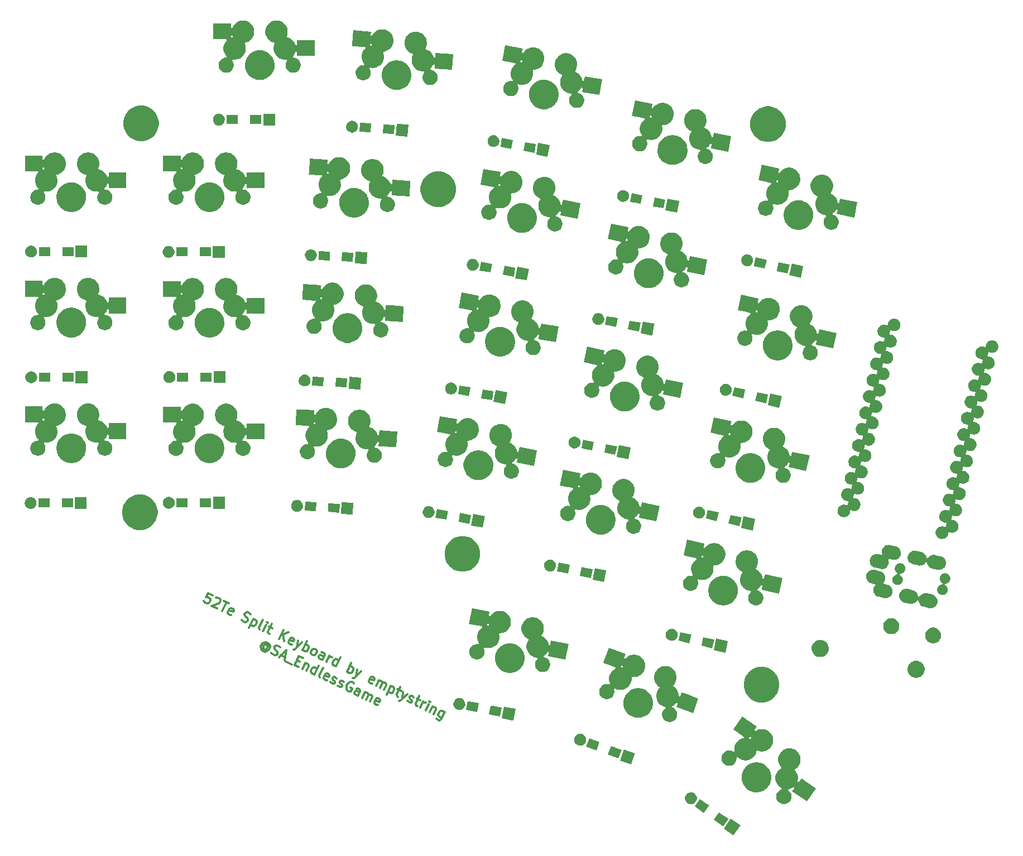
<source format=gbr>
G04 #@! TF.GenerationSoftware,KiCad,Pcbnew,(5.1.0)-1*
G04 #@! TF.CreationDate,2019-06-23T20:26:16+08:00*
G04 #@! TF.ProjectId,52Te_Rev,35325465-5f52-4657-962e-6b696361645f,rev?*
G04 #@! TF.SameCoordinates,Original*
G04 #@! TF.FileFunction,Soldermask,Top*
G04 #@! TF.FilePolarity,Negative*
%FSLAX46Y46*%
G04 Gerber Fmt 4.6, Leading zero omitted, Abs format (unit mm)*
G04 Created by KiCad (PCBNEW (5.1.0)-1) date 2019-06-23 20:26:16*
%MOMM*%
%LPD*%
G04 APERTURE LIST*
%ADD10C,0.300000*%
%ADD11C,0.100000*%
G04 APERTURE END LIST*
D10*
X160437332Y-169709632D02*
X159795336Y-169396509D01*
X159418014Y-170007193D01*
X159513526Y-169974306D01*
X159673237Y-169972730D01*
X159994235Y-170129292D01*
X160091322Y-170256116D01*
X160124209Y-170351627D01*
X160125785Y-170511339D01*
X159969223Y-170832337D01*
X159842399Y-170929424D01*
X159746888Y-170962311D01*
X159587176Y-170963886D01*
X159266178Y-170807325D01*
X159169091Y-170680501D01*
X159136204Y-170584989D01*
X160952503Y-170119841D02*
X161048015Y-170086954D01*
X161207727Y-170085378D01*
X161528725Y-170241940D01*
X161625811Y-170368764D01*
X161658699Y-170464275D01*
X161660274Y-170623987D01*
X161597649Y-170752386D01*
X161439513Y-170913672D01*
X160293372Y-171308321D01*
X161127966Y-171715379D01*
X162170720Y-170555062D02*
X162941115Y-170930808D01*
X161898361Y-172091126D02*
X162555918Y-170742935D01*
X163277864Y-172684483D02*
X163118153Y-172686058D01*
X162861355Y-172560810D01*
X162764268Y-172433986D01*
X162762693Y-172274274D01*
X163013190Y-171760678D01*
X163140014Y-171663591D01*
X163299726Y-171662015D01*
X163556524Y-171787264D01*
X163653611Y-171914088D01*
X163655186Y-172073800D01*
X163592562Y-172202199D01*
X162887941Y-172017476D01*
X164882854Y-173467289D02*
X165044140Y-173625425D01*
X165365138Y-173781986D01*
X165524849Y-173780411D01*
X165620361Y-173747524D01*
X165747185Y-173650437D01*
X165809810Y-173522038D01*
X165808235Y-173362326D01*
X165775347Y-173266815D01*
X165678260Y-173139991D01*
X165452774Y-172950542D01*
X165355687Y-172823718D01*
X165322800Y-172728206D01*
X165321225Y-172568495D01*
X165383849Y-172440096D01*
X165510673Y-172343009D01*
X165606185Y-172310121D01*
X165765896Y-172308546D01*
X166086894Y-172465107D01*
X166248181Y-172623244D01*
X166638104Y-173290251D02*
X165980547Y-174638442D01*
X166606791Y-173354451D02*
X166766503Y-173352876D01*
X167023301Y-173478125D01*
X167120388Y-173604949D01*
X167153275Y-173700460D01*
X167154850Y-173860172D01*
X166966977Y-174245369D01*
X166840153Y-174342456D01*
X166744641Y-174375343D01*
X166584930Y-174376919D01*
X166328132Y-174251670D01*
X166231045Y-174124846D01*
X167612123Y-174877914D02*
X167515036Y-174751090D01*
X167513461Y-174591379D01*
X168077081Y-173435786D01*
X168125720Y-175128412D02*
X168564091Y-174229618D01*
X168783276Y-173780221D02*
X168687765Y-173813108D01*
X168720652Y-173908620D01*
X168816164Y-173875733D01*
X168783276Y-173780221D01*
X168720652Y-173908620D01*
X169013488Y-174448803D02*
X169527084Y-174699301D01*
X169425272Y-174093343D02*
X168861652Y-175248935D01*
X168863227Y-175408647D01*
X168960314Y-175535471D01*
X169088713Y-175598095D01*
X170565304Y-176318277D02*
X171222860Y-174970085D01*
X171335698Y-176694023D02*
X171133649Y-175641818D01*
X171993255Y-175345832D02*
X170847114Y-175740480D01*
X172458403Y-177162131D02*
X172298692Y-177163707D01*
X172041894Y-177038458D01*
X171944807Y-176911634D01*
X171943232Y-176751922D01*
X172193730Y-176238326D01*
X172320554Y-176141239D01*
X172480265Y-176139664D01*
X172737063Y-176264913D01*
X172834150Y-176391737D01*
X172835725Y-176551448D01*
X172773101Y-176679847D01*
X172068481Y-176495124D01*
X173379059Y-176578035D02*
X173261686Y-177633390D01*
X174021055Y-176891157D02*
X173261686Y-177633390D01*
X172976725Y-177891763D01*
X172881214Y-177924651D01*
X172721502Y-177926226D01*
X174096280Y-178040449D02*
X174753837Y-176692258D01*
X174503339Y-177205854D02*
X174663050Y-177204279D01*
X174919849Y-177329528D01*
X175016936Y-177456352D01*
X175049823Y-177551864D01*
X175051398Y-177711575D01*
X174863525Y-178096773D01*
X174736701Y-178193860D01*
X174641189Y-178226747D01*
X174481478Y-178228322D01*
X174224679Y-178103073D01*
X174127592Y-177976249D01*
X175508671Y-178729318D02*
X175411584Y-178602494D01*
X175378697Y-178506982D01*
X175377121Y-178347271D01*
X175564995Y-177962073D01*
X175691819Y-177864986D01*
X175787331Y-177832099D01*
X175947042Y-177830524D01*
X176139641Y-177924460D01*
X176236728Y-178051284D01*
X176269615Y-178146796D01*
X176271190Y-178306508D01*
X176083317Y-178691705D01*
X175956493Y-178788792D01*
X175860981Y-178821679D01*
X175701270Y-178823254D01*
X175508671Y-178729318D01*
X177113660Y-179512123D02*
X177458095Y-178805928D01*
X177456520Y-178646217D01*
X177359433Y-178519393D01*
X177102634Y-178394144D01*
X176942923Y-178395719D01*
X177144972Y-179447924D02*
X176985261Y-179449499D01*
X176664263Y-179292938D01*
X176567176Y-179166114D01*
X176565601Y-179006402D01*
X176628226Y-178878003D01*
X176755050Y-178780916D01*
X176914761Y-178779341D01*
X177235759Y-178935902D01*
X177395470Y-178934327D01*
X177755656Y-179825246D02*
X178194027Y-178926452D01*
X178068778Y-179183250D02*
X178195602Y-179086163D01*
X178291114Y-179053276D01*
X178450825Y-179051701D01*
X178579225Y-179114325D01*
X179168047Y-180514115D02*
X179825603Y-179165924D01*
X179199359Y-180449915D02*
X179039647Y-180451490D01*
X178782849Y-180326241D01*
X178685762Y-180199417D01*
X178652875Y-180103905D01*
X178651300Y-179944194D01*
X178839173Y-179558997D01*
X178965997Y-179461910D01*
X179061509Y-179429022D01*
X179221220Y-179427447D01*
X179478019Y-179552696D01*
X179575106Y-179679520D01*
X180837236Y-181328232D02*
X181494792Y-179980041D01*
X181244294Y-180493638D02*
X181404006Y-180492063D01*
X181660804Y-180617312D01*
X181757891Y-180744136D01*
X181790778Y-180839648D01*
X181792354Y-180999359D01*
X181604480Y-181384556D01*
X181477656Y-181481643D01*
X181382144Y-181514531D01*
X181222433Y-181516106D01*
X180965635Y-181390857D01*
X180868548Y-181264033D01*
X182366999Y-180961746D02*
X182249626Y-182017101D01*
X183008995Y-181274868D02*
X182249626Y-182017101D01*
X181964666Y-182275475D01*
X181869154Y-182308362D01*
X181709443Y-182309937D01*
X184656323Y-183111454D02*
X184496611Y-183113029D01*
X184239813Y-182987780D01*
X184142726Y-182860956D01*
X184141151Y-182701245D01*
X184391649Y-182187648D01*
X184518473Y-182090561D01*
X184678184Y-182088986D01*
X184934982Y-182214235D01*
X185032069Y-182341059D01*
X185033644Y-182500771D01*
X184971020Y-182629170D01*
X184266400Y-182444447D01*
X185267006Y-183488776D02*
X185705377Y-182589982D01*
X185642753Y-182718381D02*
X185738265Y-182685494D01*
X185897976Y-182683919D01*
X186090575Y-182777855D01*
X186187662Y-182904679D01*
X186189237Y-183064391D01*
X185844802Y-183770586D01*
X186189237Y-183064391D02*
X186316061Y-182967304D01*
X186475772Y-182965729D01*
X186668371Y-183059665D01*
X186765458Y-183186489D01*
X186767033Y-183346201D01*
X186422599Y-184052396D01*
X187502965Y-183466724D02*
X186845409Y-184814915D01*
X187471653Y-183530924D02*
X187631365Y-183529349D01*
X187888163Y-183654598D01*
X187985250Y-183781422D01*
X188018137Y-183876933D01*
X188019712Y-184036645D01*
X187831839Y-184421842D01*
X187705015Y-184518929D01*
X187609503Y-184551816D01*
X187449792Y-184553392D01*
X187192993Y-184428143D01*
X187095907Y-184301319D01*
X188530159Y-183967720D02*
X189043755Y-184218218D01*
X188941943Y-183612259D02*
X188378323Y-184767852D01*
X188379898Y-184927563D01*
X188476985Y-185054387D01*
X188605384Y-185117012D01*
X189364753Y-184374779D02*
X189247380Y-185430134D01*
X190006749Y-184687901D02*
X189247380Y-185430134D01*
X188962420Y-185688507D01*
X188866908Y-185721395D01*
X188707196Y-185722970D01*
X190049087Y-185741681D02*
X190146174Y-185868505D01*
X190402972Y-185993754D01*
X190562684Y-185992179D01*
X190689508Y-185895092D01*
X190720820Y-185830892D01*
X190719245Y-185671181D01*
X190622158Y-185544357D01*
X190429559Y-185450420D01*
X190332472Y-185323596D01*
X190330897Y-185163885D01*
X190362209Y-185099685D01*
X190489033Y-185002598D01*
X190648745Y-185001023D01*
X190841343Y-185094960D01*
X190938430Y-185221784D01*
X191419139Y-185376770D02*
X191932736Y-185627268D01*
X191830924Y-185021310D02*
X191267304Y-186176902D01*
X191268879Y-186336613D01*
X191365966Y-186463437D01*
X191494365Y-186526062D01*
X191943762Y-186745247D02*
X192382133Y-185846453D01*
X192256884Y-186103252D02*
X192383708Y-186006165D01*
X192479220Y-185973277D01*
X192638931Y-185971702D01*
X192767331Y-186034327D01*
X192778356Y-187152306D02*
X193216728Y-186253512D01*
X193435913Y-185804115D02*
X193340401Y-185837003D01*
X193373289Y-185932514D01*
X193468800Y-185899627D01*
X193435913Y-185804115D01*
X193373289Y-185932514D01*
X193858723Y-186566634D02*
X193420352Y-187465429D01*
X193796099Y-186695034D02*
X193891611Y-186662146D01*
X194051322Y-186660571D01*
X194243921Y-186754508D01*
X194341008Y-186881332D01*
X194342583Y-187041043D01*
X193998148Y-187747239D01*
X195656311Y-187443377D02*
X195124004Y-188534770D01*
X194997180Y-188631856D01*
X194901668Y-188664744D01*
X194741956Y-188666319D01*
X194549358Y-188572382D01*
X194452271Y-188445558D01*
X195249252Y-188277971D02*
X195089541Y-188279546D01*
X194832743Y-188154297D01*
X194735656Y-188027473D01*
X194702769Y-187931962D01*
X194701193Y-187772250D01*
X194889067Y-187387053D01*
X195015891Y-187289966D01*
X195111403Y-187257079D01*
X195271114Y-187255503D01*
X195527912Y-187380752D01*
X195624999Y-187507576D01*
X168829686Y-177514179D02*
X168796799Y-177418667D01*
X168699712Y-177291843D01*
X168571313Y-177229218D01*
X168411601Y-177230793D01*
X168316089Y-177263681D01*
X168189265Y-177360768D01*
X168126641Y-177489167D01*
X168128216Y-177648878D01*
X168161103Y-177744390D01*
X168258190Y-177871214D01*
X168386589Y-177933838D01*
X168546301Y-177932263D01*
X168641813Y-177899376D01*
X168892310Y-177385779D02*
X168641813Y-177899376D01*
X168674700Y-177994888D01*
X168738900Y-178026200D01*
X168898611Y-178024625D01*
X169025435Y-177927538D01*
X169181996Y-177606540D01*
X169147534Y-177351317D01*
X169017559Y-177128981D01*
X168792073Y-176939533D01*
X168503963Y-176878483D01*
X168248740Y-176912946D01*
X168026404Y-177042920D01*
X167836955Y-177268406D01*
X167775906Y-177556517D01*
X167810368Y-177811740D01*
X167940343Y-178034076D01*
X168165829Y-178223524D01*
X168453939Y-178284573D01*
X168709162Y-178250111D01*
X169382470Y-178499034D02*
X169543757Y-178657170D01*
X169864755Y-178813731D01*
X170024466Y-178812156D01*
X170119978Y-178779268D01*
X170246802Y-178682182D01*
X170309426Y-178553782D01*
X170307851Y-178394071D01*
X170274964Y-178298559D01*
X170177877Y-178171735D01*
X169952391Y-177982287D01*
X169855304Y-177855463D01*
X169822417Y-177759951D01*
X169820842Y-177600240D01*
X169883466Y-177471840D01*
X170010290Y-177374753D01*
X170105802Y-177341866D01*
X170265513Y-177340291D01*
X170586511Y-177496852D01*
X170747798Y-177654988D01*
X170823023Y-178804280D02*
X171465019Y-179117402D01*
X170506751Y-179126853D02*
X171613704Y-177997848D01*
X171405545Y-179565224D01*
X171471319Y-179756248D02*
X172498512Y-180257244D01*
X173226569Y-179579210D02*
X173675966Y-179798396D01*
X173524131Y-180598528D02*
X172882135Y-180285406D01*
X173539692Y-178937214D01*
X174181687Y-179250337D01*
X174540298Y-179981544D02*
X174101927Y-180880338D01*
X174477673Y-180109943D02*
X174573185Y-180077056D01*
X174732897Y-180075480D01*
X174925495Y-180169417D01*
X175022582Y-180296241D01*
X175024157Y-180455953D01*
X174679723Y-181162148D01*
X175899515Y-181757080D02*
X176557072Y-180408889D01*
X175930827Y-181692881D02*
X175771116Y-181694456D01*
X175514317Y-181569207D01*
X175417230Y-181442383D01*
X175384343Y-181346871D01*
X175382768Y-181187160D01*
X175570641Y-180801962D01*
X175697465Y-180704875D01*
X175792977Y-180671988D01*
X175952689Y-180670413D01*
X176209487Y-180795662D01*
X176306574Y-180922486D01*
X176734109Y-182164139D02*
X176637022Y-182037315D01*
X176635447Y-181877604D01*
X177199067Y-180722011D01*
X177792615Y-182600935D02*
X177632903Y-182602510D01*
X177376105Y-182477261D01*
X177279018Y-182350437D01*
X177277443Y-182190726D01*
X177527941Y-181677129D01*
X177654765Y-181580042D01*
X177814476Y-181578467D01*
X178071274Y-181703716D01*
X178168361Y-181830540D01*
X178169937Y-181990252D01*
X178107312Y-182118651D01*
X177402692Y-181933928D01*
X178370411Y-182882745D02*
X178467498Y-183009569D01*
X178724296Y-183134818D01*
X178884007Y-183133243D01*
X179010832Y-183036156D01*
X179042144Y-182971956D01*
X179040569Y-182812245D01*
X178943482Y-182685421D01*
X178750883Y-182591484D01*
X178653796Y-182464660D01*
X178652221Y-182304949D01*
X178683533Y-182240749D01*
X178810357Y-182143662D01*
X178970069Y-182142087D01*
X179162667Y-182236024D01*
X179259754Y-182362848D01*
X179461804Y-183415053D02*
X179558891Y-183541877D01*
X179815689Y-183667126D01*
X179975400Y-183665551D01*
X180102224Y-183568464D01*
X180133537Y-183504264D01*
X180131961Y-183344553D01*
X180034874Y-183217729D01*
X179842276Y-183123792D01*
X179745189Y-182996968D01*
X179743614Y-182837257D01*
X179774926Y-182773057D01*
X179901750Y-182675970D01*
X180061461Y-182674395D01*
X180254060Y-182768332D01*
X180351147Y-182895156D01*
X181918524Y-183103315D02*
X181821437Y-182976491D01*
X181628838Y-182882555D01*
X181404927Y-182852818D01*
X181213903Y-182918592D01*
X181087079Y-183015679D01*
X180897631Y-183241165D01*
X180803694Y-183433764D01*
X180742645Y-183721875D01*
X180744220Y-183881586D01*
X180809995Y-184072610D01*
X180971281Y-184230746D01*
X181099680Y-184293370D01*
X181323591Y-184323107D01*
X181419103Y-184290220D01*
X181638289Y-183840823D01*
X181381490Y-183715574D01*
X182512071Y-184982239D02*
X182856506Y-184276044D01*
X182854930Y-184116333D01*
X182757843Y-183989509D01*
X182501045Y-183864260D01*
X182341334Y-183865835D01*
X182543383Y-184918040D02*
X182383672Y-184919615D01*
X182062674Y-184763054D01*
X181965587Y-184636230D01*
X181964012Y-184476518D01*
X182026636Y-184348119D01*
X182153460Y-184251032D01*
X182313172Y-184249457D01*
X182634170Y-184406018D01*
X182793881Y-184404443D01*
X183154067Y-185295361D02*
X183592438Y-184396567D01*
X183529813Y-184524967D02*
X183625325Y-184492079D01*
X183785037Y-184490504D01*
X183977635Y-184584441D01*
X184074722Y-184711265D01*
X184076297Y-184870976D01*
X183731863Y-185577172D01*
X184076297Y-184870976D02*
X184203121Y-184773889D01*
X184362833Y-184772314D01*
X184555432Y-184866251D01*
X184652518Y-184993075D01*
X184654094Y-185152786D01*
X184309659Y-185858982D01*
X185496564Y-186358402D02*
X185336852Y-186359977D01*
X185080054Y-186234728D01*
X184982967Y-186107904D01*
X184981392Y-185948193D01*
X185231890Y-185434596D01*
X185358714Y-185337509D01*
X185518425Y-185335934D01*
X185775223Y-185461183D01*
X185872310Y-185588007D01*
X185873886Y-185747718D01*
X185811261Y-185876118D01*
X185106641Y-185691395D01*
D11*
G36*
X240522336Y-204664676D02*
G01*
X239491619Y-206136693D01*
X238019602Y-205105976D01*
X239050319Y-203633959D01*
X240522336Y-204664676D01*
X240522336Y-204664676D01*
G37*
G36*
X238660659Y-203633959D02*
G01*
X238687439Y-203652711D01*
X237913110Y-204758566D01*
X236520551Y-203783485D01*
X237294880Y-202677630D01*
X238660659Y-203633959D01*
X238660659Y-203633959D01*
G37*
G36*
X235489049Y-201413174D02*
G01*
X235779449Y-201616515D01*
X235005120Y-202722370D01*
X233612562Y-201747290D01*
X233612561Y-201747289D01*
X234386890Y-200641434D01*
X235489049Y-201413174D01*
X235489049Y-201413174D01*
G37*
G36*
X233233251Y-199639193D02*
G01*
X233291114Y-199650703D01*
X233406737Y-199698596D01*
X233431954Y-199709041D01*
X233454630Y-199718434D01*
X233601791Y-199816764D01*
X233726941Y-199941914D01*
X233726942Y-199941916D01*
X233825272Y-200089077D01*
X233893002Y-200252592D01*
X233927531Y-200426178D01*
X233927531Y-200603170D01*
X233904512Y-200718894D01*
X233893002Y-200776757D01*
X233825271Y-200940273D01*
X233726941Y-201087434D01*
X233601791Y-201212584D01*
X233454630Y-201310914D01*
X233291114Y-201378645D01*
X233233251Y-201390155D01*
X233117527Y-201413174D01*
X232940535Y-201413174D01*
X232824811Y-201390155D01*
X232766948Y-201378645D01*
X232603432Y-201310914D01*
X232456271Y-201212584D01*
X232331121Y-201087434D01*
X232232791Y-200940273D01*
X232165060Y-200776757D01*
X232153550Y-200718894D01*
X232130531Y-200603170D01*
X232130531Y-200426178D01*
X232165060Y-200252592D01*
X232232790Y-200089077D01*
X232331120Y-199941916D01*
X232331121Y-199941914D01*
X232456271Y-199816764D01*
X232603432Y-199718434D01*
X232626109Y-199709041D01*
X232651325Y-199698596D01*
X232766948Y-199650703D01*
X232824811Y-199639193D01*
X232940535Y-199616174D01*
X233117527Y-199616174D01*
X233233251Y-199639193D01*
X233233251Y-199639193D01*
G37*
G36*
X248286068Y-192968257D02*
G01*
X248450286Y-193000922D01*
X248759666Y-193129071D01*
X249038101Y-193315115D01*
X249274891Y-193551905D01*
X249460935Y-193830340D01*
X249589084Y-194139720D01*
X249654414Y-194468157D01*
X249654414Y-194803027D01*
X249589084Y-195131464D01*
X249460935Y-195440844D01*
X249274891Y-195719279D01*
X249038101Y-195956069D01*
X248814236Y-196105651D01*
X248795302Y-196121189D01*
X248779757Y-196140131D01*
X248768206Y-196161742D01*
X248761093Y-196185191D01*
X248758691Y-196209577D01*
X248761093Y-196233963D01*
X248768206Y-196257412D01*
X248779757Y-196279023D01*
X248795293Y-196297954D01*
X248858331Y-196360992D01*
X249044375Y-196639427D01*
X249172524Y-196948807D01*
X249172524Y-196948809D01*
X249237854Y-197277242D01*
X249237854Y-197612116D01*
X249183604Y-197884846D01*
X249181202Y-197909232D01*
X249183604Y-197933618D01*
X249190717Y-197957067D01*
X249202268Y-197978678D01*
X249217813Y-197997619D01*
X249236755Y-198013165D01*
X249258366Y-198024716D01*
X249281815Y-198031829D01*
X249306201Y-198034231D01*
X249330587Y-198031829D01*
X249354036Y-198024716D01*
X249375647Y-198013165D01*
X249394588Y-197997620D01*
X249408589Y-197980935D01*
X249756328Y-197484312D01*
X249756329Y-197484312D01*
X251968039Y-199032968D01*
X251968039Y-199032969D01*
X250591456Y-200998934D01*
X250591455Y-200998934D01*
X248379744Y-199450277D01*
X248686482Y-199012210D01*
X248698502Y-198990857D01*
X248706125Y-198967569D01*
X248709058Y-198943241D01*
X248707189Y-198918808D01*
X248700589Y-198895210D01*
X248689512Y-198873352D01*
X248674384Y-198854076D01*
X248655785Y-198838121D01*
X248634432Y-198826101D01*
X248611144Y-198818478D01*
X248586816Y-198815545D01*
X248562383Y-198817414D01*
X248538785Y-198824014D01*
X248514655Y-198836575D01*
X248343106Y-198951200D01*
X248033726Y-199079349D01*
X247916334Y-199102700D01*
X247867241Y-199112465D01*
X247843792Y-199119578D01*
X247822181Y-199131129D01*
X247803239Y-199146675D01*
X247787694Y-199165617D01*
X247776143Y-199187227D01*
X247769030Y-199210676D01*
X247766628Y-199235062D01*
X247769030Y-199259448D01*
X247776143Y-199282897D01*
X247787694Y-199304508D01*
X247803240Y-199323450D01*
X247822182Y-199338995D01*
X247854374Y-199360505D01*
X248014555Y-199520686D01*
X248140408Y-199709039D01*
X248227098Y-199918325D01*
X248271292Y-200140503D01*
X248271292Y-200367033D01*
X248227098Y-200589211D01*
X248140408Y-200798497D01*
X248014555Y-200986850D01*
X247854374Y-201147031D01*
X247666021Y-201272884D01*
X247456735Y-201359574D01*
X247308616Y-201389037D01*
X247234558Y-201403768D01*
X247008026Y-201403768D01*
X246933968Y-201389037D01*
X246785849Y-201359574D01*
X246576563Y-201272884D01*
X246388210Y-201147031D01*
X246228029Y-200986850D01*
X246102176Y-200798497D01*
X246015486Y-200589211D01*
X245971292Y-200367033D01*
X245971292Y-200140503D01*
X246015486Y-199918325D01*
X246102176Y-199709039D01*
X246228029Y-199520686D01*
X246388210Y-199360505D01*
X246576563Y-199234652D01*
X246718712Y-199175771D01*
X246740320Y-199164222D01*
X246759262Y-199148677D01*
X246774807Y-199129735D01*
X246786358Y-199108124D01*
X246793471Y-199084675D01*
X246795873Y-199060289D01*
X246793471Y-199035903D01*
X246786358Y-199012454D01*
X246774807Y-198990843D01*
X246759262Y-198971901D01*
X246740320Y-198956356D01*
X246732606Y-198951202D01*
X246732602Y-198951200D01*
X246454167Y-198765156D01*
X246217377Y-198528366D01*
X246031333Y-198249931D01*
X245903184Y-197940551D01*
X245837854Y-197612114D01*
X245837854Y-197277244D01*
X245903184Y-196948807D01*
X246031333Y-196639427D01*
X246217377Y-196360992D01*
X246454167Y-196124202D01*
X246678032Y-195974620D01*
X246696966Y-195959082D01*
X246712511Y-195940140D01*
X246724062Y-195918529D01*
X246731175Y-195895080D01*
X246733577Y-195870694D01*
X246731175Y-195846308D01*
X246724062Y-195822859D01*
X246712511Y-195801248D01*
X246696975Y-195782317D01*
X246633937Y-195719279D01*
X246447893Y-195440844D01*
X246319744Y-195131464D01*
X246254414Y-194803027D01*
X246254414Y-194468157D01*
X246319744Y-194139720D01*
X246447893Y-193830340D01*
X246633937Y-193551905D01*
X246870727Y-193315115D01*
X247149162Y-193129071D01*
X247458542Y-193000922D01*
X247622760Y-192968257D01*
X247786977Y-192935592D01*
X248121851Y-192935592D01*
X248286068Y-192968257D01*
X248286068Y-192968257D01*
G37*
G36*
X243390050Y-195131462D02*
G01*
X243616301Y-195176466D01*
X244025775Y-195346076D01*
X244394292Y-195592311D01*
X244707689Y-195905708D01*
X244942690Y-196257412D01*
X244953925Y-196274227D01*
X244979343Y-196335592D01*
X245105197Y-196639429D01*
X245123534Y-196683700D01*
X245210000Y-197118393D01*
X245210000Y-197561607D01*
X245199953Y-197612116D01*
X245123534Y-197996301D01*
X244953924Y-198405775D01*
X244707689Y-198774292D01*
X244394292Y-199087689D01*
X244025775Y-199333924D01*
X243616301Y-199503534D01*
X243398953Y-199546767D01*
X243181607Y-199590000D01*
X242738393Y-199590000D01*
X242303699Y-199503534D01*
X241894225Y-199333924D01*
X241525708Y-199087689D01*
X241212311Y-198774292D01*
X240966076Y-198405775D01*
X240796466Y-197996301D01*
X240720047Y-197612116D01*
X240710000Y-197561607D01*
X240710000Y-197118393D01*
X240796466Y-196683700D01*
X240814804Y-196639429D01*
X240940657Y-196335592D01*
X240966075Y-196274227D01*
X240977310Y-196257412D01*
X241212311Y-195905708D01*
X241525708Y-195592311D01*
X241894225Y-195346076D01*
X242303699Y-195176466D01*
X242529950Y-195131462D01*
X242738393Y-195090000D01*
X243181607Y-195090000D01*
X243390050Y-195131462D01*
X243390050Y-195131462D01*
G37*
G36*
X243021692Y-189667901D02*
G01*
X243021692Y-189667902D01*
X242713317Y-190108307D01*
X242701300Y-190129656D01*
X242693677Y-190152944D01*
X242690744Y-190177272D01*
X242692613Y-190201705D01*
X242699213Y-190225303D01*
X242710290Y-190247161D01*
X242725418Y-190266437D01*
X242744016Y-190282392D01*
X242765370Y-190294412D01*
X242788658Y-190302035D01*
X242812986Y-190304968D01*
X242837419Y-190303099D01*
X242861017Y-190296499D01*
X242885158Y-190283932D01*
X242940190Y-190247161D01*
X242987870Y-190215302D01*
X243297250Y-190087153D01*
X243461469Y-190054488D01*
X243625685Y-190021823D01*
X243960559Y-190021823D01*
X244124775Y-190054488D01*
X244288994Y-190087153D01*
X244598374Y-190215302D01*
X244876809Y-190401346D01*
X245113599Y-190638136D01*
X245299643Y-190916571D01*
X245427792Y-191225951D01*
X245444585Y-191310375D01*
X245493122Y-191554386D01*
X245493122Y-191889260D01*
X245473015Y-191990342D01*
X245427792Y-192217695D01*
X245299643Y-192527075D01*
X245113599Y-192805510D01*
X244876809Y-193042300D01*
X244598374Y-193228344D01*
X244288994Y-193356493D01*
X244124775Y-193389158D01*
X243960559Y-193421823D01*
X243625685Y-193421823D01*
X243406729Y-193378270D01*
X243297250Y-193356493D01*
X243138429Y-193290707D01*
X243114982Y-193283595D01*
X243090596Y-193281193D01*
X243066209Y-193283595D01*
X243042761Y-193290708D01*
X243021150Y-193302259D01*
X243002208Y-193317805D01*
X242986663Y-193336747D01*
X242975112Y-193358357D01*
X242967999Y-193381805D01*
X242930585Y-193569900D01*
X242802436Y-193879280D01*
X242616392Y-194157715D01*
X242379602Y-194394505D01*
X242101167Y-194580549D01*
X241791787Y-194708698D01*
X241627568Y-194741363D01*
X241463352Y-194774028D01*
X241128478Y-194774028D01*
X240964262Y-194741363D01*
X240800043Y-194708698D01*
X240490663Y-194580549D01*
X240212228Y-194394505D01*
X240162084Y-194344361D01*
X240143153Y-194328825D01*
X240121542Y-194317274D01*
X240098093Y-194310161D01*
X240073707Y-194307759D01*
X240049321Y-194310161D01*
X240025872Y-194317274D01*
X240004261Y-194328825D01*
X239985319Y-194344370D01*
X239969774Y-194363312D01*
X239958223Y-194384923D01*
X239951110Y-194408372D01*
X239948708Y-194432758D01*
X239948708Y-194539497D01*
X239904514Y-194761675D01*
X239817824Y-194970961D01*
X239691971Y-195159314D01*
X239531790Y-195319495D01*
X239343437Y-195445348D01*
X239134151Y-195532038D01*
X238986032Y-195561501D01*
X238911974Y-195576232D01*
X238685442Y-195576232D01*
X238611384Y-195561501D01*
X238463265Y-195532038D01*
X238253979Y-195445348D01*
X238065626Y-195319495D01*
X237905445Y-195159314D01*
X237779592Y-194970961D01*
X237692902Y-194761675D01*
X237648708Y-194539497D01*
X237648708Y-194312967D01*
X237692902Y-194090789D01*
X237764718Y-193917411D01*
X237779591Y-193881505D01*
X237779592Y-193881503D01*
X237905445Y-193693150D01*
X238065626Y-193532969D01*
X238253979Y-193407116D01*
X238263163Y-193403312D01*
X238319773Y-193379863D01*
X238463265Y-193320426D01*
X238612667Y-193290708D01*
X238685442Y-193276232D01*
X238911974Y-193276232D01*
X238984749Y-193290708D01*
X239134151Y-193320426D01*
X239277643Y-193379863D01*
X239334254Y-193403312D01*
X239343437Y-193407116D01*
X239421704Y-193459412D01*
X239443311Y-193470961D01*
X239466760Y-193478074D01*
X239491146Y-193480476D01*
X239515532Y-193478074D01*
X239538981Y-193470961D01*
X239560592Y-193459410D01*
X239579534Y-193443865D01*
X239595079Y-193424923D01*
X239606630Y-193403312D01*
X239613743Y-193379863D01*
X239616145Y-193355477D01*
X239613743Y-193331091D01*
X239595915Y-193241465D01*
X239595915Y-192906591D01*
X239628580Y-192742375D01*
X239661245Y-192578156D01*
X239789394Y-192268776D01*
X239975438Y-191990341D01*
X240212228Y-191753551D01*
X240490663Y-191567507D01*
X240800043Y-191439358D01*
X240954746Y-191408586D01*
X240978194Y-191401473D01*
X240999805Y-191389922D01*
X241015084Y-191377383D01*
X241850417Y-191377383D01*
X241852286Y-191401815D01*
X241858886Y-191425414D01*
X241869963Y-191447271D01*
X241885091Y-191466548D01*
X241903689Y-191482503D01*
X241927549Y-191495592D01*
X241949734Y-191504782D01*
X241950609Y-191505144D01*
X241974058Y-191512257D01*
X241998444Y-191514658D01*
X242022830Y-191512256D01*
X242046279Y-191505142D01*
X242067889Y-191493590D01*
X242086831Y-191478044D01*
X242102376Y-191459102D01*
X242113926Y-191437491D01*
X242121038Y-191414045D01*
X242122260Y-191407904D01*
X242132839Y-191354716D01*
X242135241Y-191330331D01*
X242132839Y-191305945D01*
X242125726Y-191282496D01*
X242114175Y-191260885D01*
X242098630Y-191241943D01*
X242079688Y-191226398D01*
X242058077Y-191214847D01*
X242034628Y-191207734D01*
X242010242Y-191205332D01*
X241985856Y-191207734D01*
X241962407Y-191214847D01*
X241940796Y-191226398D01*
X241921854Y-191241943D01*
X241907854Y-191258628D01*
X241872988Y-191308422D01*
X241860973Y-191329766D01*
X241853350Y-191353055D01*
X241850417Y-191377383D01*
X241015084Y-191377383D01*
X241018747Y-191374377D01*
X241034292Y-191355435D01*
X241045843Y-191333824D01*
X241052956Y-191310375D01*
X241055358Y-191285989D01*
X241052956Y-191261603D01*
X241045843Y-191238154D01*
X241034292Y-191216543D01*
X241018747Y-191197601D01*
X241002055Y-191183596D01*
X239433398Y-190085211D01*
X239433398Y-190085210D01*
X240809981Y-188119245D01*
X240809982Y-188119245D01*
X243021692Y-189667901D01*
X243021692Y-189667901D01*
G37*
G36*
X223265301Y-193241463D02*
G01*
X224541848Y-193706088D01*
X224541848Y-193706089D01*
X224474669Y-193890661D01*
X223927238Y-195394716D01*
X223927237Y-195394716D01*
X223280476Y-195159314D01*
X222238610Y-194780106D01*
X222853220Y-193091478D01*
X222853221Y-193091478D01*
X223265301Y-193241463D01*
X223265301Y-193241463D01*
G37*
G36*
X222507556Y-193203511D02*
G01*
X222047263Y-194468157D01*
X222045829Y-194472095D01*
X222045829Y-194472096D01*
X220448352Y-193890661D01*
X220910079Y-192622076D01*
X222507556Y-193203511D01*
X222507556Y-193203511D01*
G37*
G36*
X219171648Y-191989339D02*
G01*
X218715912Y-193241465D01*
X218709921Y-193257923D01*
X218709921Y-193257924D01*
X217112444Y-192676489D01*
X217574171Y-191407904D01*
X219171648Y-191989339D01*
X219171648Y-191989339D01*
G37*
G36*
X216433991Y-190761422D02*
G01*
X216491854Y-190772932D01*
X216655370Y-190840663D01*
X216802531Y-190938993D01*
X216927681Y-191064143D01*
X217026011Y-191211304D01*
X217093559Y-191374377D01*
X217093742Y-191374821D01*
X217115162Y-191482503D01*
X217128271Y-191548409D01*
X217128271Y-191725397D01*
X217093742Y-191898986D01*
X217026011Y-192062502D01*
X216927681Y-192209663D01*
X216802531Y-192334813D01*
X216655370Y-192433143D01*
X216491854Y-192500874D01*
X216433991Y-192512384D01*
X216318267Y-192535403D01*
X216141275Y-192535403D01*
X216025551Y-192512384D01*
X215967688Y-192500874D01*
X215804172Y-192433143D01*
X215657011Y-192334813D01*
X215531861Y-192209663D01*
X215433531Y-192062502D01*
X215365800Y-191898986D01*
X215331271Y-191725397D01*
X215331271Y-191548409D01*
X215344381Y-191482503D01*
X215365800Y-191374821D01*
X215365984Y-191374377D01*
X215433531Y-191211304D01*
X215531861Y-191064143D01*
X215657011Y-190938993D01*
X215804172Y-190840663D01*
X215967688Y-190772932D01*
X216025551Y-190761422D01*
X216141275Y-190738403D01*
X216318267Y-190738403D01*
X216433991Y-190761422D01*
X216433991Y-190761422D01*
G37*
G36*
X229475936Y-180497758D02*
G01*
X229640155Y-180530423D01*
X229949535Y-180658572D01*
X230227970Y-180844616D01*
X230464760Y-181081406D01*
X230650804Y-181359841D01*
X230778953Y-181669221D01*
X230844283Y-181997658D01*
X230844283Y-182332528D01*
X230778953Y-182660965D01*
X230650804Y-182970345D01*
X230464760Y-183248780D01*
X230357667Y-183355873D01*
X230342131Y-183374804D01*
X230330580Y-183396415D01*
X230323467Y-183419864D01*
X230321065Y-183444250D01*
X230323467Y-183468636D01*
X230330580Y-183492085D01*
X230342131Y-183513696D01*
X230357676Y-183532638D01*
X230376607Y-183548174D01*
X230552647Y-183665800D01*
X230789437Y-183902590D01*
X230975481Y-184181025D01*
X231103630Y-184490405D01*
X231103630Y-184490407D01*
X231168960Y-184818840D01*
X231168960Y-184986461D01*
X231171362Y-185010847D01*
X231178475Y-185034296D01*
X231190026Y-185055907D01*
X231205571Y-185074849D01*
X231224513Y-185090394D01*
X231246124Y-185101945D01*
X231269573Y-185109058D01*
X231293959Y-185111460D01*
X231318345Y-185109058D01*
X231341794Y-185101945D01*
X231363405Y-185090394D01*
X231382347Y-185074849D01*
X231397892Y-185055907D01*
X231411420Y-185029213D01*
X231622099Y-184450376D01*
X231622100Y-184450376D01*
X232219959Y-184667979D01*
X234159269Y-185373830D01*
X234159269Y-185373831D01*
X234058657Y-185650260D01*
X233338421Y-187629092D01*
X233338420Y-187629092D01*
X232661386Y-187382672D01*
X230801251Y-186705638D01*
X230804494Y-186696729D01*
X230978936Y-186217452D01*
X230985019Y-186193715D01*
X230986355Y-186169248D01*
X230982892Y-186144989D01*
X230974763Y-186121873D01*
X230962280Y-186100787D01*
X230945923Y-186082541D01*
X230926321Y-186067837D01*
X230904227Y-186057239D01*
X230880490Y-186051156D01*
X230856023Y-186049820D01*
X230831764Y-186053283D01*
X230808648Y-186061412D01*
X230787562Y-186073895D01*
X230773101Y-186086300D01*
X230552647Y-186306754D01*
X230274212Y-186492798D01*
X230228328Y-186511804D01*
X230206724Y-186523351D01*
X230187782Y-186538896D01*
X230172237Y-186557837D01*
X230160685Y-186579448D01*
X230153572Y-186602897D01*
X230151170Y-186627283D01*
X230153572Y-186651669D01*
X230160685Y-186675118D01*
X230172236Y-186696729D01*
X230187781Y-186715671D01*
X230206722Y-186731216D01*
X230228334Y-186742768D01*
X230338368Y-186788346D01*
X230526721Y-186914199D01*
X230686902Y-187074380D01*
X230812755Y-187262733D01*
X230899445Y-187472019D01*
X230943639Y-187694197D01*
X230943639Y-187920727D01*
X230899445Y-188142905D01*
X230812755Y-188352191D01*
X230686902Y-188540544D01*
X230526721Y-188700725D01*
X230338368Y-188826578D01*
X230129082Y-188913268D01*
X229980963Y-188942731D01*
X229906905Y-188957462D01*
X229680373Y-188957462D01*
X229606315Y-188942731D01*
X229458196Y-188913268D01*
X229248910Y-188826578D01*
X229060557Y-188700725D01*
X228900376Y-188540544D01*
X228774523Y-188352191D01*
X228687833Y-188142905D01*
X228643639Y-187920727D01*
X228643639Y-187694197D01*
X228687833Y-187472019D01*
X228774523Y-187262733D01*
X228900376Y-187074380D01*
X229060557Y-186914199D01*
X229127781Y-186869281D01*
X229146720Y-186853739D01*
X229162265Y-186834797D01*
X229173816Y-186813186D01*
X229180929Y-186789737D01*
X229183331Y-186765351D01*
X229180929Y-186740965D01*
X229173816Y-186717516D01*
X229162265Y-186695905D01*
X229146720Y-186676963D01*
X229127778Y-186661418D01*
X229106167Y-186649867D01*
X229082719Y-186642754D01*
X229046352Y-186635520D01*
X228973088Y-186620947D01*
X228663708Y-186492798D01*
X228385273Y-186306754D01*
X228148483Y-186069964D01*
X227962439Y-185791529D01*
X227834290Y-185482149D01*
X227768960Y-185153712D01*
X227768960Y-184818842D01*
X227834290Y-184490405D01*
X227962439Y-184181025D01*
X228148483Y-183902590D01*
X228255576Y-183795497D01*
X228271112Y-183776566D01*
X228282663Y-183754955D01*
X228289776Y-183731506D01*
X228292178Y-183707120D01*
X228289776Y-183682734D01*
X228282663Y-183659285D01*
X228271112Y-183637674D01*
X228255567Y-183618732D01*
X228236636Y-183603196D01*
X228060596Y-183485570D01*
X227823806Y-183248780D01*
X227637762Y-182970345D01*
X227509613Y-182660965D01*
X227444283Y-182332528D01*
X227444283Y-181997658D01*
X227509613Y-181669221D01*
X227637762Y-181359841D01*
X227823806Y-181081406D01*
X228060596Y-180844616D01*
X228339031Y-180658572D01*
X228648411Y-180530423D01*
X228812630Y-180497758D01*
X228976846Y-180465093D01*
X229311720Y-180465093D01*
X229475936Y-180497758D01*
X229475936Y-180497758D01*
G37*
G36*
X204823922Y-186657462D02*
G01*
X206413434Y-186966431D01*
X206413434Y-186966432D01*
X206403165Y-187019259D01*
X206070551Y-188730416D01*
X206070550Y-188730416D01*
X205783470Y-188674613D01*
X204306566Y-188387533D01*
X204649449Y-186623548D01*
X204649450Y-186623548D01*
X204823922Y-186657462D01*
X204823922Y-186657462D01*
G37*
G36*
X225458953Y-183863233D02*
G01*
X225676301Y-183906466D01*
X226085775Y-184076076D01*
X226454292Y-184322311D01*
X226767689Y-184635708D01*
X227011869Y-185001150D01*
X227013925Y-185004227D01*
X227049616Y-185090394D01*
X227183534Y-185413699D01*
X227270000Y-185848393D01*
X227270000Y-186291607D01*
X227266040Y-186311514D01*
X227183534Y-186726301D01*
X227147545Y-186813186D01*
X227019830Y-187121518D01*
X227013924Y-187135775D01*
X226767689Y-187504292D01*
X226454292Y-187817689D01*
X226085775Y-188063924D01*
X225676301Y-188233534D01*
X225458953Y-188276767D01*
X225241607Y-188320000D01*
X224798393Y-188320000D01*
X224581047Y-188276767D01*
X224363699Y-188233534D01*
X223954225Y-188063924D01*
X223585708Y-187817689D01*
X223272311Y-187504292D01*
X223026076Y-187135775D01*
X223020171Y-187121518D01*
X222892455Y-186813186D01*
X222856466Y-186726301D01*
X222773960Y-186311514D01*
X222770000Y-186291607D01*
X222770000Y-185848393D01*
X222856466Y-185413699D01*
X222990384Y-185090394D01*
X223026075Y-185004227D01*
X223028131Y-185001150D01*
X223272311Y-184635708D01*
X223585708Y-184322311D01*
X223954225Y-184076076D01*
X224363699Y-183906466D01*
X224581047Y-183863233D01*
X224798393Y-183820000D01*
X225241607Y-183820000D01*
X225458953Y-183863233D01*
X225458953Y-183863233D01*
G37*
G36*
X203042622Y-186538896D02*
G01*
X204325568Y-186788275D01*
X204067976Y-188113472D01*
X204067975Y-188113472D01*
X203076387Y-187920727D01*
X202399208Y-187789097D01*
X202656800Y-186463900D01*
X202656801Y-186463900D01*
X203042622Y-186538896D01*
X203042622Y-186538896D01*
G37*
G36*
X200006408Y-185948716D02*
G01*
X200840792Y-186110903D01*
X200583200Y-187436100D01*
X200583199Y-187436100D01*
X199691302Y-187262733D01*
X198914432Y-187111725D01*
X199172024Y-185786528D01*
X199172025Y-185786528D01*
X200006408Y-185948716D01*
X200006408Y-185948716D01*
G37*
G36*
X198084220Y-185347537D02*
G01*
X198142083Y-185359047D01*
X198305599Y-185426778D01*
X198452760Y-185525108D01*
X198577910Y-185650258D01*
X198577911Y-185650260D01*
X198676241Y-185797421D01*
X198743971Y-185960936D01*
X198773802Y-186110903D01*
X198778500Y-186134524D01*
X198778500Y-186311512D01*
X198743971Y-186485101D01*
X198676240Y-186648617D01*
X198577910Y-186795778D01*
X198452760Y-186920928D01*
X198305599Y-187019258D01*
X198142083Y-187086989D01*
X198084220Y-187098499D01*
X197968496Y-187121518D01*
X197791504Y-187121518D01*
X197675780Y-187098499D01*
X197617917Y-187086989D01*
X197454401Y-187019258D01*
X197307240Y-186920928D01*
X197182090Y-186795778D01*
X197083760Y-186648617D01*
X197016029Y-186485101D01*
X196981500Y-186311512D01*
X196981500Y-186134524D01*
X196986199Y-186110903D01*
X197016029Y-185960936D01*
X197083759Y-185797421D01*
X197182089Y-185650260D01*
X197182090Y-185650258D01*
X197307240Y-185525108D01*
X197454401Y-185426778D01*
X197617917Y-185359047D01*
X197675780Y-185347537D01*
X197791504Y-185324518D01*
X197968496Y-185324518D01*
X198084220Y-185347537D01*
X198084220Y-185347537D01*
G37*
G36*
X244527560Y-180683759D02*
G01*
X244985788Y-180873563D01*
X245018930Y-180887291D01*
X245461150Y-181182773D01*
X245837227Y-181558850D01*
X246130429Y-181997658D01*
X246132710Y-182001072D01*
X246336241Y-182492440D01*
X246440000Y-183014072D01*
X246440000Y-183545928D01*
X246336241Y-184067560D01*
X246161093Y-184490405D01*
X246132709Y-184558930D01*
X245837227Y-185001150D01*
X245461150Y-185377227D01*
X245018930Y-185672709D01*
X245018929Y-185672710D01*
X245018928Y-185672710D01*
X244527560Y-185876241D01*
X244005928Y-185980000D01*
X243474072Y-185980000D01*
X242952440Y-185876241D01*
X242461072Y-185672710D01*
X242461071Y-185672710D01*
X242461070Y-185672709D01*
X242018850Y-185377227D01*
X241642773Y-185001150D01*
X241347291Y-184558930D01*
X241318907Y-184490405D01*
X241143759Y-184067560D01*
X241040000Y-183545928D01*
X241040000Y-183014072D01*
X241143759Y-182492440D01*
X241347290Y-182001072D01*
X241349571Y-181997658D01*
X241642773Y-181558850D01*
X242018850Y-181182773D01*
X242461070Y-180887291D01*
X242494212Y-180873563D01*
X242952440Y-180683759D01*
X243474072Y-180580000D01*
X244005928Y-180580000D01*
X244527560Y-180683759D01*
X244527560Y-180683759D01*
G37*
G36*
X221073639Y-177908039D02*
G01*
X223093904Y-178643355D01*
X223093904Y-178643356D01*
X223006766Y-178882765D01*
X222926905Y-179102182D01*
X222910861Y-179146261D01*
X222904778Y-179169998D01*
X222903442Y-179194465D01*
X222906905Y-179218723D01*
X222915034Y-179241840D01*
X222927517Y-179262926D01*
X222943874Y-179281172D01*
X222963476Y-179295876D01*
X222985570Y-179306474D01*
X223009307Y-179312557D01*
X223033774Y-179313893D01*
X223058032Y-179310430D01*
X223081149Y-179302301D01*
X223102235Y-179289818D01*
X223116696Y-179277413D01*
X223286956Y-179107153D01*
X223565391Y-178921109D01*
X223874771Y-178792960D01*
X224038989Y-178760295D01*
X224203206Y-178727630D01*
X224538080Y-178727630D01*
X224702296Y-178760295D01*
X224866515Y-178792960D01*
X225175895Y-178921109D01*
X225454330Y-179107153D01*
X225691120Y-179343943D01*
X225877164Y-179622378D01*
X226005313Y-179931758D01*
X226037978Y-180095977D01*
X226070643Y-180260193D01*
X226070643Y-180595067D01*
X226051939Y-180689098D01*
X226005313Y-180923502D01*
X225877164Y-181232882D01*
X225691120Y-181511317D01*
X225454330Y-181748107D01*
X225175895Y-181934151D01*
X224866515Y-182062300D01*
X224716976Y-182092045D01*
X224538080Y-182127630D01*
X224203208Y-182127630D01*
X224157885Y-182118615D01*
X224133502Y-182116213D01*
X224109116Y-182118615D01*
X224085667Y-182125728D01*
X224064056Y-182137279D01*
X224045114Y-182152824D01*
X224029569Y-182171766D01*
X224018017Y-182193376D01*
X224010904Y-182216825D01*
X224008502Y-182241212D01*
X224008502Y-182547519D01*
X223943172Y-182875956D01*
X223815023Y-183185336D01*
X223628979Y-183463771D01*
X223392189Y-183700561D01*
X223113754Y-183886605D01*
X222804374Y-184014754D01*
X222688282Y-184037846D01*
X222475939Y-184080084D01*
X222141065Y-184080084D01*
X221928722Y-184037846D01*
X221812630Y-184014754D01*
X221530694Y-183897973D01*
X221507256Y-183890863D01*
X221482870Y-183888461D01*
X221458484Y-183890863D01*
X221435035Y-183897976D01*
X221413424Y-183909527D01*
X221394482Y-183925072D01*
X221378937Y-183944014D01*
X221367386Y-183965625D01*
X221360273Y-183989074D01*
X221357871Y-184013460D01*
X221360273Y-184037846D01*
X221396361Y-184219272D01*
X221396361Y-184445804D01*
X221387489Y-184490405D01*
X221352167Y-184667981D01*
X221265477Y-184877267D01*
X221139624Y-185065620D01*
X220979443Y-185225801D01*
X220791090Y-185351654D01*
X220581804Y-185438344D01*
X220433685Y-185467807D01*
X220359627Y-185482538D01*
X220133095Y-185482538D01*
X220059037Y-185467807D01*
X219910918Y-185438344D01*
X219701632Y-185351654D01*
X219513279Y-185225801D01*
X219353098Y-185065620D01*
X219227245Y-184877267D01*
X219140555Y-184667981D01*
X219105233Y-184490405D01*
X219096361Y-184445804D01*
X219096361Y-184219272D01*
X219111092Y-184145214D01*
X219140555Y-183997095D01*
X219227245Y-183787809D01*
X219353098Y-183599456D01*
X219513279Y-183439275D01*
X219701632Y-183313422D01*
X219910918Y-183226732D01*
X220059037Y-183197269D01*
X220133095Y-183182538D01*
X220359627Y-183182538D01*
X220433685Y-183197269D01*
X220581804Y-183226732D01*
X220589484Y-183229913D01*
X220612929Y-183237025D01*
X220637315Y-183239426D01*
X220661701Y-183237024D01*
X220685150Y-183229910D01*
X220706760Y-183218359D01*
X220725702Y-183202813D01*
X220741247Y-183183871D01*
X220752798Y-183162260D01*
X220759911Y-183138811D01*
X220762312Y-183114425D01*
X220759910Y-183090039D01*
X220752800Y-183066603D01*
X220673832Y-182875956D01*
X220608502Y-182547519D01*
X220608502Y-182212649D01*
X220612336Y-182193376D01*
X220673832Y-181884214D01*
X220673832Y-181884212D01*
X220801981Y-181574832D01*
X220988025Y-181296397D01*
X221224815Y-181059607D01*
X221503250Y-180873563D01*
X221534144Y-180860766D01*
X221555750Y-180849218D01*
X221574692Y-180833673D01*
X221590237Y-180814731D01*
X221601789Y-180793121D01*
X221608902Y-180769672D01*
X221611304Y-180745286D01*
X221608902Y-180720900D01*
X221601789Y-180697451D01*
X221590238Y-180675840D01*
X221574693Y-180656898D01*
X221555751Y-180641353D01*
X221529057Y-180627824D01*
X221366033Y-180568488D01*
X222403339Y-180568488D01*
X222406802Y-180592746D01*
X222414932Y-180615863D01*
X222427415Y-180636949D01*
X222443772Y-180655195D01*
X222463374Y-180669899D01*
X222485468Y-180680496D01*
X222503826Y-180685631D01*
X222512010Y-180687259D01*
X222521256Y-180689099D01*
X222545637Y-180691501D01*
X222570024Y-180689100D01*
X222593473Y-180681989D01*
X222615084Y-180670439D01*
X222634027Y-180654894D01*
X222649573Y-180635953D01*
X222661126Y-180614343D01*
X222668240Y-180590895D01*
X222670643Y-180566502D01*
X222670643Y-180515159D01*
X222668241Y-180490773D01*
X222661128Y-180467324D01*
X222649577Y-180445713D01*
X222634032Y-180426771D01*
X222615090Y-180411226D01*
X222593479Y-180399675D01*
X222570030Y-180392562D01*
X222545644Y-180390160D01*
X222521258Y-180392562D01*
X222497809Y-180399675D01*
X222476198Y-180411226D01*
X222457256Y-180426771D01*
X222441711Y-180445713D01*
X222428183Y-180472408D01*
X222410758Y-180520284D01*
X222404675Y-180544021D01*
X222403339Y-180568488D01*
X221366033Y-180568488D01*
X220882681Y-180392562D01*
X219735886Y-179975163D01*
X219765475Y-179893869D01*
X219995119Y-179262926D01*
X220556734Y-177719901D01*
X220556735Y-177719901D01*
X221073639Y-177908039D01*
X221073639Y-177908039D01*
G37*
G36*
X267433617Y-179664979D02*
G01*
X267559196Y-179689958D01*
X267795781Y-179787955D01*
X268008702Y-179930224D01*
X268189776Y-180111298D01*
X268332045Y-180324219D01*
X268430042Y-180560804D01*
X268440994Y-180615863D01*
X268472457Y-180774037D01*
X268480000Y-180811961D01*
X268480000Y-181068039D01*
X268430042Y-181319196D01*
X268332045Y-181555781D01*
X268189776Y-181768702D01*
X268008702Y-181949776D01*
X267795781Y-182092045D01*
X267795780Y-182092046D01*
X267795779Y-182092046D01*
X267731636Y-182118615D01*
X267559196Y-182190042D01*
X267445552Y-182212647D01*
X267308040Y-182240000D01*
X267051960Y-182240000D01*
X266914448Y-182212647D01*
X266800804Y-182190042D01*
X266628364Y-182118615D01*
X266564221Y-182092046D01*
X266564220Y-182092046D01*
X266564219Y-182092045D01*
X266351298Y-181949776D01*
X266170224Y-181768702D01*
X266027955Y-181555781D01*
X265929958Y-181319196D01*
X265880000Y-181068039D01*
X265880000Y-180811961D01*
X265887544Y-180774037D01*
X265919006Y-180615863D01*
X265929958Y-180560804D01*
X266027955Y-180324219D01*
X266170224Y-180111298D01*
X266351298Y-179930224D01*
X266564219Y-179787955D01*
X266800804Y-179689958D01*
X266926383Y-179664979D01*
X267051960Y-179640000D01*
X267308040Y-179640000D01*
X267433617Y-179664979D01*
X267433617Y-179664979D01*
G37*
G36*
X205862862Y-177030141D02*
G01*
X206196301Y-177096466D01*
X206485842Y-177216398D01*
X206573010Y-177252504D01*
X206605775Y-177266076D01*
X206974292Y-177512311D01*
X207287689Y-177825708D01*
X207533924Y-178194225D01*
X207692614Y-178577335D01*
X207703534Y-178603700D01*
X207774867Y-178962312D01*
X207790000Y-179038394D01*
X207790000Y-179481606D01*
X207703534Y-179916301D01*
X207533924Y-180325775D01*
X207287689Y-180694292D01*
X206974292Y-181007689D01*
X206605775Y-181253924D01*
X206196301Y-181423534D01*
X205978953Y-181466767D01*
X205761607Y-181510000D01*
X205318393Y-181510000D01*
X205101047Y-181466767D01*
X204883699Y-181423534D01*
X204474225Y-181253924D01*
X204105708Y-181007689D01*
X203792311Y-180694292D01*
X203546076Y-180325775D01*
X203376466Y-179916301D01*
X203290000Y-179481606D01*
X203290000Y-179038394D01*
X203305134Y-178962312D01*
X203376466Y-178603700D01*
X203387387Y-178577335D01*
X203546076Y-178194225D01*
X203792311Y-177825708D01*
X204105708Y-177512311D01*
X204474225Y-177266076D01*
X204506991Y-177252504D01*
X204594158Y-177216398D01*
X204883699Y-177096466D01*
X205217138Y-177030141D01*
X205318393Y-177010000D01*
X205761607Y-177010000D01*
X205862862Y-177030141D01*
X205862862Y-177030141D01*
G37*
G36*
X209334297Y-173090654D02*
G01*
X209498515Y-173123319D01*
X209807895Y-173251468D01*
X210086330Y-173437512D01*
X210323120Y-173674302D01*
X210509164Y-173952737D01*
X210637313Y-174262117D01*
X210652264Y-174337283D01*
X210702643Y-174590552D01*
X210702643Y-174925426D01*
X210680156Y-175038474D01*
X210637313Y-175253861D01*
X210509164Y-175563241D01*
X210385108Y-175748905D01*
X210373564Y-175770502D01*
X210366451Y-175793951D01*
X210364049Y-175818337D01*
X210366451Y-175842723D01*
X210373564Y-175866172D01*
X210385115Y-175887783D01*
X210400660Y-175906724D01*
X210419602Y-175922270D01*
X210441208Y-175933818D01*
X210569907Y-175987127D01*
X210848342Y-176173171D01*
X211085132Y-176409961D01*
X211271176Y-176688396D01*
X211399325Y-176997776D01*
X211430626Y-177155139D01*
X211445329Y-177229055D01*
X211452442Y-177252504D01*
X211463993Y-177274115D01*
X211479538Y-177293057D01*
X211498480Y-177308602D01*
X211520091Y-177320153D01*
X211543540Y-177327266D01*
X211567926Y-177329668D01*
X211592312Y-177327266D01*
X211615761Y-177320153D01*
X211637372Y-177308602D01*
X211656314Y-177293057D01*
X211671859Y-177274115D01*
X211683410Y-177252504D01*
X211690628Y-177228520D01*
X211807451Y-176627520D01*
X214457845Y-177142704D01*
X213999903Y-179498610D01*
X211349509Y-178983426D01*
X211450739Y-178462644D01*
X211453035Y-178438248D01*
X211450527Y-178413872D01*
X211443311Y-178390455D01*
X211431666Y-178368895D01*
X211416038Y-178350021D01*
X211397029Y-178334558D01*
X211375368Y-178323101D01*
X211351888Y-178316091D01*
X211327492Y-178313795D01*
X211303116Y-178316303D01*
X211279699Y-178323519D01*
X211258139Y-178335164D01*
X211239265Y-178350792D01*
X211224109Y-178369341D01*
X211085132Y-178577335D01*
X210848342Y-178814125D01*
X210745605Y-178882771D01*
X210726671Y-178898310D01*
X210711126Y-178917252D01*
X210699575Y-178938863D01*
X210692462Y-178962312D01*
X210690060Y-178986698D01*
X210692462Y-179011084D01*
X210699575Y-179034533D01*
X210711126Y-179056144D01*
X210726671Y-179075086D01*
X210745613Y-179090631D01*
X210767224Y-179102182D01*
X210790668Y-179109293D01*
X210862109Y-179123504D01*
X211071395Y-179210194D01*
X211259748Y-179336047D01*
X211419929Y-179496228D01*
X211545782Y-179684581D01*
X211632472Y-179893867D01*
X211676666Y-180116045D01*
X211676666Y-180342575D01*
X211632472Y-180564753D01*
X211545782Y-180774039D01*
X211419929Y-180962392D01*
X211259748Y-181122573D01*
X211071395Y-181248426D01*
X211071394Y-181248427D01*
X211071393Y-181248427D01*
X211035487Y-181263300D01*
X210862109Y-181335116D01*
X210737808Y-181359841D01*
X210639932Y-181379310D01*
X210413400Y-181379310D01*
X210315524Y-181359841D01*
X210191223Y-181335116D01*
X210017845Y-181263300D01*
X209981939Y-181248427D01*
X209981938Y-181248427D01*
X209981937Y-181248426D01*
X209793584Y-181122573D01*
X209633403Y-180962392D01*
X209507550Y-180774039D01*
X209420860Y-180564753D01*
X209376666Y-180342575D01*
X209376666Y-180116045D01*
X209420860Y-179893867D01*
X209507550Y-179684581D01*
X209633403Y-179496228D01*
X209722602Y-179407029D01*
X209738142Y-179388093D01*
X209749693Y-179366482D01*
X209756806Y-179343033D01*
X209759208Y-179318647D01*
X209756806Y-179294261D01*
X209749693Y-179270812D01*
X209738142Y-179249201D01*
X209722597Y-179230259D01*
X209703655Y-179214714D01*
X209682044Y-179203163D01*
X209658595Y-179196050D01*
X209634209Y-179193648D01*
X209597218Y-179193648D01*
X209433001Y-179160983D01*
X209268783Y-179128318D01*
X208959403Y-179000169D01*
X208680968Y-178814125D01*
X208444178Y-178577335D01*
X208258134Y-178298900D01*
X208129985Y-177989520D01*
X208097320Y-177825301D01*
X208064655Y-177661085D01*
X208064655Y-177326211D01*
X208102874Y-177134073D01*
X208129985Y-176997776D01*
X208258134Y-176688396D01*
X208382190Y-176502732D01*
X208393734Y-176481135D01*
X208400847Y-176457686D01*
X208403249Y-176433300D01*
X208400847Y-176408914D01*
X208393734Y-176385465D01*
X208382183Y-176363854D01*
X208366638Y-176344913D01*
X208347696Y-176329367D01*
X208326090Y-176317819D01*
X208197391Y-176264510D01*
X207918956Y-176078466D01*
X207682166Y-175841676D01*
X207496122Y-175563241D01*
X207367973Y-175253861D01*
X207325130Y-175038474D01*
X207302643Y-174925426D01*
X207302643Y-174590552D01*
X207353022Y-174337283D01*
X207367973Y-174262117D01*
X207496122Y-173952737D01*
X207682166Y-173674302D01*
X207918956Y-173437512D01*
X208197391Y-173251468D01*
X208506771Y-173123319D01*
X208670989Y-173090654D01*
X208835206Y-173057989D01*
X209170080Y-173057989D01*
X209334297Y-173090654D01*
X209334297Y-173090654D01*
G37*
G36*
X202475835Y-172226097D02*
G01*
X202372991Y-172755183D01*
X202370695Y-172779579D01*
X202373203Y-172803955D01*
X202380419Y-172827372D01*
X202392064Y-172848933D01*
X202407692Y-172867806D01*
X202426701Y-172883269D01*
X202448362Y-172894726D01*
X202471842Y-172901736D01*
X202496238Y-172904032D01*
X202520614Y-172901524D01*
X202544031Y-172894308D01*
X202565592Y-172882663D01*
X202584465Y-172867035D01*
X202599618Y-172848490D01*
X202695500Y-172704992D01*
X202932290Y-172468202D01*
X203210725Y-172282158D01*
X203520105Y-172154009D01*
X203684324Y-172121344D01*
X203848540Y-172088679D01*
X204183414Y-172088679D01*
X204347630Y-172121344D01*
X204511849Y-172154009D01*
X204821229Y-172282158D01*
X205099664Y-172468202D01*
X205336454Y-172704992D01*
X205522498Y-172983427D01*
X205650647Y-173292807D01*
X205679431Y-173437513D01*
X205715977Y-173621242D01*
X205715977Y-173956116D01*
X205693926Y-174066973D01*
X205650647Y-174284551D01*
X205522498Y-174593931D01*
X205336454Y-174872366D01*
X205099664Y-175109156D01*
X204821229Y-175295200D01*
X204511849Y-175423349D01*
X204360762Y-175453402D01*
X204183414Y-175488679D01*
X204060670Y-175488679D01*
X204036284Y-175491081D01*
X204012835Y-175498194D01*
X203991224Y-175509745D01*
X203972282Y-175525290D01*
X203956737Y-175544232D01*
X203945186Y-175565843D01*
X203938073Y-175589292D01*
X203935671Y-175613678D01*
X203938073Y-175638064D01*
X203984655Y-175872248D01*
X203984655Y-176207122D01*
X203962636Y-176317816D01*
X203919325Y-176535557D01*
X203791176Y-176844937D01*
X203605132Y-177123372D01*
X203368342Y-177360162D01*
X203089907Y-177546206D01*
X202780527Y-177674355D01*
X202682071Y-177693939D01*
X202452092Y-177739685D01*
X202117218Y-177739685D01*
X201788782Y-177674355D01*
X201770645Y-177666842D01*
X201747196Y-177659729D01*
X201722810Y-177657327D01*
X201698424Y-177659729D01*
X201674975Y-177666842D01*
X201653364Y-177678394D01*
X201634423Y-177693939D01*
X201618878Y-177712881D01*
X201607327Y-177734492D01*
X201600214Y-177757941D01*
X201597812Y-177782327D01*
X201600214Y-177806713D01*
X201607327Y-177830160D01*
X201659140Y-177955247D01*
X201659140Y-177955249D01*
X201703334Y-178177424D01*
X201703334Y-178403956D01*
X201697730Y-178432128D01*
X201659140Y-178626133D01*
X201572450Y-178835419D01*
X201446597Y-179023772D01*
X201286416Y-179183953D01*
X201098063Y-179309806D01*
X201098062Y-179309807D01*
X201098061Y-179309807D01*
X201076719Y-179318647D01*
X200888777Y-179396496D01*
X200740658Y-179425959D01*
X200666600Y-179440690D01*
X200440068Y-179440690D01*
X200366010Y-179425959D01*
X200217891Y-179396496D01*
X200029949Y-179318647D01*
X200008607Y-179309807D01*
X200008606Y-179309807D01*
X200008605Y-179309806D01*
X199820252Y-179183953D01*
X199660071Y-179023772D01*
X199534218Y-178835419D01*
X199447528Y-178626133D01*
X199408938Y-178432128D01*
X199403334Y-178403956D01*
X199403334Y-178177424D01*
X199447528Y-177955249D01*
X199447528Y-177955247D01*
X199534218Y-177745961D01*
X199660071Y-177557608D01*
X199820252Y-177397427D01*
X200008605Y-177271574D01*
X200021881Y-177266075D01*
X200054644Y-177252504D01*
X200217891Y-177184884D01*
X200379505Y-177152737D01*
X200440068Y-177140690D01*
X200666599Y-177140690D01*
X200727166Y-177152737D01*
X200751547Y-177155139D01*
X200775933Y-177152737D01*
X200799382Y-177145624D01*
X200820993Y-177134073D01*
X200839935Y-177118528D01*
X200855480Y-177099586D01*
X200867032Y-177077976D01*
X200874145Y-177054527D01*
X200876547Y-177030141D01*
X200874145Y-177005755D01*
X200867032Y-176982306D01*
X200855481Y-176960695D01*
X200778135Y-176844938D01*
X200778134Y-176844937D01*
X200649985Y-176535557D01*
X200606674Y-176317816D01*
X200584655Y-176207122D01*
X200584655Y-175872248D01*
X200623569Y-175676614D01*
X200649985Y-175543813D01*
X200778134Y-175234433D01*
X200964178Y-174955998D01*
X201200968Y-174719208D01*
X201291668Y-174658605D01*
X201310603Y-174643064D01*
X201326148Y-174624122D01*
X201337699Y-174602512D01*
X201344812Y-174579063D01*
X201347214Y-174554677D01*
X201344812Y-174530291D01*
X201337699Y-174506842D01*
X201326148Y-174485231D01*
X201310602Y-174466289D01*
X201291660Y-174450744D01*
X201270050Y-174439193D01*
X201246066Y-174431975D01*
X200131014Y-174215231D01*
X202091632Y-174215231D01*
X202094140Y-174239606D01*
X202101355Y-174263024D01*
X202113001Y-174284584D01*
X202128628Y-174303458D01*
X202147638Y-174318920D01*
X202169299Y-174330377D01*
X202192778Y-174337388D01*
X202216630Y-174339685D01*
X202239962Y-174339685D01*
X202264348Y-174337283D01*
X202287797Y-174330170D01*
X202309408Y-174318619D01*
X202328350Y-174303074D01*
X202343895Y-174284132D01*
X202355446Y-174262521D01*
X202362559Y-174239072D01*
X202364961Y-174214686D01*
X202362559Y-174190301D01*
X202350759Y-174130976D01*
X202343646Y-174107527D01*
X202332095Y-174085916D01*
X202316550Y-174066974D01*
X202297609Y-174051429D01*
X202275998Y-174039877D01*
X202252549Y-174032764D01*
X202228163Y-174030362D01*
X202203777Y-174032764D01*
X202180328Y-174039877D01*
X202158717Y-174051428D01*
X202139775Y-174066973D01*
X202124230Y-174085914D01*
X202112678Y-174107525D01*
X202105460Y-174131509D01*
X202093928Y-174190834D01*
X202091632Y-174215231D01*
X200131014Y-174215231D01*
X199367499Y-174066819D01*
X199825441Y-171710913D01*
X202475835Y-172226097D01*
X202475835Y-172226097D01*
G37*
G36*
X252882391Y-176502746D02*
G01*
X253019196Y-176529958D01*
X253111964Y-176568384D01*
X253211674Y-176609685D01*
X253255781Y-176627955D01*
X253468702Y-176770224D01*
X253649776Y-176951298D01*
X253792045Y-177164219D01*
X253887649Y-177395026D01*
X253890042Y-177400805D01*
X253940000Y-177651960D01*
X253940000Y-177908040D01*
X253915021Y-178033617D01*
X253890042Y-178159196D01*
X253826005Y-178313795D01*
X253811000Y-178350021D01*
X253792045Y-178395781D01*
X253649776Y-178608702D01*
X253468702Y-178789776D01*
X253255781Y-178932045D01*
X253019196Y-179030042D01*
X252977212Y-179038393D01*
X252768040Y-179080000D01*
X252511960Y-179080000D01*
X252302788Y-179038393D01*
X252260804Y-179030042D01*
X252024219Y-178932045D01*
X251811298Y-178789776D01*
X251630224Y-178608702D01*
X251487955Y-178395781D01*
X251469001Y-178350021D01*
X251453995Y-178313795D01*
X251389958Y-178159196D01*
X251340000Y-177908040D01*
X251340000Y-177651960D01*
X251389958Y-177400805D01*
X251392352Y-177395026D01*
X251487955Y-177164219D01*
X251630224Y-176951298D01*
X251811298Y-176770224D01*
X252024219Y-176627955D01*
X252068327Y-176609685D01*
X252168036Y-176568384D01*
X252260804Y-176529958D01*
X252397609Y-176502746D01*
X252511960Y-176480000D01*
X252768040Y-176480000D01*
X252882391Y-176502746D01*
X252882391Y-176502746D01*
G37*
G36*
X238628436Y-176677724D02*
G01*
X238239494Y-178432128D01*
X236485090Y-178043186D01*
X236874032Y-176288782D01*
X238628436Y-176677724D01*
X238628436Y-176677724D01*
G37*
G36*
X236545948Y-176444974D02*
G01*
X236253755Y-177762973D01*
X234594052Y-177395026D01*
X234886245Y-176077027D01*
X236545948Y-176444974D01*
X236545948Y-176444974D01*
G37*
G36*
X270112988Y-174649544D02*
G01*
X270331373Y-174740002D01*
X270331375Y-174740003D01*
X270527917Y-174871328D01*
X270695063Y-175038474D01*
X270826000Y-175234435D01*
X270826389Y-175235018D01*
X270916847Y-175453403D01*
X270962962Y-175685238D01*
X270962962Y-175921620D01*
X270916847Y-176153455D01*
X270829697Y-176363854D01*
X270826388Y-176371842D01*
X270695063Y-176568384D01*
X270527917Y-176735530D01*
X270331375Y-176866855D01*
X270331374Y-176866856D01*
X270331373Y-176866856D01*
X270112988Y-176957314D01*
X269881153Y-177003429D01*
X269644771Y-177003429D01*
X269412936Y-176957314D01*
X269194551Y-176866856D01*
X269194550Y-176866856D01*
X269194549Y-176866855D01*
X268998007Y-176735530D01*
X268830861Y-176568384D01*
X268699536Y-176371842D01*
X268696227Y-176363854D01*
X268609077Y-176153455D01*
X268562962Y-175921620D01*
X268562962Y-175685238D01*
X268609077Y-175453403D01*
X268699535Y-175235018D01*
X268699925Y-175234435D01*
X268830861Y-175038474D01*
X268998007Y-174871328D01*
X269194549Y-174740003D01*
X269194551Y-174740002D01*
X269412936Y-174649544D01*
X269644771Y-174603429D01*
X269881153Y-174603429D01*
X270112988Y-174649544D01*
X270112988Y-174649544D01*
G37*
G36*
X233080098Y-175676614D02*
G01*
X232787905Y-176994613D01*
X231128202Y-176626666D01*
X231420395Y-175308667D01*
X233080098Y-175676614D01*
X233080098Y-175676614D01*
G37*
G36*
X230321607Y-174835704D02*
G01*
X230379470Y-174847214D01*
X230542986Y-174914945D01*
X230690147Y-175013275D01*
X230815297Y-175138425D01*
X230913627Y-175285586D01*
X230981358Y-175449102D01*
X230983525Y-175459997D01*
X231015887Y-175622689D01*
X231015887Y-175799681D01*
X231007325Y-175842723D01*
X230981358Y-175973268D01*
X230913627Y-176136784D01*
X230815297Y-176283945D01*
X230690147Y-176409095D01*
X230542986Y-176507425D01*
X230379470Y-176575156D01*
X230321607Y-176586666D01*
X230205883Y-176609685D01*
X230028891Y-176609685D01*
X229913167Y-176586666D01*
X229855304Y-176575156D01*
X229691788Y-176507425D01*
X229544627Y-176409095D01*
X229419477Y-176283945D01*
X229321147Y-176136784D01*
X229253416Y-175973268D01*
X229227449Y-175842723D01*
X229218887Y-175799681D01*
X229218887Y-175622689D01*
X229251249Y-175459997D01*
X229253416Y-175449102D01*
X229321147Y-175285586D01*
X229419477Y-175138425D01*
X229544627Y-175013275D01*
X229691788Y-174914945D01*
X229855304Y-174847214D01*
X229913167Y-174835704D01*
X230028891Y-174812685D01*
X230205883Y-174812685D01*
X230321607Y-174835704D01*
X230321607Y-174835704D01*
G37*
G36*
X263767064Y-173242686D02*
G01*
X263985449Y-173333144D01*
X263985451Y-173333145D01*
X264181993Y-173464470D01*
X264349139Y-173631616D01*
X264377662Y-173674303D01*
X264480465Y-173828160D01*
X264570923Y-174046545D01*
X264617038Y-174278380D01*
X264617038Y-174514762D01*
X264570923Y-174746597D01*
X264484186Y-174955998D01*
X264480464Y-174964984D01*
X264349139Y-175161526D01*
X264181993Y-175328672D01*
X263985451Y-175459997D01*
X263985450Y-175459998D01*
X263985449Y-175459998D01*
X263767064Y-175550456D01*
X263535229Y-175596571D01*
X263298847Y-175596571D01*
X263067012Y-175550456D01*
X262848627Y-175459998D01*
X262848626Y-175459998D01*
X262848625Y-175459997D01*
X262652083Y-175328672D01*
X262484937Y-175161526D01*
X262353612Y-174964984D01*
X262349890Y-174955998D01*
X262263153Y-174746597D01*
X262217038Y-174514762D01*
X262217038Y-174278380D01*
X262263153Y-174046545D01*
X262353611Y-173828160D01*
X262456415Y-173674303D01*
X262484937Y-173631616D01*
X262652083Y-173464470D01*
X262848625Y-173333145D01*
X262848627Y-173333144D01*
X263067012Y-173242686D01*
X263298847Y-173196571D01*
X263535229Y-173196571D01*
X263767064Y-173242686D01*
X263767064Y-173242686D01*
G37*
G36*
X265764255Y-168754525D02*
G01*
X265841200Y-168763802D01*
X266722947Y-168959281D01*
X266870260Y-169007502D01*
X266964389Y-169060487D01*
X267050501Y-169108959D01*
X267207482Y-169243627D01*
X267335174Y-169406332D01*
X267418985Y-169571713D01*
X267428672Y-169590828D01*
X267484381Y-169790016D01*
X267485858Y-169809320D01*
X267490111Y-169833442D01*
X267498992Y-169856280D01*
X267512158Y-169876947D01*
X267529103Y-169894648D01*
X267549175Y-169908703D01*
X267571604Y-169918572D01*
X267595527Y-169923876D01*
X267620025Y-169924411D01*
X267644157Y-169920156D01*
X267666995Y-169911275D01*
X267687662Y-169898109D01*
X267705363Y-169881164D01*
X267719419Y-169861091D01*
X267728913Y-169844225D01*
X267775416Y-169790017D01*
X267863581Y-169687243D01*
X267863582Y-169687242D01*
X268026290Y-169559548D01*
X268210778Y-169466053D01*
X268270130Y-169449454D01*
X268409970Y-169410344D01*
X268616198Y-169394567D01*
X268616201Y-169394567D01*
X268693143Y-169403844D01*
X268770088Y-169413121D01*
X269651835Y-169608600D01*
X269799148Y-169656821D01*
X269951551Y-169742608D01*
X269979389Y-169758278D01*
X270136370Y-169892946D01*
X270264062Y-170055651D01*
X270318108Y-170162298D01*
X270357560Y-170240147D01*
X270413269Y-170439335D01*
X270428055Y-170632607D01*
X270429046Y-170645566D01*
X270404287Y-170850910D01*
X270369700Y-170956571D01*
X270339944Y-171047477D01*
X270265912Y-171178996D01*
X270238487Y-171227717D01*
X270103818Y-171384700D01*
X269941114Y-171512391D01*
X269847647Y-171559758D01*
X269756618Y-171605890D01*
X269557430Y-171661598D01*
X269351200Y-171677375D01*
X269351198Y-171677375D01*
X269299903Y-171671190D01*
X269197310Y-171658821D01*
X268315565Y-171463342D01*
X268315561Y-171463341D01*
X268315558Y-171463340D01*
X268244113Y-171439953D01*
X268168252Y-171415121D01*
X267988013Y-171313665D01*
X267831030Y-171178996D01*
X267826743Y-171173534D01*
X267703335Y-171016287D01*
X267609840Y-170831799D01*
X267563008Y-170664346D01*
X267554131Y-170632607D01*
X267552655Y-170613314D01*
X267548400Y-170589182D01*
X267539519Y-170566344D01*
X267526353Y-170545678D01*
X267509408Y-170527977D01*
X267489336Y-170513922D01*
X267466907Y-170504053D01*
X267442984Y-170498749D01*
X267418485Y-170498214D01*
X267394353Y-170502469D01*
X267371515Y-170511350D01*
X267350849Y-170524516D01*
X267333148Y-170541461D01*
X267319093Y-170561534D01*
X267309602Y-170578395D01*
X267174930Y-170735381D01*
X267012226Y-170863072D01*
X266918759Y-170910439D01*
X266827730Y-170956571D01*
X266628542Y-171012279D01*
X266422312Y-171028056D01*
X266422310Y-171028056D01*
X266371015Y-171021871D01*
X266268422Y-171009502D01*
X265386677Y-170814023D01*
X265386673Y-170814022D01*
X265386670Y-170814021D01*
X265315225Y-170790634D01*
X265239364Y-170765802D01*
X265059125Y-170664346D01*
X264902142Y-170529677D01*
X264900808Y-170527977D01*
X264774447Y-170366968D01*
X264680952Y-170182480D01*
X264628868Y-169996248D01*
X264625243Y-169983288D01*
X264609466Y-169777060D01*
X264611731Y-169758278D01*
X264623107Y-169663919D01*
X264634224Y-169571715D01*
X264698568Y-169375146D01*
X264800024Y-169194907D01*
X264934693Y-169037924D01*
X264973458Y-169007501D01*
X265097402Y-168910229D01*
X265281890Y-168816734D01*
X265450336Y-168769624D01*
X265481082Y-168761025D01*
X265687310Y-168745248D01*
X265687313Y-168745248D01*
X265764255Y-168754525D01*
X265764255Y-168754525D01*
G37*
G36*
X238358953Y-166803233D02*
G01*
X238576301Y-166846466D01*
X238985775Y-167016076D01*
X239354292Y-167262311D01*
X239667689Y-167575708D01*
X239913924Y-167944225D01*
X239913925Y-167944227D01*
X239925800Y-167972895D01*
X240083534Y-168353699D01*
X240103727Y-168455216D01*
X240170000Y-168788393D01*
X240170000Y-169231607D01*
X240149268Y-169335833D01*
X240083534Y-169666301D01*
X239999315Y-169869623D01*
X239922259Y-170055654D01*
X239913924Y-170075775D01*
X239667689Y-170444292D01*
X239354292Y-170757689D01*
X238985775Y-171003924D01*
X238985774Y-171003925D01*
X238985773Y-171003925D01*
X238880639Y-171047473D01*
X238576301Y-171173534D01*
X238366233Y-171215319D01*
X238141607Y-171260000D01*
X237698393Y-171260000D01*
X237473767Y-171215319D01*
X237263699Y-171173534D01*
X236959361Y-171047473D01*
X236854227Y-171003925D01*
X236854226Y-171003925D01*
X236854225Y-171003924D01*
X236485708Y-170757689D01*
X236172311Y-170444292D01*
X235926076Y-170075775D01*
X235917742Y-170055654D01*
X235840685Y-169869623D01*
X235756466Y-169666301D01*
X235690732Y-169335833D01*
X235670000Y-169231607D01*
X235670000Y-168788393D01*
X235736273Y-168455216D01*
X235756466Y-168353699D01*
X235914200Y-167972895D01*
X235926075Y-167944227D01*
X235926076Y-167944225D01*
X236172311Y-167575708D01*
X236485708Y-167262311D01*
X236854225Y-167016076D01*
X237263699Y-166846466D01*
X237481047Y-166803233D01*
X237698393Y-166760000D01*
X238141607Y-166760000D01*
X238358953Y-166803233D01*
X238358953Y-166803233D01*
G37*
G36*
X241830958Y-162932838D02*
G01*
X241995177Y-162965503D01*
X242304557Y-163093652D01*
X242582992Y-163279696D01*
X242819782Y-163516486D01*
X243005826Y-163794921D01*
X243133975Y-164104301D01*
X243156504Y-164217561D01*
X243199305Y-164432736D01*
X243199305Y-164767610D01*
X243181845Y-164855385D01*
X243133975Y-165096045D01*
X243005826Y-165405425D01*
X242856243Y-165629292D01*
X242844698Y-165650892D01*
X242837585Y-165674341D01*
X242835183Y-165698727D01*
X242837585Y-165723113D01*
X242844698Y-165746562D01*
X242856249Y-165768173D01*
X242871794Y-165787115D01*
X242890736Y-165802660D01*
X242912344Y-165814209D01*
X242994697Y-165848321D01*
X243273132Y-166034365D01*
X243509922Y-166271155D01*
X243695966Y-166549590D01*
X243824115Y-166858970D01*
X243869678Y-167088030D01*
X243878364Y-167131699D01*
X243885477Y-167155148D01*
X243897028Y-167176759D01*
X243912573Y-167195701D01*
X243931515Y-167211246D01*
X243953126Y-167222797D01*
X243976575Y-167229910D01*
X244000961Y-167232312D01*
X244025347Y-167229910D01*
X244048796Y-167222797D01*
X244070407Y-167211246D01*
X244089349Y-167195701D01*
X244104894Y-167176759D01*
X244116445Y-167155148D01*
X244122997Y-167134368D01*
X244123589Y-167131699D01*
X244254214Y-166542485D01*
X246890213Y-167126872D01*
X246383980Y-169410344D01*
X246370758Y-169469982D01*
X246370758Y-169469983D01*
X243734759Y-168885596D01*
X243811248Y-168540577D01*
X243850506Y-168363494D01*
X243853439Y-168339166D01*
X243851570Y-168314733D01*
X243844970Y-168291135D01*
X243833893Y-168269277D01*
X243818765Y-168250001D01*
X243800166Y-168234046D01*
X243778813Y-168222026D01*
X243755525Y-168214403D01*
X243731197Y-168211470D01*
X243706764Y-168213339D01*
X243683166Y-168219939D01*
X243661308Y-168231016D01*
X243642032Y-168246144D01*
X243624544Y-168266984D01*
X243509922Y-168438529D01*
X243273132Y-168675319D01*
X243131987Y-168769629D01*
X243113051Y-168785170D01*
X243097506Y-168804111D01*
X243085955Y-168825722D01*
X243078842Y-168849171D01*
X243076440Y-168873557D01*
X243078842Y-168897943D01*
X243085955Y-168921392D01*
X243097506Y-168943003D01*
X243113052Y-168961945D01*
X243131993Y-168977490D01*
X243153604Y-168989041D01*
X243177048Y-168996153D01*
X243215027Y-169003707D01*
X243424313Y-169090397D01*
X243612666Y-169216250D01*
X243772847Y-169376431D01*
X243898700Y-169564784D01*
X243985390Y-169774070D01*
X244029584Y-169996248D01*
X244029584Y-170222778D01*
X243985390Y-170444956D01*
X243898700Y-170654242D01*
X243772847Y-170842595D01*
X243612666Y-171002776D01*
X243424313Y-171128629D01*
X243215027Y-171215319D01*
X243066908Y-171244782D01*
X242992850Y-171259513D01*
X242766318Y-171259513D01*
X242692260Y-171244782D01*
X242544141Y-171215319D01*
X242334855Y-171128629D01*
X242146502Y-171002776D01*
X241986321Y-170842595D01*
X241860468Y-170654242D01*
X241773778Y-170444956D01*
X241729584Y-170222778D01*
X241729584Y-169996248D01*
X241773778Y-169774070D01*
X241860468Y-169564784D01*
X241986321Y-169376431D01*
X242095120Y-169267632D01*
X242110660Y-169248696D01*
X242122211Y-169227085D01*
X242129324Y-169203636D01*
X242131726Y-169179250D01*
X242129324Y-169154864D01*
X242122211Y-169131415D01*
X242110660Y-169109804D01*
X242095115Y-169090862D01*
X242076173Y-169075317D01*
X242054562Y-169063766D01*
X242031113Y-169056653D01*
X241828211Y-169016293D01*
X241693573Y-168989512D01*
X241384193Y-168861363D01*
X241105758Y-168675319D01*
X240868968Y-168438529D01*
X240682924Y-168160094D01*
X240554775Y-167850714D01*
X240511020Y-167630741D01*
X240489445Y-167522279D01*
X240489445Y-167187405D01*
X240548330Y-166891371D01*
X240554775Y-166858970D01*
X240682924Y-166549590D01*
X240832507Y-166325723D01*
X240844052Y-166304123D01*
X240851165Y-166280674D01*
X240853567Y-166256288D01*
X240851165Y-166231902D01*
X240844052Y-166208453D01*
X240832501Y-166186842D01*
X240816956Y-166167900D01*
X240798014Y-166152355D01*
X240776406Y-166140806D01*
X240694053Y-166106694D01*
X240415618Y-165920650D01*
X240178828Y-165683860D01*
X239992784Y-165405425D01*
X239864635Y-165096045D01*
X239816765Y-164855385D01*
X239799305Y-164767610D01*
X239799305Y-164432736D01*
X239842106Y-164217561D01*
X239864635Y-164104301D01*
X239992784Y-163794921D01*
X240178828Y-163516486D01*
X240415618Y-163279696D01*
X240694053Y-163093652D01*
X241003433Y-162965503D01*
X241167652Y-162932838D01*
X241331868Y-162900173D01*
X241666742Y-162900173D01*
X241830958Y-162932838D01*
X241830958Y-162932838D01*
G37*
G36*
X260773396Y-165855589D02*
G01*
X260850341Y-165864866D01*
X261732088Y-166060345D01*
X261732091Y-166060346D01*
X261827953Y-166091725D01*
X261879401Y-166108566D01*
X261957193Y-166152355D01*
X262059642Y-166210023D01*
X262216623Y-166344691D01*
X262344315Y-166507396D01*
X262417248Y-166651312D01*
X262437813Y-166691892D01*
X262493522Y-166891080D01*
X262509299Y-167097308D01*
X262509299Y-167097311D01*
X262484540Y-167302655D01*
X262451298Y-167404209D01*
X262420197Y-167499222D01*
X262318741Y-167679461D01*
X262235817Y-167776125D01*
X262221765Y-167796193D01*
X262211897Y-167818622D01*
X262206593Y-167842545D01*
X262206058Y-167867043D01*
X262210313Y-167891175D01*
X262219194Y-167914013D01*
X262232360Y-167934680D01*
X262249305Y-167952381D01*
X262269378Y-167966436D01*
X262291807Y-167976304D01*
X262303638Y-167979544D01*
X262817763Y-168093523D01*
X262965076Y-168141744D01*
X263054911Y-168192312D01*
X263145317Y-168243201D01*
X263302298Y-168377869D01*
X263429990Y-168540574D01*
X263481385Y-168641990D01*
X263523488Y-168725070D01*
X263579197Y-168924258D01*
X263593983Y-169117530D01*
X263594974Y-169130489D01*
X263570215Y-169335833D01*
X263554019Y-169385311D01*
X263505872Y-169532400D01*
X263418711Y-169687243D01*
X263404415Y-169712640D01*
X263269746Y-169869623D01*
X263107042Y-169997314D01*
X263053466Y-170024465D01*
X262922546Y-170090813D01*
X262723358Y-170146521D01*
X262517128Y-170162298D01*
X262517126Y-170162298D01*
X262465831Y-170156113D01*
X262363238Y-170143744D01*
X261481493Y-169948265D01*
X261481489Y-169948264D01*
X261481486Y-169948263D01*
X261390782Y-169918572D01*
X261334180Y-169900044D01*
X261153941Y-169798588D01*
X260996958Y-169663919D01*
X260991387Y-169656821D01*
X260869263Y-169501210D01*
X260775768Y-169316722D01*
X260744141Y-169203636D01*
X260720059Y-169117530D01*
X260704282Y-168911302D01*
X260705893Y-168897943D01*
X260717206Y-168804111D01*
X260729040Y-168705957D01*
X260793384Y-168509388D01*
X260894840Y-168329149D01*
X260977767Y-168232481D01*
X260991816Y-168212417D01*
X261001684Y-168189988D01*
X261006988Y-168166065D01*
X261007523Y-168141567D01*
X261003268Y-168117435D01*
X260994387Y-168094597D01*
X260981221Y-168073930D01*
X260964276Y-168056229D01*
X260944203Y-168042174D01*
X260921774Y-168032306D01*
X260909948Y-168029067D01*
X260395818Y-167915087D01*
X260395814Y-167915086D01*
X260395811Y-167915085D01*
X260322768Y-167891175D01*
X260248505Y-167866866D01*
X260068266Y-167765410D01*
X259911283Y-167630741D01*
X259911282Y-167630740D01*
X259783588Y-167468032D01*
X259690093Y-167283544D01*
X259646276Y-167126872D01*
X259634384Y-167084352D01*
X259618607Y-166878124D01*
X259621963Y-166850293D01*
X259629487Y-166787882D01*
X259643365Y-166672779D01*
X259707709Y-166476210D01*
X259809165Y-166295971D01*
X259943834Y-166138988D01*
X259943835Y-166138987D01*
X260106543Y-166011293D01*
X260291031Y-165917798D01*
X260407960Y-165885096D01*
X260490223Y-165862089D01*
X260696451Y-165846312D01*
X260696454Y-165846312D01*
X260773396Y-165855589D01*
X260773396Y-165855589D01*
G37*
G36*
X271807676Y-166397566D02*
G01*
X271953266Y-166457871D01*
X272084295Y-166545422D01*
X272195726Y-166656853D01*
X272283277Y-166787882D01*
X272343582Y-166933472D01*
X272374325Y-167088029D01*
X272374325Y-167245617D01*
X272343582Y-167400174D01*
X272283277Y-167545764D01*
X272195726Y-167676793D01*
X272084295Y-167788224D01*
X271953266Y-167875775D01*
X271807676Y-167936080D01*
X271658353Y-167965782D01*
X271634904Y-167972895D01*
X271613293Y-167984446D01*
X271594351Y-167999991D01*
X271578806Y-168018933D01*
X271567255Y-168040544D01*
X271560142Y-168063993D01*
X271557740Y-168088379D01*
X271560142Y-168112765D01*
X271567255Y-168136214D01*
X271578806Y-168157825D01*
X271594351Y-168176767D01*
X271613293Y-168192312D01*
X271705526Y-168253940D01*
X271816957Y-168365371D01*
X271904508Y-168496400D01*
X271964813Y-168641990D01*
X271995556Y-168796547D01*
X271995556Y-168954135D01*
X271964813Y-169108692D01*
X271904508Y-169254282D01*
X271816957Y-169385311D01*
X271705526Y-169496742D01*
X271574497Y-169584293D01*
X271428907Y-169644598D01*
X271274350Y-169675341D01*
X271116762Y-169675341D01*
X270962205Y-169644598D01*
X270816615Y-169584293D01*
X270685586Y-169496742D01*
X270574155Y-169385311D01*
X270486604Y-169254282D01*
X270426299Y-169108692D01*
X270395556Y-168954135D01*
X270395556Y-168796547D01*
X270426299Y-168641990D01*
X270486604Y-168496400D01*
X270574155Y-168365371D01*
X270685586Y-168253940D01*
X270816615Y-168166389D01*
X270962205Y-168106084D01*
X271111528Y-168076382D01*
X271134977Y-168069269D01*
X271156588Y-168057718D01*
X271175530Y-168042173D01*
X271191075Y-168023231D01*
X271202626Y-168001620D01*
X271209739Y-167978171D01*
X271212141Y-167953785D01*
X271209739Y-167929399D01*
X271202626Y-167905950D01*
X271191075Y-167884339D01*
X271175530Y-167865397D01*
X271156588Y-167849852D01*
X271064355Y-167788224D01*
X270952924Y-167676793D01*
X270865373Y-167545764D01*
X270805068Y-167400174D01*
X270774325Y-167245617D01*
X270774325Y-167088029D01*
X270805068Y-166933472D01*
X270865373Y-166787882D01*
X270952924Y-166656853D01*
X271064355Y-166545422D01*
X271195384Y-166457871D01*
X271340974Y-166397566D01*
X271495531Y-166366823D01*
X271653119Y-166366823D01*
X271807676Y-166397566D01*
X271807676Y-166397566D01*
G37*
G36*
X235041011Y-161898297D02*
G01*
X234937944Y-162363204D01*
X234924646Y-162423184D01*
X234921713Y-162447512D01*
X234923582Y-162471945D01*
X234930182Y-162495543D01*
X234941259Y-162517401D01*
X234956387Y-162536677D01*
X234974985Y-162552632D01*
X234996339Y-162564652D01*
X235019627Y-162572275D01*
X235043955Y-162575208D01*
X235068388Y-162573339D01*
X235091986Y-162566739D01*
X235113844Y-162555662D01*
X235133120Y-162540534D01*
X235150611Y-162519690D01*
X235219244Y-162416973D01*
X235456034Y-162180183D01*
X235734469Y-161994139D01*
X236043849Y-161865990D01*
X236208067Y-161833325D01*
X236372284Y-161800660D01*
X236707158Y-161800660D01*
X236871375Y-161833325D01*
X237035593Y-161865990D01*
X237344973Y-161994139D01*
X237623408Y-162180183D01*
X237860198Y-162416973D01*
X238046242Y-162695408D01*
X238174391Y-163004788D01*
X238203339Y-163150320D01*
X238239721Y-163333223D01*
X238239721Y-163668097D01*
X238214108Y-163796861D01*
X238174391Y-163996532D01*
X238046242Y-164305912D01*
X237860198Y-164584347D01*
X237623408Y-164821137D01*
X237344973Y-165007181D01*
X237035593Y-165135330D01*
X236871375Y-165167995D01*
X236707158Y-165200660D01*
X236535252Y-165200660D01*
X236510866Y-165203062D01*
X236487417Y-165210175D01*
X236465806Y-165221726D01*
X236446864Y-165237271D01*
X236431319Y-165256213D01*
X236419768Y-165277824D01*
X236412655Y-165301273D01*
X236410253Y-165325659D01*
X236412655Y-165350045D01*
X236450069Y-165538136D01*
X236450069Y-165873010D01*
X236422562Y-166011295D01*
X236384739Y-166201445D01*
X236256590Y-166510825D01*
X236070546Y-166789260D01*
X235833756Y-167026050D01*
X235555321Y-167212094D01*
X235245941Y-167340243D01*
X235081722Y-167372908D01*
X234917506Y-167405573D01*
X234582632Y-167405573D01*
X234254196Y-167340243D01*
X234188691Y-167313110D01*
X234165242Y-167305997D01*
X234140856Y-167303595D01*
X234116470Y-167305997D01*
X234093021Y-167313110D01*
X234071410Y-167324662D01*
X234052469Y-167340207D01*
X234036924Y-167359149D01*
X234025373Y-167380760D01*
X234018260Y-167404209D01*
X234015858Y-167428595D01*
X234018260Y-167452981D01*
X234025369Y-167476418D01*
X234066222Y-167575044D01*
X234086461Y-167676793D01*
X234110212Y-167796193D01*
X234110416Y-167797222D01*
X234110416Y-168023752D01*
X234066222Y-168245930D01*
X233994406Y-168419308D01*
X233986445Y-168438528D01*
X233979532Y-168455216D01*
X233853679Y-168643569D01*
X233693498Y-168803750D01*
X233505145Y-168929603D01*
X233295859Y-169016293D01*
X233147740Y-169045756D01*
X233073682Y-169060487D01*
X232847150Y-169060487D01*
X232773092Y-169045756D01*
X232624973Y-169016293D01*
X232415687Y-168929603D01*
X232227334Y-168803750D01*
X232067153Y-168643569D01*
X231941300Y-168455216D01*
X231934388Y-168438528D01*
X231926426Y-168419308D01*
X231854610Y-168245930D01*
X231810416Y-168023752D01*
X231810416Y-167797222D01*
X231810621Y-167796193D01*
X231843531Y-167630741D01*
X231854610Y-167575044D01*
X231941300Y-167365758D01*
X232067153Y-167177405D01*
X232227334Y-167017224D01*
X232415687Y-166891371D01*
X232416390Y-166891080D01*
X232451595Y-166876497D01*
X232624973Y-166804681D01*
X232790593Y-166771737D01*
X232847150Y-166760487D01*
X233073682Y-166760487D01*
X233166000Y-166778850D01*
X233190386Y-166781252D01*
X233214772Y-166778850D01*
X233238221Y-166771737D01*
X233259832Y-166760186D01*
X233278774Y-166744640D01*
X233294319Y-166725698D01*
X233305870Y-166704088D01*
X233312983Y-166680639D01*
X233315385Y-166656253D01*
X233312983Y-166631867D01*
X233305870Y-166608418D01*
X233294325Y-166586819D01*
X233243548Y-166510825D01*
X233115399Y-166201445D01*
X233077576Y-166011295D01*
X233050069Y-165873010D01*
X233050069Y-165538136D01*
X233097184Y-165301273D01*
X233115399Y-165209701D01*
X233243548Y-164900321D01*
X233429592Y-164621886D01*
X233666382Y-164385096D01*
X233797542Y-164297458D01*
X233816474Y-164281921D01*
X233832019Y-164262979D01*
X233843570Y-164241368D01*
X233850683Y-164217919D01*
X233853085Y-164193533D01*
X233850683Y-164169147D01*
X233843570Y-164145698D01*
X233832019Y-164124087D01*
X233816474Y-164105145D01*
X233797532Y-164089600D01*
X233775921Y-164078049D01*
X233755150Y-164071500D01*
X232881643Y-163877848D01*
X234604616Y-163877848D01*
X234606485Y-163902281D01*
X234613085Y-163925879D01*
X234624162Y-163947737D01*
X234639291Y-163967013D01*
X234657889Y-163982968D01*
X234679243Y-163994987D01*
X234702531Y-164002610D01*
X234729585Y-164005573D01*
X234754538Y-164005573D01*
X234778924Y-164003171D01*
X234802373Y-163996058D01*
X234823984Y-163984507D01*
X234842926Y-163968962D01*
X234858471Y-163950020D01*
X234870022Y-163928409D01*
X234877135Y-163904960D01*
X234879537Y-163880574D01*
X234877135Y-163856188D01*
X234865334Y-163796861D01*
X234858221Y-163773412D01*
X234846670Y-163751801D01*
X234831124Y-163732859D01*
X234812183Y-163717314D01*
X234790572Y-163705763D01*
X234767123Y-163698650D01*
X234742737Y-163696248D01*
X234718351Y-163698650D01*
X234694902Y-163705763D01*
X234673291Y-163717314D01*
X234654349Y-163732860D01*
X234638804Y-163751801D01*
X234627253Y-163773412D01*
X234620701Y-163794192D01*
X234616821Y-163811695D01*
X234607549Y-163853520D01*
X234604616Y-163877848D01*
X232881643Y-163877848D01*
X231885557Y-163657021D01*
X232405012Y-161313910D01*
X235041011Y-161898297D01*
X235041011Y-161898297D01*
G37*
G36*
X264973604Y-164882488D02*
G01*
X265119194Y-164942793D01*
X265250223Y-165030344D01*
X265361654Y-165141775D01*
X265449205Y-165272804D01*
X265509510Y-165418394D01*
X265540253Y-165572951D01*
X265540253Y-165730539D01*
X265509510Y-165885096D01*
X265449205Y-166030686D01*
X265361654Y-166161715D01*
X265250223Y-166273146D01*
X265119194Y-166360697D01*
X264973604Y-166421002D01*
X264824281Y-166450704D01*
X264800832Y-166457817D01*
X264779221Y-166469368D01*
X264760279Y-166484913D01*
X264744734Y-166503855D01*
X264733183Y-166525466D01*
X264726070Y-166548915D01*
X264723668Y-166573301D01*
X264726070Y-166597687D01*
X264733183Y-166621136D01*
X264744734Y-166642747D01*
X264760279Y-166661689D01*
X264779221Y-166677234D01*
X264871454Y-166738862D01*
X264982885Y-166850293D01*
X265070436Y-166981322D01*
X265130741Y-167126912D01*
X265161484Y-167281469D01*
X265161484Y-167439057D01*
X265130741Y-167593614D01*
X265070436Y-167739204D01*
X264982885Y-167870233D01*
X264871454Y-167981664D01*
X264740425Y-168069215D01*
X264594835Y-168129520D01*
X264440278Y-168160263D01*
X264282690Y-168160263D01*
X264128133Y-168129520D01*
X263982543Y-168069215D01*
X263851514Y-167981664D01*
X263740083Y-167870233D01*
X263652532Y-167739204D01*
X263592227Y-167593614D01*
X263561484Y-167439057D01*
X263561484Y-167281469D01*
X263592227Y-167126912D01*
X263652532Y-166981322D01*
X263740083Y-166850293D01*
X263851514Y-166738862D01*
X263982543Y-166651311D01*
X264128133Y-166591006D01*
X264277456Y-166561304D01*
X264300905Y-166554191D01*
X264322516Y-166542640D01*
X264341458Y-166527095D01*
X264357003Y-166508153D01*
X264368554Y-166486542D01*
X264375667Y-166463093D01*
X264378069Y-166438707D01*
X264375667Y-166414321D01*
X264368554Y-166390872D01*
X264357003Y-166369261D01*
X264341458Y-166350319D01*
X264322516Y-166334774D01*
X264230283Y-166273146D01*
X264118852Y-166161715D01*
X264031301Y-166030686D01*
X263970996Y-165885096D01*
X263940253Y-165730539D01*
X263940253Y-165572951D01*
X263970996Y-165418394D01*
X264031301Y-165272804D01*
X264118852Y-165141775D01*
X264230283Y-165030344D01*
X264361312Y-164942793D01*
X264506902Y-164882488D01*
X264661459Y-164851745D01*
X264819047Y-164851745D01*
X264973604Y-164882488D01*
X264973604Y-164882488D01*
G37*
G36*
X218716530Y-165659351D02*
G01*
X220193434Y-165946431D01*
X220193434Y-165946432D01*
X220161918Y-166108566D01*
X219850551Y-167710416D01*
X219850550Y-167710416D01*
X219440658Y-167630741D01*
X218086566Y-167367533D01*
X218086911Y-167365760D01*
X218179122Y-166891371D01*
X218429449Y-165603548D01*
X218429450Y-165603548D01*
X218716530Y-165659351D01*
X218716530Y-165659351D01*
G37*
G36*
X217100711Y-165572951D02*
G01*
X218105568Y-165768275D01*
X217847976Y-167093472D01*
X217847975Y-167093472D01*
X217013592Y-166931285D01*
X216179208Y-166769097D01*
X216436800Y-165443900D01*
X216436801Y-165443900D01*
X217100711Y-165572951D01*
X217100711Y-165572951D01*
G37*
G36*
X213774594Y-164926419D02*
G01*
X214620792Y-165090903D01*
X214363200Y-166416100D01*
X214363199Y-166416100D01*
X213258894Y-166201445D01*
X212694432Y-166091725D01*
X212952024Y-164766528D01*
X212952025Y-164766528D01*
X213774594Y-164926419D01*
X213774594Y-164926419D01*
G37*
G36*
X199147560Y-160833759D02*
G01*
X199463006Y-160964421D01*
X199638930Y-161037291D01*
X200081150Y-161332773D01*
X200457227Y-161708850D01*
X200709434Y-162086305D01*
X200752710Y-162151072D01*
X200956241Y-162642440D01*
X201060000Y-163164072D01*
X201060000Y-163695928D01*
X200956241Y-164217560D01*
X200754353Y-164704961D01*
X200752709Y-164708930D01*
X200457227Y-165151150D01*
X200081150Y-165527227D01*
X199638930Y-165822709D01*
X199638929Y-165822710D01*
X199638928Y-165822710D01*
X199147560Y-166026241D01*
X198625928Y-166130000D01*
X198094072Y-166130000D01*
X197572440Y-166026241D01*
X197081072Y-165822710D01*
X197081071Y-165822710D01*
X197081070Y-165822709D01*
X196638850Y-165527227D01*
X196262773Y-165151150D01*
X195967291Y-164708930D01*
X195965647Y-164704961D01*
X195763759Y-164217560D01*
X195660000Y-163695928D01*
X195660000Y-163164072D01*
X195763759Y-162642440D01*
X195967290Y-162151072D01*
X196010566Y-162086305D01*
X196262773Y-161708850D01*
X196638850Y-161332773D01*
X197081070Y-161037291D01*
X197256994Y-160964421D01*
X197572440Y-160833759D01*
X198094072Y-160730000D01*
X198625928Y-160730000D01*
X199147560Y-160833759D01*
X199147560Y-160833759D01*
G37*
G36*
X211864220Y-164327537D02*
G01*
X211922083Y-164339047D01*
X212085599Y-164406778D01*
X212232760Y-164505108D01*
X212357910Y-164630258D01*
X212456240Y-164777419D01*
X212523971Y-164940935D01*
X212524341Y-164942794D01*
X212558500Y-165114522D01*
X212558500Y-165291514D01*
X212551708Y-165325659D01*
X212523971Y-165465101D01*
X212456240Y-165628617D01*
X212357910Y-165775778D01*
X212232760Y-165900928D01*
X212085599Y-165999258D01*
X211922083Y-166066989D01*
X211864220Y-166078499D01*
X211748496Y-166101518D01*
X211571504Y-166101518D01*
X211455780Y-166078499D01*
X211397917Y-166066989D01*
X211234401Y-165999258D01*
X211087240Y-165900928D01*
X210962090Y-165775778D01*
X210863760Y-165628617D01*
X210796029Y-165465101D01*
X210768292Y-165325659D01*
X210761500Y-165291514D01*
X210761500Y-165114522D01*
X210795659Y-164942794D01*
X210796029Y-164940935D01*
X210863760Y-164777419D01*
X210962090Y-164630258D01*
X211087240Y-164505108D01*
X211234401Y-164406778D01*
X211397917Y-164339047D01*
X211455780Y-164327537D01*
X211571504Y-164304518D01*
X211748496Y-164304518D01*
X211864220Y-164327537D01*
X211864220Y-164327537D01*
G37*
G36*
X267052071Y-162945564D02*
G01*
X267129016Y-162954841D01*
X268010763Y-163150320D01*
X268158076Y-163198541D01*
X268212121Y-163228963D01*
X268338317Y-163299998D01*
X268495298Y-163434666D01*
X268622990Y-163597371D01*
X268691652Y-163732859D01*
X268716488Y-163781867D01*
X268772197Y-163981055D01*
X268773674Y-164000359D01*
X268777927Y-164024481D01*
X268786808Y-164047319D01*
X268799974Y-164067986D01*
X268816919Y-164085687D01*
X268836991Y-164099742D01*
X268859420Y-164109611D01*
X268883343Y-164114915D01*
X268907841Y-164115450D01*
X268931973Y-164111195D01*
X268954811Y-164102314D01*
X268975478Y-164089148D01*
X268993179Y-164072203D01*
X269007235Y-164052130D01*
X269016729Y-164035264D01*
X269025979Y-164024481D01*
X269151397Y-163878282D01*
X269179549Y-163856188D01*
X269314106Y-163750587D01*
X269498594Y-163657092D01*
X269557946Y-163640493D01*
X269697786Y-163601383D01*
X269904014Y-163585606D01*
X269904017Y-163585606D01*
X269980959Y-163594883D01*
X270057904Y-163604160D01*
X270939651Y-163799639D01*
X271086964Y-163847860D01*
X271225567Y-163925879D01*
X271267205Y-163949317D01*
X271424186Y-164083985D01*
X271551878Y-164246690D01*
X271622019Y-164385096D01*
X271645376Y-164431186D01*
X271701085Y-164630374D01*
X271715871Y-164823646D01*
X271716862Y-164836605D01*
X271692103Y-165041949D01*
X271661536Y-165135330D01*
X271627760Y-165238516D01*
X271533807Y-165405425D01*
X271526303Y-165418756D01*
X271391634Y-165575739D01*
X271228930Y-165703430D01*
X271193435Y-165721418D01*
X271044434Y-165796929D01*
X270845246Y-165852637D01*
X270639016Y-165868414D01*
X270639014Y-165868414D01*
X270586555Y-165862089D01*
X270485126Y-165849860D01*
X269603381Y-165654381D01*
X269603377Y-165654380D01*
X269603374Y-165654379D01*
X269524667Y-165628615D01*
X269456068Y-165606160D01*
X269275829Y-165504704D01*
X269118846Y-165370035D01*
X269103158Y-165350045D01*
X268991151Y-165207326D01*
X268897656Y-165022838D01*
X268875270Y-164942794D01*
X268841947Y-164823646D01*
X268840471Y-164804353D01*
X268836216Y-164780221D01*
X268827335Y-164757383D01*
X268814169Y-164736717D01*
X268797224Y-164719016D01*
X268777152Y-164704961D01*
X268754723Y-164695092D01*
X268730800Y-164689788D01*
X268706301Y-164689253D01*
X268682169Y-164693508D01*
X268659331Y-164702389D01*
X268638665Y-164715555D01*
X268620964Y-164732500D01*
X268606909Y-164752573D01*
X268597418Y-164769434D01*
X268462746Y-164926420D01*
X268300042Y-165054111D01*
X268256638Y-165076107D01*
X268115546Y-165147610D01*
X267916358Y-165203318D01*
X267710128Y-165219095D01*
X267710126Y-165219095D01*
X267658831Y-165212910D01*
X267556238Y-165200541D01*
X266674493Y-165005062D01*
X266674489Y-165005061D01*
X266674486Y-165005060D01*
X266603041Y-164981673D01*
X266527180Y-164956841D01*
X266346941Y-164855385D01*
X266189958Y-164720716D01*
X266188624Y-164719016D01*
X266062263Y-164558007D01*
X265968768Y-164373519D01*
X265937853Y-164262979D01*
X265913059Y-164174327D01*
X265897282Y-163968099D01*
X265899131Y-163952766D01*
X265910775Y-163856188D01*
X265922040Y-163762754D01*
X265986384Y-163566185D01*
X266087840Y-163385946D01*
X266222509Y-163228963D01*
X266261274Y-163198540D01*
X266385218Y-163101268D01*
X266569706Y-163007773D01*
X266629058Y-162991174D01*
X266768898Y-162952064D01*
X266975126Y-162936287D01*
X266975129Y-162936287D01*
X267052071Y-162945564D01*
X267052071Y-162945564D01*
G37*
G36*
X263146887Y-162079805D02*
G01*
X263223832Y-162089082D01*
X264105579Y-162284561D01*
X264252892Y-162332782D01*
X264306937Y-162363204D01*
X264433133Y-162434239D01*
X264590114Y-162568907D01*
X264717806Y-162731612D01*
X264811304Y-162916108D01*
X264867013Y-163115296D01*
X264881799Y-163308568D01*
X264882790Y-163321527D01*
X264858031Y-163526871D01*
X264827753Y-163619368D01*
X264793688Y-163723438D01*
X264692232Y-163903677D01*
X264692231Y-163903678D01*
X264557562Y-164060661D01*
X264394858Y-164188352D01*
X264330824Y-164220803D01*
X264210362Y-164281851D01*
X264011174Y-164337559D01*
X263804944Y-164353336D01*
X263804942Y-164353336D01*
X263753647Y-164347151D01*
X263651054Y-164334782D01*
X263136929Y-164220803D01*
X263112603Y-164217870D01*
X263088170Y-164219739D01*
X263064572Y-164226339D01*
X263042714Y-164237416D01*
X263023438Y-164252544D01*
X263007483Y-164271142D01*
X262995463Y-164292496D01*
X262987840Y-164315784D01*
X262984907Y-164340112D01*
X262986776Y-164364545D01*
X262989494Y-164376497D01*
X263023799Y-164499155D01*
X263039576Y-164705383D01*
X263039576Y-164705386D01*
X263014817Y-164910730D01*
X262983939Y-165005060D01*
X262950474Y-165107297D01*
X262849018Y-165287536D01*
X262829876Y-165309850D01*
X262714348Y-165444520D01*
X262551644Y-165572211D01*
X262489808Y-165603548D01*
X262367148Y-165665710D01*
X262167960Y-165721418D01*
X261961730Y-165737195D01*
X261961728Y-165737195D01*
X261906516Y-165730538D01*
X261807840Y-165718641D01*
X260926095Y-165523162D01*
X260926091Y-165523161D01*
X260926088Y-165523160D01*
X260854643Y-165499773D01*
X260778782Y-165474941D01*
X260598543Y-165373485D01*
X260441560Y-165238816D01*
X260441559Y-165238815D01*
X260313865Y-165076107D01*
X260220370Y-164891619D01*
X260182828Y-164757383D01*
X260164661Y-164692427D01*
X260148884Y-164486199D01*
X260173642Y-164280854D01*
X260237986Y-164084285D01*
X260339442Y-163904046D01*
X260474111Y-163747063D01*
X260474112Y-163747062D01*
X260636820Y-163619368D01*
X260821308Y-163525873D01*
X260942642Y-163491939D01*
X261020500Y-163470164D01*
X261226728Y-163454387D01*
X261226731Y-163454387D01*
X261303673Y-163463664D01*
X261380618Y-163472941D01*
X261894744Y-163586920D01*
X261919070Y-163589853D01*
X261943503Y-163587984D01*
X261967101Y-163581384D01*
X261988959Y-163570307D01*
X262008235Y-163555179D01*
X262024190Y-163536581D01*
X262036210Y-163515227D01*
X262043833Y-163491939D01*
X262046766Y-163467611D01*
X262044897Y-163443178D01*
X262042177Y-163431217D01*
X262029516Y-163385946D01*
X262007875Y-163308568D01*
X261992098Y-163102340D01*
X262016856Y-162896995D01*
X262081200Y-162700426D01*
X262182656Y-162520187D01*
X262317325Y-162363204D01*
X262356090Y-162332781D01*
X262480034Y-162235509D01*
X262664522Y-162142014D01*
X262723874Y-162125415D01*
X262863714Y-162086305D01*
X263069942Y-162070528D01*
X263069945Y-162070528D01*
X263146887Y-162079805D01*
X263146887Y-162079805D01*
G37*
G36*
X278979129Y-131057303D02*
G01*
X279060357Y-131090949D01*
X279154203Y-131129821D01*
X279175670Y-131144165D01*
X279311762Y-131235098D01*
X279445762Y-131369098D01*
X279498830Y-131448521D01*
X279551039Y-131526657D01*
X279576611Y-131588393D01*
X279623557Y-131701731D01*
X279660525Y-131887585D01*
X279660525Y-132077085D01*
X279623557Y-132262939D01*
X279597339Y-132326235D01*
X279551039Y-132438013D01*
X279551038Y-132438014D01*
X279445762Y-132595572D01*
X279311762Y-132729572D01*
X279211973Y-132796248D01*
X279154203Y-132834849D01*
X279074265Y-132867960D01*
X278979129Y-132907367D01*
X278793275Y-132944335D01*
X278603775Y-132944335D01*
X278417923Y-132907367D01*
X278417921Y-132907366D01*
X278417920Y-132907366D01*
X278283039Y-132851497D01*
X278259600Y-132844387D01*
X278235214Y-132841985D01*
X278210828Y-132844387D01*
X278187379Y-132851500D01*
X278165768Y-132863051D01*
X278146826Y-132878596D01*
X278131281Y-132897538D01*
X278119729Y-132919148D01*
X278112616Y-132942597D01*
X278110214Y-132966984D01*
X278110214Y-133034224D01*
X278073246Y-133220078D01*
X278028836Y-133327293D01*
X278021723Y-133350742D01*
X278019321Y-133375128D01*
X278021723Y-133399514D01*
X278028836Y-133422963D01*
X278040387Y-133444574D01*
X278055932Y-133463515D01*
X278074874Y-133479061D01*
X278096485Y-133490612D01*
X278119934Y-133497725D01*
X278144320Y-133500127D01*
X278243519Y-133500127D01*
X278429373Y-133537095D01*
X278488214Y-133561468D01*
X278604447Y-133609613D01*
X278604448Y-133609614D01*
X278762006Y-133714890D01*
X278896006Y-133848890D01*
X278955604Y-133938086D01*
X279001283Y-134006449D01*
X279023464Y-134060000D01*
X279073801Y-134181523D01*
X279110769Y-134367377D01*
X279110769Y-134556877D01*
X279073801Y-134742731D01*
X279047583Y-134806027D01*
X279001283Y-134917805D01*
X279001282Y-134917806D01*
X278896006Y-135075364D01*
X278762006Y-135209364D01*
X278630648Y-135297134D01*
X278604447Y-135314641D01*
X278524509Y-135347752D01*
X278429373Y-135387159D01*
X278243519Y-135424127D01*
X278054019Y-135424127D01*
X277868165Y-135387159D01*
X277761177Y-135342843D01*
X277733289Y-135331291D01*
X277709842Y-135324179D01*
X277685456Y-135321777D01*
X277661070Y-135324179D01*
X277637621Y-135331292D01*
X277616011Y-135342843D01*
X277597069Y-135358388D01*
X277581523Y-135377330D01*
X277569972Y-135398941D01*
X277562859Y-135422390D01*
X277560457Y-135446776D01*
X277560457Y-135514016D01*
X277525946Y-135687517D01*
X277523488Y-135699871D01*
X277479077Y-135807089D01*
X277471966Y-135830532D01*
X277469564Y-135854918D01*
X277471966Y-135879305D01*
X277479079Y-135902754D01*
X277490630Y-135924364D01*
X277506175Y-135943306D01*
X277525117Y-135958852D01*
X277546727Y-135970403D01*
X277570176Y-135977516D01*
X277594563Y-135979918D01*
X277693762Y-135979918D01*
X277879616Y-136016886D01*
X277928759Y-136037242D01*
X278054690Y-136089404D01*
X278076461Y-136103951D01*
X278212249Y-136194681D01*
X278346249Y-136328681D01*
X278432944Y-136458430D01*
X278451526Y-136486240D01*
X278469922Y-136530652D01*
X278524044Y-136661314D01*
X278561012Y-136847168D01*
X278561012Y-137036668D01*
X278524044Y-137222522D01*
X278497825Y-137285819D01*
X278451526Y-137397596D01*
X278445599Y-137406466D01*
X278346249Y-137555155D01*
X278212249Y-137689155D01*
X278114036Y-137754778D01*
X278054690Y-137794432D01*
X277974750Y-137827544D01*
X277879616Y-137866950D01*
X277693762Y-137903918D01*
X277504262Y-137903918D01*
X277318410Y-137866950D01*
X277318408Y-137866949D01*
X277318407Y-137866949D01*
X277183526Y-137811080D01*
X277160087Y-137803970D01*
X277135701Y-137801568D01*
X277111315Y-137803970D01*
X277087866Y-137811083D01*
X277066255Y-137822634D01*
X277047313Y-137838179D01*
X277031768Y-137857121D01*
X277020216Y-137878731D01*
X277013103Y-137902180D01*
X277010701Y-137926567D01*
X277010701Y-137993808D01*
X276974734Y-138174630D01*
X276973732Y-138179663D01*
X276929321Y-138286881D01*
X276922210Y-138310324D01*
X276919808Y-138334710D01*
X276922210Y-138359097D01*
X276929323Y-138382546D01*
X276940874Y-138404156D01*
X276956419Y-138423098D01*
X276975361Y-138438644D01*
X276996971Y-138450195D01*
X277020420Y-138457308D01*
X277044807Y-138459710D01*
X277144006Y-138459710D01*
X277329860Y-138496678D01*
X277417398Y-138532938D01*
X277504934Y-138569196D01*
X277531135Y-138586703D01*
X277662493Y-138674473D01*
X277796493Y-138808473D01*
X277879547Y-138932773D01*
X277901770Y-138966032D01*
X277910065Y-138986058D01*
X277974288Y-139141106D01*
X278011256Y-139326960D01*
X278011256Y-139516460D01*
X277974288Y-139702314D01*
X277968190Y-139717035D01*
X277901770Y-139877388D01*
X277901769Y-139877389D01*
X277796493Y-140034947D01*
X277662493Y-140168947D01*
X277564280Y-140234570D01*
X277504934Y-140274224D01*
X277424994Y-140307336D01*
X277329860Y-140346742D01*
X277144006Y-140383710D01*
X276954506Y-140383710D01*
X276768652Y-140346742D01*
X276661664Y-140302426D01*
X276633776Y-140290874D01*
X276610329Y-140283762D01*
X276585943Y-140281360D01*
X276561557Y-140283762D01*
X276538108Y-140290875D01*
X276516498Y-140302426D01*
X276497556Y-140317971D01*
X276482010Y-140336913D01*
X276470459Y-140358524D01*
X276463346Y-140381973D01*
X276460944Y-140406359D01*
X276460944Y-140473599D01*
X276423976Y-140659453D01*
X276379566Y-140766668D01*
X276372453Y-140790117D01*
X276370051Y-140814503D01*
X276372453Y-140838889D01*
X276379566Y-140862338D01*
X276391117Y-140883949D01*
X276406662Y-140902890D01*
X276425604Y-140918436D01*
X276447215Y-140929987D01*
X276470664Y-140937100D01*
X276495050Y-140939502D01*
X276594249Y-140939502D01*
X276780103Y-140976470D01*
X276955177Y-141048988D01*
X276955178Y-141048989D01*
X277112736Y-141154265D01*
X277246736Y-141288265D01*
X277299804Y-141367688D01*
X277352013Y-141445824D01*
X277360307Y-141465848D01*
X277424531Y-141620898D01*
X277461499Y-141806752D01*
X277461499Y-141996252D01*
X277424531Y-142182106D01*
X277398313Y-142245402D01*
X277352013Y-142357180D01*
X277352012Y-142357181D01*
X277246736Y-142514739D01*
X277112736Y-142648739D01*
X277014523Y-142714362D01*
X276955177Y-142754016D01*
X276875239Y-142787127D01*
X276780103Y-142826534D01*
X276594249Y-142863502D01*
X276404749Y-142863502D01*
X276218897Y-142826534D01*
X276218895Y-142826533D01*
X276218894Y-142826533D01*
X276084013Y-142770664D01*
X276060574Y-142763554D01*
X276036188Y-142761152D01*
X276011802Y-142763554D01*
X275988353Y-142770667D01*
X275966742Y-142782218D01*
X275947800Y-142797763D01*
X275932255Y-142816705D01*
X275920703Y-142838315D01*
X275913590Y-142861764D01*
X275911188Y-142886151D01*
X275911188Y-142953391D01*
X275874220Y-143139245D01*
X275829810Y-143246460D01*
X275822697Y-143269909D01*
X275820295Y-143294295D01*
X275822697Y-143318681D01*
X275829810Y-143342130D01*
X275841361Y-143363741D01*
X275856906Y-143382682D01*
X275875848Y-143398228D01*
X275897459Y-143409779D01*
X275920908Y-143416892D01*
X275945294Y-143419294D01*
X276044492Y-143419294D01*
X276230346Y-143456262D01*
X276308761Y-143488743D01*
X276405420Y-143528780D01*
X276405421Y-143528781D01*
X276562979Y-143634057D01*
X276696979Y-143768057D01*
X276756577Y-143857253D01*
X276802256Y-143925616D01*
X276833164Y-144000235D01*
X276874774Y-144100690D01*
X276911742Y-144286544D01*
X276911742Y-144476044D01*
X276874774Y-144661898D01*
X276853787Y-144712564D01*
X276802256Y-144836972D01*
X276785412Y-144862181D01*
X276696979Y-144994531D01*
X276562979Y-145128531D01*
X276431621Y-145216301D01*
X276405420Y-145233808D01*
X276325482Y-145266919D01*
X276230346Y-145306326D01*
X276044492Y-145343294D01*
X275854992Y-145343294D01*
X275669140Y-145306326D01*
X275669138Y-145306325D01*
X275669137Y-145306325D01*
X275534256Y-145250456D01*
X275510817Y-145243346D01*
X275486431Y-145240944D01*
X275462045Y-145243346D01*
X275438596Y-145250459D01*
X275416985Y-145262010D01*
X275398043Y-145277555D01*
X275382498Y-145296497D01*
X275370946Y-145318107D01*
X275363833Y-145341556D01*
X275361431Y-145365943D01*
X275361431Y-145433183D01*
X275324463Y-145619037D01*
X275280053Y-145726252D01*
X275272940Y-145749701D01*
X275270538Y-145774087D01*
X275272940Y-145798473D01*
X275280053Y-145821922D01*
X275291604Y-145843533D01*
X275307149Y-145862474D01*
X275326091Y-145878020D01*
X275347702Y-145889571D01*
X275371151Y-145896684D01*
X275395537Y-145899086D01*
X275494736Y-145899086D01*
X275680590Y-145936054D01*
X275752183Y-145965709D01*
X275855664Y-146008572D01*
X275875591Y-146021887D01*
X276013223Y-146113849D01*
X276147223Y-146247849D01*
X276221324Y-146358750D01*
X276252500Y-146405408D01*
X276278663Y-146468572D01*
X276325018Y-146580482D01*
X276361986Y-146766336D01*
X276361986Y-146955836D01*
X276325018Y-147141690D01*
X276252500Y-147316764D01*
X276241744Y-147332861D01*
X276147223Y-147474323D01*
X276013223Y-147608323D01*
X275915010Y-147673946D01*
X275855664Y-147713600D01*
X275775726Y-147746711D01*
X275680590Y-147786118D01*
X275494736Y-147823086D01*
X275305236Y-147823086D01*
X275119382Y-147786118D01*
X275012394Y-147741802D01*
X274984506Y-147730250D01*
X274961059Y-147723138D01*
X274936673Y-147720736D01*
X274912287Y-147723138D01*
X274888838Y-147730251D01*
X274867228Y-147741802D01*
X274848286Y-147757347D01*
X274832740Y-147776289D01*
X274821189Y-147797900D01*
X274814076Y-147821349D01*
X274811674Y-147845735D01*
X274811674Y-147912975D01*
X274774706Y-148098829D01*
X274730296Y-148206044D01*
X274723183Y-148229493D01*
X274720781Y-148253879D01*
X274723183Y-148278265D01*
X274730296Y-148301714D01*
X274741847Y-148323325D01*
X274757392Y-148342266D01*
X274776334Y-148357812D01*
X274797945Y-148369363D01*
X274821394Y-148376476D01*
X274845780Y-148378878D01*
X274944979Y-148378878D01*
X275130833Y-148415846D01*
X275305907Y-148488364D01*
X275305908Y-148488365D01*
X275463466Y-148593641D01*
X275597466Y-148727641D01*
X275668727Y-148834292D01*
X275702743Y-148885200D01*
X275735978Y-148965437D01*
X275775261Y-149060274D01*
X275812229Y-149246128D01*
X275812229Y-149435628D01*
X275775261Y-149621482D01*
X275740744Y-149704813D01*
X275702743Y-149796556D01*
X275702742Y-149796557D01*
X275597466Y-149954115D01*
X275463466Y-150088115D01*
X275365256Y-150153736D01*
X275305907Y-150193392D01*
X275227855Y-150225722D01*
X275130833Y-150265910D01*
X274944979Y-150302878D01*
X274755479Y-150302878D01*
X274569627Y-150265910D01*
X274569625Y-150265909D01*
X274569624Y-150265909D01*
X274434743Y-150210040D01*
X274411304Y-150202930D01*
X274386918Y-150200528D01*
X274362532Y-150202930D01*
X274339083Y-150210043D01*
X274317472Y-150221594D01*
X274298530Y-150237139D01*
X274282985Y-150256081D01*
X274271433Y-150277691D01*
X274264320Y-150301140D01*
X274261918Y-150325527D01*
X274261918Y-150392767D01*
X274224950Y-150578621D01*
X274180540Y-150685836D01*
X274173427Y-150709285D01*
X274171025Y-150733671D01*
X274173427Y-150758057D01*
X274180540Y-150781506D01*
X274192091Y-150803117D01*
X274207636Y-150822058D01*
X274226578Y-150837604D01*
X274248189Y-150849155D01*
X274271638Y-150856268D01*
X274296024Y-150858670D01*
X274395224Y-150858670D01*
X274581078Y-150895638D01*
X274756152Y-150968156D01*
X274756153Y-150968157D01*
X274913711Y-151073433D01*
X275047711Y-151207433D01*
X275107309Y-151296629D01*
X275152988Y-151364992D01*
X275171383Y-151409402D01*
X275225506Y-151540066D01*
X275262474Y-151725920D01*
X275262474Y-151915420D01*
X275225506Y-152101274D01*
X275212232Y-152133319D01*
X275152988Y-152276348D01*
X275152987Y-152276349D01*
X275047711Y-152433907D01*
X274913711Y-152567907D01*
X274782353Y-152655677D01*
X274756152Y-152673184D01*
X274688068Y-152701385D01*
X274581078Y-152745702D01*
X274395224Y-152782670D01*
X274205724Y-152782670D01*
X274019872Y-152745702D01*
X274019870Y-152745701D01*
X274019869Y-152745701D01*
X273884985Y-152689831D01*
X273861547Y-152682721D01*
X273837161Y-152680319D01*
X273812775Y-152682721D01*
X273789326Y-152689834D01*
X273767715Y-152701385D01*
X273748773Y-152716930D01*
X273733228Y-152735872D01*
X273721676Y-152757482D01*
X273714563Y-152780931D01*
X273712161Y-152805318D01*
X273712161Y-152872559D01*
X273676891Y-153049877D01*
X273675192Y-153058414D01*
X273630781Y-153165632D01*
X273623670Y-153189075D01*
X273621268Y-153213461D01*
X273623670Y-153237848D01*
X273630783Y-153261297D01*
X273642334Y-153282907D01*
X273657879Y-153301849D01*
X273676821Y-153317395D01*
X273698431Y-153328946D01*
X273721880Y-153336059D01*
X273746267Y-153338461D01*
X273845466Y-153338461D01*
X274031320Y-153375429D01*
X274118858Y-153411689D01*
X274206394Y-153447947D01*
X274232595Y-153465454D01*
X274363953Y-153553224D01*
X274497953Y-153687224D01*
X274584648Y-153816973D01*
X274603230Y-153844783D01*
X274611525Y-153864809D01*
X274675748Y-154019857D01*
X274712716Y-154205711D01*
X274712716Y-154395211D01*
X274675748Y-154581065D01*
X274668198Y-154599292D01*
X274603230Y-154756139D01*
X274603229Y-154756140D01*
X274497953Y-154913698D01*
X274363953Y-155047698D01*
X274265740Y-155113321D01*
X274206394Y-155152975D01*
X274133494Y-155183171D01*
X274031320Y-155225493D01*
X273845466Y-155262461D01*
X273655966Y-155262461D01*
X273470112Y-155225493D01*
X273363124Y-155181177D01*
X273335236Y-155169625D01*
X273311789Y-155162513D01*
X273287403Y-155160111D01*
X273263017Y-155162513D01*
X273239568Y-155169626D01*
X273217958Y-155181177D01*
X273199016Y-155196722D01*
X273183470Y-155215664D01*
X273171919Y-155237275D01*
X273164806Y-155260724D01*
X273162404Y-155285110D01*
X273162404Y-155352351D01*
X273127893Y-155525852D01*
X273125435Y-155538206D01*
X273081024Y-155645424D01*
X273073913Y-155668867D01*
X273071511Y-155693253D01*
X273073913Y-155717640D01*
X273081026Y-155741089D01*
X273092577Y-155762699D01*
X273108122Y-155781641D01*
X273127064Y-155797187D01*
X273148674Y-155808738D01*
X273172123Y-155815851D01*
X273196510Y-155818253D01*
X273295709Y-155818253D01*
X273481563Y-155855221D01*
X273656637Y-155927739D01*
X273682838Y-155945246D01*
X273814196Y-156033016D01*
X273948196Y-156167016D01*
X274025533Y-156282760D01*
X274053473Y-156324575D01*
X274080775Y-156390489D01*
X274125991Y-156499649D01*
X274162959Y-156685503D01*
X274162959Y-156875003D01*
X274125991Y-157060857D01*
X274117032Y-157082485D01*
X274053473Y-157235931D01*
X274053472Y-157235932D01*
X273948196Y-157393490D01*
X273814196Y-157527490D01*
X273682838Y-157615260D01*
X273656637Y-157632767D01*
X273576697Y-157665879D01*
X273481563Y-157705285D01*
X273295709Y-157742253D01*
X273106209Y-157742253D01*
X272920357Y-157705285D01*
X272920355Y-157705284D01*
X272920354Y-157705284D01*
X272785473Y-157649415D01*
X272762034Y-157642305D01*
X272737648Y-157639903D01*
X272713262Y-157642305D01*
X272689813Y-157649418D01*
X272668202Y-157660969D01*
X272649260Y-157676514D01*
X272633715Y-157695456D01*
X272622163Y-157717066D01*
X272615050Y-157740515D01*
X272612648Y-157764902D01*
X272612648Y-157832142D01*
X272575680Y-158017996D01*
X272531270Y-158125211D01*
X272524157Y-158148660D01*
X272521755Y-158173046D01*
X272524157Y-158197432D01*
X272531270Y-158220881D01*
X272542821Y-158242492D01*
X272558366Y-158261433D01*
X272577308Y-158276979D01*
X272598919Y-158288530D01*
X272622368Y-158295643D01*
X272646754Y-158298045D01*
X272745953Y-158298045D01*
X272931807Y-158335013D01*
X273106881Y-158407531D01*
X273133082Y-158425038D01*
X273264440Y-158512808D01*
X273398440Y-158646808D01*
X273458038Y-158736004D01*
X273503717Y-158804367D01*
X273523095Y-158851150D01*
X273576235Y-158979441D01*
X273613203Y-159165295D01*
X273613203Y-159354795D01*
X273576235Y-159540649D01*
X273550017Y-159603945D01*
X273503717Y-159715723D01*
X273496689Y-159726241D01*
X273398440Y-159873282D01*
X273264440Y-160007282D01*
X273133082Y-160095052D01*
X273106881Y-160112559D01*
X273019345Y-160148817D01*
X272931807Y-160185077D01*
X272745953Y-160222045D01*
X272556453Y-160222045D01*
X272370599Y-160185077D01*
X272263611Y-160140761D01*
X272235723Y-160129209D01*
X272212276Y-160122097D01*
X272187890Y-160119695D01*
X272163504Y-160122097D01*
X272140055Y-160129210D01*
X272118445Y-160140761D01*
X272099503Y-160156306D01*
X272083957Y-160175248D01*
X272072406Y-160196859D01*
X272065293Y-160220308D01*
X272062891Y-160244694D01*
X272062891Y-160311934D01*
X272025923Y-160497788D01*
X272016722Y-160520000D01*
X271953405Y-160672862D01*
X271953404Y-160672863D01*
X271848128Y-160830421D01*
X271714128Y-160964421D01*
X271605069Y-161037291D01*
X271556569Y-161069698D01*
X271469033Y-161105956D01*
X271381495Y-161142216D01*
X271195641Y-161179184D01*
X271006141Y-161179184D01*
X270820287Y-161142216D01*
X270732749Y-161105956D01*
X270645213Y-161069698D01*
X270596713Y-161037291D01*
X270487654Y-160964421D01*
X270353654Y-160830421D01*
X270248378Y-160672863D01*
X270248377Y-160672862D01*
X270185060Y-160520000D01*
X270175859Y-160497788D01*
X270138891Y-160311934D01*
X270138891Y-160122434D01*
X270175859Y-159936580D01*
X270239044Y-159784039D01*
X270248377Y-159761506D01*
X270265884Y-159735305D01*
X270353654Y-159603947D01*
X270487654Y-159469947D01*
X270645212Y-159364671D01*
X270645213Y-159364670D01*
X270750828Y-159320923D01*
X270820287Y-159292152D01*
X271006141Y-159255184D01*
X271195641Y-159255184D01*
X271381495Y-159292152D01*
X271450954Y-159320923D01*
X271516371Y-159348020D01*
X271539818Y-159355132D01*
X271564204Y-159357534D01*
X271588590Y-159355132D01*
X271612039Y-159348019D01*
X271633649Y-159336468D01*
X271652591Y-159320923D01*
X271668137Y-159301981D01*
X271679688Y-159280370D01*
X271686801Y-159256921D01*
X271689203Y-159232535D01*
X271689203Y-159165295D01*
X271726171Y-158979441D01*
X271770581Y-158872226D01*
X271777694Y-158848777D01*
X271780096Y-158824391D01*
X271777694Y-158800005D01*
X271770581Y-158776556D01*
X271759030Y-158754945D01*
X271743485Y-158736004D01*
X271724543Y-158720458D01*
X271702932Y-158708907D01*
X271679483Y-158701794D01*
X271655097Y-158699392D01*
X271555898Y-158699392D01*
X271370044Y-158662424D01*
X271194970Y-158589906D01*
X271168769Y-158572399D01*
X271037411Y-158484629D01*
X270903411Y-158350629D01*
X270798135Y-158193071D01*
X270798134Y-158193070D01*
X270759845Y-158100631D01*
X270725616Y-158017996D01*
X270688648Y-157832142D01*
X270688648Y-157642642D01*
X270725616Y-157456788D01*
X270765379Y-157360792D01*
X270798134Y-157281714D01*
X270828725Y-157235932D01*
X270903411Y-157124155D01*
X271037411Y-156990155D01*
X271180482Y-156894559D01*
X271194970Y-156884878D01*
X271313675Y-156835709D01*
X271370044Y-156812360D01*
X271555898Y-156775392D01*
X271745398Y-156775392D01*
X271931250Y-156812360D01*
X271931252Y-156812361D01*
X271931253Y-156812361D01*
X272066134Y-156868230D01*
X272089573Y-156875340D01*
X272113959Y-156877742D01*
X272138345Y-156875340D01*
X272161794Y-156868227D01*
X272183405Y-156856676D01*
X272202347Y-156841131D01*
X272217892Y-156822189D01*
X272229444Y-156800579D01*
X272236557Y-156777130D01*
X272238959Y-156752743D01*
X272238959Y-156685503D01*
X272275927Y-156499651D01*
X272275928Y-156499648D01*
X272320339Y-156392430D01*
X272327450Y-156368987D01*
X272329852Y-156344601D01*
X272327450Y-156320214D01*
X272320337Y-156296765D01*
X272308786Y-156275155D01*
X272293241Y-156256213D01*
X272274299Y-156240667D01*
X272252689Y-156229116D01*
X272229240Y-156222003D01*
X272204853Y-156219601D01*
X272105654Y-156219601D01*
X271919800Y-156182633D01*
X271826709Y-156144073D01*
X271744726Y-156110115D01*
X271687839Y-156072104D01*
X271587167Y-156004838D01*
X271453167Y-155870838D01*
X271347891Y-155713280D01*
X271347890Y-155713279D01*
X271297450Y-155591506D01*
X271275372Y-155538205D01*
X271238404Y-155352351D01*
X271238404Y-155162851D01*
X271275372Y-154976997D01*
X271336949Y-154828337D01*
X271347890Y-154801923D01*
X271376643Y-154758891D01*
X271453167Y-154644364D01*
X271587167Y-154510364D01*
X271735766Y-154411074D01*
X271744726Y-154405087D01*
X271856787Y-154358670D01*
X271919800Y-154332569D01*
X272105654Y-154295601D01*
X272295154Y-154295601D01*
X272481008Y-154332569D01*
X272544021Y-154358670D01*
X272615884Y-154388437D01*
X272639331Y-154395549D01*
X272663717Y-154397951D01*
X272688103Y-154395549D01*
X272711552Y-154388436D01*
X272733162Y-154376885D01*
X272752104Y-154361340D01*
X272767650Y-154342398D01*
X272779201Y-154320787D01*
X272786314Y-154297338D01*
X272788716Y-154272952D01*
X272788716Y-154205711D01*
X272825684Y-154019859D01*
X272840879Y-153983174D01*
X272870096Y-153912638D01*
X272877207Y-153889195D01*
X272879609Y-153864809D01*
X272877207Y-153840422D01*
X272870094Y-153816973D01*
X272858543Y-153795363D01*
X272842998Y-153776421D01*
X272824056Y-153760875D01*
X272802446Y-153749324D01*
X272778997Y-153742211D01*
X272754610Y-153739809D01*
X272655411Y-153739809D01*
X272469557Y-153702841D01*
X272382019Y-153666581D01*
X272294483Y-153630323D01*
X272249928Y-153600552D01*
X272136924Y-153525046D01*
X272002924Y-153391046D01*
X271915154Y-153259688D01*
X271897647Y-153233487D01*
X271849614Y-153117525D01*
X271825129Y-153058413D01*
X271788161Y-152872559D01*
X271788161Y-152683059D01*
X271825129Y-152497205D01*
X271885603Y-152351208D01*
X271897647Y-152322131D01*
X271928238Y-152276349D01*
X272002924Y-152164572D01*
X272136924Y-152030572D01*
X272279996Y-151934975D01*
X272294483Y-151925295D01*
X272406547Y-151878877D01*
X272469557Y-151852777D01*
X272655411Y-151815809D01*
X272844911Y-151815809D01*
X273030763Y-151852777D01*
X273030765Y-151852778D01*
X273030766Y-151852778D01*
X273165650Y-151908648D01*
X273189088Y-151915758D01*
X273213474Y-151918160D01*
X273237860Y-151915758D01*
X273261309Y-151908645D01*
X273282920Y-151897094D01*
X273301862Y-151881549D01*
X273317407Y-151862607D01*
X273328959Y-151840997D01*
X273336072Y-151817548D01*
X273338474Y-151793161D01*
X273338474Y-151725920D01*
X273375442Y-151540066D01*
X273419852Y-151432851D01*
X273426965Y-151409402D01*
X273429367Y-151385016D01*
X273426965Y-151360630D01*
X273419852Y-151337181D01*
X273408301Y-151315570D01*
X273392756Y-151296629D01*
X273373814Y-151281083D01*
X273352203Y-151269532D01*
X273328754Y-151262419D01*
X273304368Y-151260017D01*
X273205168Y-151260017D01*
X273019314Y-151223049D01*
X272931776Y-151186789D01*
X272844240Y-151150531D01*
X272818039Y-151133024D01*
X272686681Y-151045254D01*
X272552681Y-150911254D01*
X272462596Y-150776431D01*
X272447404Y-150753695D01*
X272396834Y-150631607D01*
X272374886Y-150578621D01*
X272337918Y-150392767D01*
X272337918Y-150203267D01*
X272374886Y-150017413D01*
X272425648Y-149894863D01*
X272447404Y-149842339D01*
X272477995Y-149796557D01*
X272552681Y-149684780D01*
X272686681Y-149550780D01*
X272832559Y-149453308D01*
X272844240Y-149445503D01*
X272968761Y-149393925D01*
X273019314Y-149372985D01*
X273205168Y-149336017D01*
X273394668Y-149336017D01*
X273580520Y-149372985D01*
X273580522Y-149372986D01*
X273580523Y-149372986D01*
X273715404Y-149428855D01*
X273738843Y-149435965D01*
X273763229Y-149438367D01*
X273787615Y-149435965D01*
X273811064Y-149428852D01*
X273832675Y-149417301D01*
X273851617Y-149401756D01*
X273867162Y-149382814D01*
X273878714Y-149361204D01*
X273885827Y-149337755D01*
X273888229Y-149313368D01*
X273888229Y-149246128D01*
X273925197Y-149060274D01*
X273969607Y-148953059D01*
X273976720Y-148929610D01*
X273979122Y-148905224D01*
X273976720Y-148880838D01*
X273969607Y-148857389D01*
X273958056Y-148835778D01*
X273942511Y-148816837D01*
X273923569Y-148801291D01*
X273901958Y-148789740D01*
X273878509Y-148782627D01*
X273854123Y-148780225D01*
X273754924Y-148780225D01*
X273569070Y-148743257D01*
X273473318Y-148703595D01*
X273393996Y-148670739D01*
X273348411Y-148640280D01*
X273236437Y-148565462D01*
X273102437Y-148431462D01*
X272997161Y-148273904D01*
X272997160Y-148273903D01*
X272949980Y-148160000D01*
X272924642Y-148098829D01*
X272887674Y-147912975D01*
X272887674Y-147723475D01*
X272924642Y-147537621D01*
X272986036Y-147389403D01*
X272997160Y-147362547D01*
X273025155Y-147320650D01*
X273102437Y-147204988D01*
X273236437Y-147070988D01*
X273379508Y-146975392D01*
X273393996Y-146965711D01*
X273516383Y-146915017D01*
X273569070Y-146893193D01*
X273754924Y-146856225D01*
X273944424Y-146856225D01*
X274130278Y-146893193D01*
X274182965Y-146915017D01*
X274265154Y-146949061D01*
X274288601Y-146956173D01*
X274312987Y-146958575D01*
X274337373Y-146956173D01*
X274360822Y-146949060D01*
X274382432Y-146937509D01*
X274401374Y-146921964D01*
X274416920Y-146903022D01*
X274428471Y-146881411D01*
X274435584Y-146857962D01*
X274437986Y-146833576D01*
X274437986Y-146766336D01*
X274474954Y-146580482D01*
X274519364Y-146473267D01*
X274526477Y-146449818D01*
X274528879Y-146425432D01*
X274526477Y-146401046D01*
X274519364Y-146377597D01*
X274507813Y-146355986D01*
X274492268Y-146337045D01*
X274473326Y-146321499D01*
X274451715Y-146309948D01*
X274428266Y-146302835D01*
X274403880Y-146300433D01*
X274304681Y-146300433D01*
X274118827Y-146263465D01*
X274016639Y-146221137D01*
X273943753Y-146190947D01*
X273916648Y-146172836D01*
X273786194Y-146085670D01*
X273652194Y-145951670D01*
X273546918Y-145794112D01*
X273546917Y-145794111D01*
X273506886Y-145697466D01*
X273474399Y-145619037D01*
X273437431Y-145433183D01*
X273437431Y-145243683D01*
X273474399Y-145057829D01*
X273522223Y-144942373D01*
X273546917Y-144882755D01*
X273577508Y-144836973D01*
X273652194Y-144725196D01*
X273786194Y-144591196D01*
X273932180Y-144493652D01*
X273943753Y-144485919D01*
X274055812Y-144439503D01*
X274118827Y-144413401D01*
X274304681Y-144376433D01*
X274494181Y-144376433D01*
X274680033Y-144413401D01*
X274680035Y-144413402D01*
X274680036Y-144413402D01*
X274814917Y-144469271D01*
X274838356Y-144476381D01*
X274862742Y-144478783D01*
X274887128Y-144476381D01*
X274910577Y-144469268D01*
X274932188Y-144457717D01*
X274951130Y-144442172D01*
X274966675Y-144423230D01*
X274978227Y-144401620D01*
X274985340Y-144378171D01*
X274987742Y-144353784D01*
X274987742Y-144286544D01*
X275024710Y-144100690D01*
X275069120Y-143993475D01*
X275076233Y-143970026D01*
X275078635Y-143945640D01*
X275076233Y-143921254D01*
X275069120Y-143897805D01*
X275057569Y-143876194D01*
X275042024Y-143857253D01*
X275023082Y-143841707D01*
X275001471Y-143830156D01*
X274978022Y-143823043D01*
X274953636Y-143820641D01*
X274854438Y-143820641D01*
X274668584Y-143783673D01*
X274558907Y-143738243D01*
X274493510Y-143711155D01*
X274457137Y-143686851D01*
X274335951Y-143605878D01*
X274201951Y-143471878D01*
X274096675Y-143314320D01*
X274096674Y-143314319D01*
X274056479Y-143217280D01*
X274024156Y-143139245D01*
X273987188Y-142953391D01*
X273987188Y-142763891D01*
X274024156Y-142578037D01*
X274084630Y-142432041D01*
X274096674Y-142402963D01*
X274127265Y-142357181D01*
X274201951Y-142245404D01*
X274335951Y-142111404D01*
X274479022Y-142015808D01*
X274493510Y-142006127D01*
X274605569Y-141959711D01*
X274668584Y-141933609D01*
X274854438Y-141896641D01*
X275043938Y-141896641D01*
X275229790Y-141933609D01*
X275229792Y-141933610D01*
X275229793Y-141933610D01*
X275364674Y-141989479D01*
X275388113Y-141996589D01*
X275412499Y-141998991D01*
X275436885Y-141996589D01*
X275460334Y-141989476D01*
X275481945Y-141977925D01*
X275500887Y-141962380D01*
X275516432Y-141943438D01*
X275527984Y-141921828D01*
X275535097Y-141898379D01*
X275537499Y-141873992D01*
X275537499Y-141806752D01*
X275574467Y-141620898D01*
X275618877Y-141513683D01*
X275625990Y-141490234D01*
X275628392Y-141465848D01*
X275625990Y-141441462D01*
X275618877Y-141418013D01*
X275607326Y-141396402D01*
X275591781Y-141377461D01*
X275572839Y-141361915D01*
X275551228Y-141350364D01*
X275527779Y-141343251D01*
X275503393Y-141340849D01*
X275404194Y-141340849D01*
X275218340Y-141303881D01*
X275103504Y-141256314D01*
X275043266Y-141231363D01*
X275017065Y-141213856D01*
X274885707Y-141126086D01*
X274751707Y-140992086D01*
X274646431Y-140834528D01*
X274646430Y-140834527D01*
X274584631Y-140685330D01*
X274573912Y-140659453D01*
X274536944Y-140473599D01*
X274536944Y-140284099D01*
X274573912Y-140098245D01*
X274614572Y-140000084D01*
X274646430Y-139923171D01*
X274677021Y-139877389D01*
X274751707Y-139765612D01*
X274885707Y-139631612D01*
X275017065Y-139543842D01*
X275043266Y-139526335D01*
X275155325Y-139479919D01*
X275218340Y-139453817D01*
X275404194Y-139416849D01*
X275593694Y-139416849D01*
X275779548Y-139453817D01*
X275842563Y-139479919D01*
X275914424Y-139509685D01*
X275937871Y-139516797D01*
X275962257Y-139519199D01*
X275986643Y-139516797D01*
X276010092Y-139509684D01*
X276031702Y-139498133D01*
X276050644Y-139482588D01*
X276066190Y-139463646D01*
X276077741Y-139442035D01*
X276084854Y-139418586D01*
X276087256Y-139394200D01*
X276087256Y-139326960D01*
X276124224Y-139141108D01*
X276124225Y-139141105D01*
X276168636Y-139033887D01*
X276175747Y-139010444D01*
X276178149Y-138986058D01*
X276175747Y-138961671D01*
X276168634Y-138938222D01*
X276157083Y-138916612D01*
X276141538Y-138897670D01*
X276122596Y-138882124D01*
X276100986Y-138870573D01*
X276077537Y-138863460D01*
X276053150Y-138861058D01*
X275953951Y-138861058D01*
X275768097Y-138824090D01*
X275643896Y-138772644D01*
X275593023Y-138751572D01*
X275536727Y-138713956D01*
X275435464Y-138646295D01*
X275301464Y-138512295D01*
X275196188Y-138354737D01*
X275196187Y-138354736D01*
X275152765Y-138249906D01*
X275123669Y-138179662D01*
X275086701Y-137993808D01*
X275086701Y-137804308D01*
X275123669Y-137618454D01*
X275174854Y-137494884D01*
X275196187Y-137443380D01*
X275221003Y-137406240D01*
X275301464Y-137285821D01*
X275435464Y-137151821D01*
X275584063Y-137052531D01*
X275593023Y-137046544D01*
X275705084Y-137000127D01*
X275768097Y-136974026D01*
X275953951Y-136937058D01*
X276143451Y-136937058D01*
X276329303Y-136974026D01*
X276329305Y-136974027D01*
X276329306Y-136974027D01*
X276464187Y-137029896D01*
X276487626Y-137037006D01*
X276512012Y-137039408D01*
X276536398Y-137037006D01*
X276559847Y-137029893D01*
X276581458Y-137018342D01*
X276600400Y-137002797D01*
X276615945Y-136983855D01*
X276627497Y-136962245D01*
X276634610Y-136938796D01*
X276637012Y-136914409D01*
X276637012Y-136847168D01*
X276673980Y-136661316D01*
X276676632Y-136654913D01*
X276718392Y-136554095D01*
X276725503Y-136530652D01*
X276727905Y-136506266D01*
X276725503Y-136481879D01*
X276718390Y-136458430D01*
X276706839Y-136436820D01*
X276691294Y-136417878D01*
X276672352Y-136402332D01*
X276650742Y-136390781D01*
X276627293Y-136383668D01*
X276602906Y-136381266D01*
X276503707Y-136381266D01*
X276317853Y-136344298D01*
X276203973Y-136297127D01*
X276142779Y-136271780D01*
X276100936Y-136243821D01*
X275985220Y-136166503D01*
X275851220Y-136032503D01*
X275745944Y-135874945D01*
X275745943Y-135874944D01*
X275690669Y-135741500D01*
X275673425Y-135699870D01*
X275636457Y-135514016D01*
X275636457Y-135324516D01*
X275673425Y-135138662D01*
X275743863Y-134968610D01*
X275745943Y-134963588D01*
X275776534Y-134917806D01*
X275851220Y-134806029D01*
X275985220Y-134672029D01*
X276128292Y-134576432D01*
X276142779Y-134566752D01*
X276254840Y-134520335D01*
X276317853Y-134494234D01*
X276503707Y-134457266D01*
X276693207Y-134457266D01*
X276879061Y-134494234D01*
X276942074Y-134520335D01*
X277013937Y-134550102D01*
X277037384Y-134557214D01*
X277061770Y-134559616D01*
X277086156Y-134557214D01*
X277109605Y-134550101D01*
X277131215Y-134538550D01*
X277150157Y-134523005D01*
X277165703Y-134504063D01*
X277177254Y-134482452D01*
X277184367Y-134459003D01*
X277186769Y-134434617D01*
X277186769Y-134367377D01*
X277223737Y-134181523D01*
X277268147Y-134074308D01*
X277275260Y-134050859D01*
X277277662Y-134026473D01*
X277275260Y-134002087D01*
X277268147Y-133978638D01*
X277256596Y-133957027D01*
X277241051Y-133938086D01*
X277222109Y-133922540D01*
X277200498Y-133910989D01*
X277177049Y-133903876D01*
X277152663Y-133901474D01*
X277053464Y-133901474D01*
X276867610Y-133864506D01*
X276692536Y-133791988D01*
X276666335Y-133774481D01*
X276534977Y-133686711D01*
X276400977Y-133552711D01*
X276295701Y-133395153D01*
X276295700Y-133395152D01*
X276244744Y-133272133D01*
X276223182Y-133220078D01*
X276186214Y-133034224D01*
X276186214Y-132844724D01*
X276223182Y-132658870D01*
X276274036Y-132536098D01*
X276295700Y-132483796D01*
X276326291Y-132438014D01*
X276400977Y-132326237D01*
X276534977Y-132192237D01*
X276678046Y-132096642D01*
X276692536Y-132086960D01*
X276804595Y-132040544D01*
X276867610Y-132014442D01*
X277053464Y-131977474D01*
X277242964Y-131977474D01*
X277428816Y-132014442D01*
X277428818Y-132014443D01*
X277428819Y-132014443D01*
X277563700Y-132070312D01*
X277587139Y-132077422D01*
X277611525Y-132079824D01*
X277635911Y-132077422D01*
X277659360Y-132070309D01*
X277680971Y-132058758D01*
X277699913Y-132043213D01*
X277715458Y-132024271D01*
X277727010Y-132002661D01*
X277734123Y-131979212D01*
X277736525Y-131954825D01*
X277736525Y-131887585D01*
X277773493Y-131701731D01*
X277820439Y-131588393D01*
X277846011Y-131526657D01*
X277898220Y-131448521D01*
X277951288Y-131369098D01*
X278085288Y-131235098D01*
X278221380Y-131144165D01*
X278242847Y-131129821D01*
X278336693Y-131090949D01*
X278417921Y-131057303D01*
X278603775Y-131020335D01*
X278793275Y-131020335D01*
X278979129Y-131057303D01*
X278979129Y-131057303D01*
G37*
G36*
X219652862Y-156040141D02*
G01*
X219986301Y-156106466D01*
X220265231Y-156222003D01*
X220363010Y-156262504D01*
X220395775Y-156276076D01*
X220764292Y-156522311D01*
X221077689Y-156835708D01*
X221323924Y-157204225D01*
X221323925Y-157204227D01*
X221341178Y-157245880D01*
X221493534Y-157613699D01*
X221514095Y-157717066D01*
X221580000Y-158048393D01*
X221580000Y-158491607D01*
X221546022Y-158662424D01*
X221493534Y-158926301D01*
X221410797Y-159126045D01*
X221356587Y-159256921D01*
X221323924Y-159335775D01*
X221077689Y-159704292D01*
X220764292Y-160017689D01*
X220395775Y-160263924D01*
X219986301Y-160433534D01*
X219768953Y-160476767D01*
X219551607Y-160520000D01*
X219108393Y-160520000D01*
X218891047Y-160476767D01*
X218673699Y-160433534D01*
X218264225Y-160263924D01*
X217895708Y-160017689D01*
X217582311Y-159704292D01*
X217336076Y-159335775D01*
X217303414Y-159256921D01*
X217249203Y-159126045D01*
X217166466Y-158926301D01*
X217113978Y-158662424D01*
X217080000Y-158491607D01*
X217080000Y-158048393D01*
X217145905Y-157717066D01*
X217166466Y-157613699D01*
X217318822Y-157245880D01*
X217336075Y-157204227D01*
X217336076Y-157204225D01*
X217582311Y-156835708D01*
X217895708Y-156522311D01*
X218264225Y-156276076D01*
X218296991Y-156262504D01*
X218394769Y-156222003D01*
X218673699Y-156106466D01*
X219007138Y-156040141D01*
X219108393Y-156020000D01*
X219551607Y-156020000D01*
X219652862Y-156040141D01*
X219652862Y-156040141D01*
G37*
G36*
X223124297Y-152100654D02*
G01*
X223288515Y-152133319D01*
X223597895Y-152261468D01*
X223876330Y-152447512D01*
X224113120Y-152684302D01*
X224299164Y-152962737D01*
X224427313Y-153272117D01*
X224455737Y-153415015D01*
X224492643Y-153600552D01*
X224492643Y-153935426D01*
X224475848Y-154019857D01*
X224427313Y-154263861D01*
X224299164Y-154573241D01*
X224175108Y-154758905D01*
X224163564Y-154780502D01*
X224156451Y-154803951D01*
X224154049Y-154828337D01*
X224156451Y-154852723D01*
X224163564Y-154876172D01*
X224175115Y-154897783D01*
X224190660Y-154916724D01*
X224209602Y-154932270D01*
X224231208Y-154943818D01*
X224359907Y-154997127D01*
X224638342Y-155183171D01*
X224875132Y-155419961D01*
X225061176Y-155698396D01*
X225189325Y-156007776D01*
X225226543Y-156194884D01*
X225235329Y-156239055D01*
X225242442Y-156262504D01*
X225253993Y-156284115D01*
X225269538Y-156303057D01*
X225288480Y-156318602D01*
X225310091Y-156330153D01*
X225333540Y-156337266D01*
X225357926Y-156339668D01*
X225382312Y-156337266D01*
X225405761Y-156330153D01*
X225427372Y-156318602D01*
X225446314Y-156303057D01*
X225461859Y-156284115D01*
X225473410Y-156262504D01*
X225480628Y-156238520D01*
X225597451Y-155637520D01*
X228247845Y-156152704D01*
X227789903Y-158508610D01*
X225139509Y-157993426D01*
X225240739Y-157472644D01*
X225243035Y-157448248D01*
X225240527Y-157423872D01*
X225233311Y-157400455D01*
X225221666Y-157378895D01*
X225206038Y-157360021D01*
X225187029Y-157344558D01*
X225165368Y-157333101D01*
X225141888Y-157326091D01*
X225117492Y-157323795D01*
X225093116Y-157326303D01*
X225069699Y-157333519D01*
X225048139Y-157345164D01*
X225029265Y-157360792D01*
X225014109Y-157379341D01*
X224875132Y-157587335D01*
X224638342Y-157824125D01*
X224535605Y-157892771D01*
X224516671Y-157908310D01*
X224501126Y-157927252D01*
X224489575Y-157948863D01*
X224482462Y-157972312D01*
X224480060Y-157996698D01*
X224482462Y-158021084D01*
X224489575Y-158044533D01*
X224501126Y-158066144D01*
X224516671Y-158085086D01*
X224535613Y-158100631D01*
X224557224Y-158112182D01*
X224580668Y-158119293D01*
X224652109Y-158133504D01*
X224861395Y-158220194D01*
X225049748Y-158346047D01*
X225209929Y-158506228D01*
X225335782Y-158694581D01*
X225422472Y-158903867D01*
X225451935Y-159051986D01*
X225466666Y-159126044D01*
X225466666Y-159352576D01*
X225465680Y-159357534D01*
X225422472Y-159574753D01*
X225335782Y-159784039D01*
X225209929Y-159972392D01*
X225049748Y-160132573D01*
X224861395Y-160258426D01*
X224861394Y-160258427D01*
X224861393Y-160258427D01*
X224825487Y-160273300D01*
X224652109Y-160345116D01*
X224503990Y-160374579D01*
X224429932Y-160389310D01*
X224203400Y-160389310D01*
X224129342Y-160374579D01*
X223981223Y-160345116D01*
X223807845Y-160273300D01*
X223771939Y-160258427D01*
X223771938Y-160258427D01*
X223771937Y-160258426D01*
X223583584Y-160132573D01*
X223423403Y-159972392D01*
X223297550Y-159784039D01*
X223210860Y-159574753D01*
X223167652Y-159357534D01*
X223166666Y-159352576D01*
X223166666Y-159126044D01*
X223181397Y-159051986D01*
X223210860Y-158903867D01*
X223297550Y-158694581D01*
X223423403Y-158506228D01*
X223512602Y-158417029D01*
X223528142Y-158398093D01*
X223539693Y-158376482D01*
X223546806Y-158353033D01*
X223549208Y-158328647D01*
X223546806Y-158304261D01*
X223539693Y-158280812D01*
X223528142Y-158259201D01*
X223512597Y-158240259D01*
X223493655Y-158224714D01*
X223472044Y-158213163D01*
X223448595Y-158206050D01*
X223424209Y-158203648D01*
X223387218Y-158203648D01*
X223223002Y-158170983D01*
X223058783Y-158138318D01*
X222749403Y-158010169D01*
X222470968Y-157824125D01*
X222234178Y-157587335D01*
X222048134Y-157308900D01*
X221919985Y-156999520D01*
X221883758Y-156817396D01*
X221854655Y-156671085D01*
X221854655Y-156336211D01*
X221892874Y-156144073D01*
X221919985Y-156007776D01*
X222048134Y-155698396D01*
X222172190Y-155512732D01*
X222183734Y-155491135D01*
X222190847Y-155467686D01*
X222193249Y-155443300D01*
X222190847Y-155418914D01*
X222183734Y-155395465D01*
X222172183Y-155373854D01*
X222156638Y-155354913D01*
X222137696Y-155339367D01*
X222116090Y-155327819D01*
X221987391Y-155274510D01*
X221708956Y-155088466D01*
X221472166Y-154851676D01*
X221286122Y-154573241D01*
X221157973Y-154263861D01*
X221109438Y-154019857D01*
X221092643Y-153935426D01*
X221092643Y-153600552D01*
X221129549Y-153415015D01*
X221157973Y-153272117D01*
X221286122Y-152962737D01*
X221472166Y-152684302D01*
X221708956Y-152447512D01*
X221987391Y-152261468D01*
X222296771Y-152133319D01*
X222460989Y-152100654D01*
X222625206Y-152067989D01*
X222960080Y-152067989D01*
X223124297Y-152100654D01*
X223124297Y-152100654D01*
G37*
G36*
X242771361Y-158131904D02*
G01*
X242382419Y-159886308D01*
X240628015Y-159497366D01*
X241016957Y-157742962D01*
X242771361Y-158131904D01*
X242771361Y-158131904D01*
G37*
G36*
X150217560Y-154533759D02*
G01*
X150708928Y-154737290D01*
X150708930Y-154737291D01*
X151151150Y-155032773D01*
X151527227Y-155408850D01*
X151799176Y-155815851D01*
X151822710Y-155851072D01*
X152026241Y-156342440D01*
X152130000Y-156864072D01*
X152130000Y-157395928D01*
X152026241Y-157917560D01*
X151823288Y-158407532D01*
X151822709Y-158408930D01*
X151527227Y-158851150D01*
X151151150Y-159227227D01*
X150708930Y-159522709D01*
X150708929Y-159522710D01*
X150708928Y-159522710D01*
X150217560Y-159726241D01*
X149695928Y-159830000D01*
X149164072Y-159830000D01*
X148642440Y-159726241D01*
X148151072Y-159522710D01*
X148151071Y-159522710D01*
X148151070Y-159522709D01*
X147708850Y-159227227D01*
X147332773Y-158851150D01*
X147037291Y-158408930D01*
X147036712Y-158407532D01*
X146833759Y-157917560D01*
X146730000Y-157395928D01*
X146730000Y-156864072D01*
X146833759Y-156342440D01*
X147037290Y-155851072D01*
X147060824Y-155815851D01*
X147332773Y-155408850D01*
X147708850Y-155032773D01*
X148151070Y-154737291D01*
X148151072Y-154737290D01*
X148642440Y-154533759D01*
X149164072Y-154430000D01*
X149695928Y-154430000D01*
X150217560Y-154533759D01*
X150217560Y-154533759D01*
G37*
G36*
X201772993Y-157682773D02*
G01*
X201460947Y-159452473D01*
X199691247Y-159140427D01*
X200003293Y-157370727D01*
X201772993Y-157682773D01*
X201772993Y-157682773D01*
G37*
G36*
X240688873Y-157899154D02*
G01*
X240396680Y-159217153D01*
X238736977Y-158849206D01*
X239029170Y-157531207D01*
X240688873Y-157899154D01*
X240688873Y-157899154D01*
G37*
G36*
X199682333Y-157541082D02*
G01*
X199447908Y-158870572D01*
X197773735Y-158575370D01*
X198008160Y-157245880D01*
X199682333Y-157541082D01*
X199682333Y-157541082D01*
G37*
G36*
X216265835Y-151236097D02*
G01*
X216162991Y-151765183D01*
X216160695Y-151789579D01*
X216163203Y-151813955D01*
X216170419Y-151837372D01*
X216182064Y-151858933D01*
X216197692Y-151877806D01*
X216216701Y-151893269D01*
X216238362Y-151904726D01*
X216261842Y-151911736D01*
X216286238Y-151914032D01*
X216310614Y-151911524D01*
X216334031Y-151904308D01*
X216355592Y-151892663D01*
X216374465Y-151877035D01*
X216389618Y-151858490D01*
X216485500Y-151714992D01*
X216722290Y-151478202D01*
X217000725Y-151292158D01*
X217310105Y-151164009D01*
X217474324Y-151131344D01*
X217638540Y-151098679D01*
X217973414Y-151098679D01*
X218137630Y-151131344D01*
X218301849Y-151164009D01*
X218611229Y-151292158D01*
X218889664Y-151478202D01*
X219126454Y-151714992D01*
X219312498Y-151993427D01*
X219440647Y-152302807D01*
X219469431Y-152447513D01*
X219505977Y-152631242D01*
X219505977Y-152966116D01*
X219483926Y-153076973D01*
X219440647Y-153294551D01*
X219312498Y-153603931D01*
X219126454Y-153882366D01*
X218889664Y-154119156D01*
X218611229Y-154305200D01*
X218301849Y-154433349D01*
X218154779Y-154462603D01*
X217973414Y-154498679D01*
X217850670Y-154498679D01*
X217826284Y-154501081D01*
X217802835Y-154508194D01*
X217781224Y-154519745D01*
X217762282Y-154535290D01*
X217746737Y-154554232D01*
X217735186Y-154575843D01*
X217728073Y-154599292D01*
X217725671Y-154623678D01*
X217728073Y-154648064D01*
X217774655Y-154882248D01*
X217774655Y-155217122D01*
X217758840Y-155296629D01*
X217709325Y-155545557D01*
X217581176Y-155854937D01*
X217395132Y-156133372D01*
X217158342Y-156370162D01*
X216879907Y-156556206D01*
X216570527Y-156684355D01*
X216406309Y-156717020D01*
X216242092Y-156749685D01*
X215907218Y-156749685D01*
X215578782Y-156684355D01*
X215560645Y-156676842D01*
X215537196Y-156669729D01*
X215512810Y-156667327D01*
X215488424Y-156669729D01*
X215464975Y-156676842D01*
X215443364Y-156688394D01*
X215424423Y-156703939D01*
X215408878Y-156722881D01*
X215397327Y-156744492D01*
X215390214Y-156767941D01*
X215387812Y-156792327D01*
X215390214Y-156816713D01*
X215397327Y-156840160D01*
X215449140Y-156965247D01*
X215468158Y-157060857D01*
X215493334Y-157187424D01*
X215493334Y-157413956D01*
X215490650Y-157427447D01*
X215449140Y-157636133D01*
X215362450Y-157845419D01*
X215236597Y-158033772D01*
X215076416Y-158193953D01*
X214888063Y-158319806D01*
X214678777Y-158406496D01*
X214530658Y-158435959D01*
X214456600Y-158450690D01*
X214230068Y-158450690D01*
X214156010Y-158435959D01*
X214007891Y-158406496D01*
X213798605Y-158319806D01*
X213610252Y-158193953D01*
X213450071Y-158033772D01*
X213324218Y-157845419D01*
X213237528Y-157636133D01*
X213196018Y-157427447D01*
X213193334Y-157413956D01*
X213193334Y-157187424D01*
X213218510Y-157060857D01*
X213237528Y-156965247D01*
X213324218Y-156755961D01*
X213450071Y-156567608D01*
X213610252Y-156407427D01*
X213798605Y-156281574D01*
X213811881Y-156276075D01*
X213844644Y-156262504D01*
X214007891Y-156194884D01*
X214169505Y-156162737D01*
X214230068Y-156150690D01*
X214456599Y-156150690D01*
X214517166Y-156162737D01*
X214541547Y-156165139D01*
X214565933Y-156162737D01*
X214589382Y-156155624D01*
X214610993Y-156144073D01*
X214629935Y-156128528D01*
X214645480Y-156109586D01*
X214657032Y-156087976D01*
X214664145Y-156064527D01*
X214666547Y-156040141D01*
X214664145Y-156015755D01*
X214657032Y-155992306D01*
X214645481Y-155970695D01*
X214626362Y-155942082D01*
X214568134Y-155854937D01*
X214439985Y-155545557D01*
X214390470Y-155296629D01*
X214374655Y-155217122D01*
X214374655Y-154882248D01*
X214407320Y-154718031D01*
X214439985Y-154553813D01*
X214568134Y-154244433D01*
X214754178Y-153965998D01*
X214990968Y-153729208D01*
X215081668Y-153668605D01*
X215100603Y-153653064D01*
X215116148Y-153634122D01*
X215127699Y-153612512D01*
X215134812Y-153589063D01*
X215137214Y-153564677D01*
X215134812Y-153540291D01*
X215127699Y-153516842D01*
X215116148Y-153495231D01*
X215100602Y-153476289D01*
X215081660Y-153460744D01*
X215060050Y-153449193D01*
X215036066Y-153441975D01*
X213921014Y-153225231D01*
X215881632Y-153225231D01*
X215884140Y-153249606D01*
X215891355Y-153273024D01*
X215903001Y-153294584D01*
X215918628Y-153313458D01*
X215937638Y-153328920D01*
X215959299Y-153340377D01*
X215982778Y-153347388D01*
X216006630Y-153349685D01*
X216029962Y-153349685D01*
X216054348Y-153347283D01*
X216077797Y-153340170D01*
X216099408Y-153328619D01*
X216118350Y-153313074D01*
X216133895Y-153294132D01*
X216145446Y-153272521D01*
X216152559Y-153249072D01*
X216154961Y-153224686D01*
X216152559Y-153200301D01*
X216140759Y-153140976D01*
X216133646Y-153117527D01*
X216122095Y-153095916D01*
X216106550Y-153076974D01*
X216087609Y-153061429D01*
X216065998Y-153049877D01*
X216042549Y-153042764D01*
X216018163Y-153040362D01*
X215993777Y-153042764D01*
X215970328Y-153049877D01*
X215948717Y-153061428D01*
X215929775Y-153076973D01*
X215914230Y-153095914D01*
X215902678Y-153117525D01*
X215895460Y-153141509D01*
X215883928Y-153200834D01*
X215881632Y-153225231D01*
X213921014Y-153225231D01*
X213157499Y-153076819D01*
X213615441Y-150720913D01*
X216265835Y-151236097D01*
X216265835Y-151236097D01*
G37*
G36*
X237223023Y-157130794D02*
G01*
X236930830Y-158448793D01*
X235271127Y-158080846D01*
X235563320Y-156762847D01*
X237223023Y-157130794D01*
X237223023Y-157130794D01*
G37*
G36*
X196186265Y-156924630D02*
G01*
X195951840Y-158254120D01*
X194277667Y-157958918D01*
X194512092Y-156629428D01*
X196186265Y-156924630D01*
X196186265Y-156924630D01*
G37*
G36*
X234428706Y-156282758D02*
G01*
X234522395Y-156301394D01*
X234591825Y-156330153D01*
X234651811Y-156355000D01*
X234685911Y-156369125D01*
X234833072Y-156467455D01*
X234958222Y-156592605D01*
X235056552Y-156739766D01*
X235121554Y-156896693D01*
X235124283Y-156903283D01*
X235158812Y-157076869D01*
X235158812Y-157253861D01*
X235139592Y-157350483D01*
X235124283Y-157427448D01*
X235056552Y-157590964D01*
X234958222Y-157738125D01*
X234833072Y-157863275D01*
X234685911Y-157961605D01*
X234522395Y-158029336D01*
X234464532Y-158040846D01*
X234348808Y-158063865D01*
X234171816Y-158063865D01*
X234056092Y-158040846D01*
X233998229Y-158029336D01*
X233834713Y-157961605D01*
X233687552Y-157863275D01*
X233562402Y-157738125D01*
X233464072Y-157590964D01*
X233396341Y-157427448D01*
X233381032Y-157350483D01*
X233361812Y-157253861D01*
X233361812Y-157076869D01*
X233396341Y-156903283D01*
X233399071Y-156896693D01*
X233464072Y-156739766D01*
X233562402Y-156592605D01*
X233687552Y-156467455D01*
X233834713Y-156369125D01*
X233868814Y-156355000D01*
X233928799Y-156330153D01*
X233998229Y-156301394D01*
X234091918Y-156282758D01*
X234171816Y-156266865D01*
X234348808Y-156266865D01*
X234428706Y-156282758D01*
X234428706Y-156282758D01*
G37*
G36*
X193432100Y-156212919D02*
G01*
X193489963Y-156224429D01*
X193592412Y-156266865D01*
X193627923Y-156281574D01*
X193653479Y-156292160D01*
X193800640Y-156390490D01*
X193925790Y-156515640D01*
X193987837Y-156608500D01*
X194024121Y-156662803D01*
X194029936Y-156676842D01*
X194091851Y-156826317D01*
X194098255Y-156858511D01*
X194126380Y-156999904D01*
X194126380Y-157176896D01*
X194121933Y-157199250D01*
X194091851Y-157350483D01*
X194024120Y-157513999D01*
X193925790Y-157661160D01*
X193800640Y-157786310D01*
X193653479Y-157884640D01*
X193489963Y-157952371D01*
X193432100Y-157963881D01*
X193316376Y-157986900D01*
X193139384Y-157986900D01*
X193023660Y-157963881D01*
X192965797Y-157952371D01*
X192802281Y-157884640D01*
X192655120Y-157786310D01*
X192529970Y-157661160D01*
X192431640Y-157513999D01*
X192363909Y-157350483D01*
X192333827Y-157199250D01*
X192329380Y-157176896D01*
X192329380Y-156999904D01*
X192357505Y-156858511D01*
X192363909Y-156826317D01*
X192425824Y-156676842D01*
X192431639Y-156662803D01*
X192467923Y-156608500D01*
X192529970Y-156515640D01*
X192655120Y-156390490D01*
X192802281Y-156292160D01*
X192827838Y-156281574D01*
X192863348Y-156266865D01*
X192965797Y-156224429D01*
X193023660Y-156212919D01*
X193139384Y-156189900D01*
X193316376Y-156189900D01*
X193432100Y-156212919D01*
X193432100Y-156212919D01*
G37*
G36*
X264119904Y-127763092D02*
G01*
X264197588Y-127795270D01*
X264294978Y-127835610D01*
X264294979Y-127835611D01*
X264452537Y-127940887D01*
X264586537Y-128074887D01*
X264659954Y-128184764D01*
X264691814Y-128232446D01*
X264718381Y-128296586D01*
X264764332Y-128407520D01*
X264801300Y-128593374D01*
X264801300Y-128782874D01*
X264764332Y-128968728D01*
X264744627Y-129016300D01*
X264691814Y-129143802D01*
X264691813Y-129143803D01*
X264586537Y-129301361D01*
X264452537Y-129435361D01*
X264340831Y-129510000D01*
X264294978Y-129540638D01*
X264229832Y-129567622D01*
X264119904Y-129613156D01*
X263934050Y-129650124D01*
X263744550Y-129650124D01*
X263558698Y-129613156D01*
X263558696Y-129613155D01*
X263558695Y-129613155D01*
X263404287Y-129549198D01*
X263380849Y-129542088D01*
X263356463Y-129539686D01*
X263332077Y-129542088D01*
X263308628Y-129549201D01*
X263287017Y-129560752D01*
X263268075Y-129576297D01*
X263252529Y-129595239D01*
X263240978Y-129616849D01*
X263233865Y-129640298D01*
X263231463Y-129664685D01*
X263231463Y-129735684D01*
X263194495Y-129921539D01*
X263148292Y-130033082D01*
X263141179Y-130056531D01*
X263138777Y-130080917D01*
X263141179Y-130105303D01*
X263148292Y-130128752D01*
X263159843Y-130150363D01*
X263175388Y-130169305D01*
X263194330Y-130184850D01*
X263215941Y-130196401D01*
X263239390Y-130203514D01*
X263263776Y-130205916D01*
X263384294Y-130205916D01*
X263570148Y-130242884D01*
X263745222Y-130315402D01*
X263745223Y-130315403D01*
X263902781Y-130420679D01*
X264036781Y-130554679D01*
X264120583Y-130680098D01*
X264142058Y-130712238D01*
X264168373Y-130775768D01*
X264214576Y-130887312D01*
X264251544Y-131073166D01*
X264251544Y-131262666D01*
X264214576Y-131448520D01*
X264203475Y-131475319D01*
X264142058Y-131623594D01*
X264142057Y-131623595D01*
X264036781Y-131781153D01*
X263902781Y-131915153D01*
X263806852Y-131979250D01*
X263745222Y-132020430D01*
X263676981Y-132048696D01*
X263570148Y-132092948D01*
X263384294Y-132129916D01*
X263194794Y-132129916D01*
X263008940Y-132092948D01*
X262902107Y-132048696D01*
X262854537Y-132028992D01*
X262831091Y-132021880D01*
X262806705Y-132019478D01*
X262782319Y-132021880D01*
X262758870Y-132028993D01*
X262737260Y-132040544D01*
X262718318Y-132056089D01*
X262702772Y-132075031D01*
X262691221Y-132096642D01*
X262684108Y-132120091D01*
X262681706Y-132144477D01*
X262681706Y-132215476D01*
X262644738Y-132401330D01*
X262598535Y-132512873D01*
X262591422Y-132536321D01*
X262589020Y-132560708D01*
X262591422Y-132585094D01*
X262598535Y-132608543D01*
X262610086Y-132630153D01*
X262625631Y-132649095D01*
X262644573Y-132664641D01*
X262666184Y-132676192D01*
X262689632Y-132683305D01*
X262714019Y-132685707D01*
X262834537Y-132685707D01*
X263020391Y-132722675D01*
X263195465Y-132795193D01*
X263221666Y-132812700D01*
X263353024Y-132900470D01*
X263487024Y-133034470D01*
X263569884Y-133158480D01*
X263592301Y-133192029D01*
X263613948Y-133244291D01*
X263664819Y-133367103D01*
X263701787Y-133552957D01*
X263701787Y-133742457D01*
X263664819Y-133928311D01*
X263634260Y-134002087D01*
X263592301Y-134103385D01*
X263592300Y-134103386D01*
X263487024Y-134260944D01*
X263353024Y-134394944D01*
X263222058Y-134482452D01*
X263195465Y-134500221D01*
X263135085Y-134525231D01*
X263020391Y-134572739D01*
X262834537Y-134609707D01*
X262645037Y-134609707D01*
X262459185Y-134572739D01*
X262459183Y-134572738D01*
X262459182Y-134572738D01*
X262304774Y-134508781D01*
X262281336Y-134501671D01*
X262256950Y-134499269D01*
X262232564Y-134501671D01*
X262209115Y-134508784D01*
X262187504Y-134520335D01*
X262168562Y-134535880D01*
X262153016Y-134554822D01*
X262141465Y-134576432D01*
X262134352Y-134599881D01*
X262131950Y-134624268D01*
X262131950Y-134695268D01*
X262094982Y-134881122D01*
X262048779Y-134992665D01*
X262041666Y-135016113D01*
X262039264Y-135040500D01*
X262041666Y-135064886D01*
X262048779Y-135088335D01*
X262060330Y-135109945D01*
X262075875Y-135128887D01*
X262094817Y-135144433D01*
X262116428Y-135155984D01*
X262139876Y-135163097D01*
X262164263Y-135165499D01*
X262284780Y-135165499D01*
X262470634Y-135202467D01*
X262550203Y-135235426D01*
X262645708Y-135274985D01*
X262645709Y-135274986D01*
X262803267Y-135380262D01*
X262937267Y-135514262D01*
X262998029Y-135605200D01*
X263042544Y-135671821D01*
X263068859Y-135735352D01*
X263115062Y-135846895D01*
X263152030Y-136032749D01*
X263152030Y-136222249D01*
X263115062Y-136408103D01*
X263083967Y-136483172D01*
X263042544Y-136583177D01*
X263026282Y-136607515D01*
X262937267Y-136740736D01*
X262803267Y-136874736D01*
X262672299Y-136962245D01*
X262645708Y-136980013D01*
X262590702Y-137002797D01*
X262470634Y-137052531D01*
X262284780Y-137089499D01*
X262095280Y-137089499D01*
X261909428Y-137052531D01*
X261909426Y-137052530D01*
X261909425Y-137052530D01*
X261755017Y-136988573D01*
X261731579Y-136981463D01*
X261707193Y-136979061D01*
X261682807Y-136981463D01*
X261659358Y-136988576D01*
X261637747Y-137000127D01*
X261618805Y-137015672D01*
X261603259Y-137034614D01*
X261591708Y-137056224D01*
X261584595Y-137079673D01*
X261582193Y-137104060D01*
X261582193Y-137175060D01*
X261545225Y-137360914D01*
X261499022Y-137472457D01*
X261491909Y-137495905D01*
X261489507Y-137520292D01*
X261491909Y-137544678D01*
X261499022Y-137568127D01*
X261510573Y-137589737D01*
X261526118Y-137608679D01*
X261545060Y-137624225D01*
X261566671Y-137635776D01*
X261590119Y-137642889D01*
X261614506Y-137645291D01*
X261735024Y-137645291D01*
X261920878Y-137682259D01*
X261981638Y-137707427D01*
X262095952Y-137754777D01*
X262095953Y-137754778D01*
X262253511Y-137860054D01*
X262387511Y-137994054D01*
X262464828Y-138109768D01*
X262492788Y-138151613D01*
X262519103Y-138215144D01*
X262565306Y-138326687D01*
X262602274Y-138512541D01*
X262602274Y-138702041D01*
X262565306Y-138887895D01*
X262534747Y-138961671D01*
X262492788Y-139062969D01*
X262492787Y-139062970D01*
X262387511Y-139220528D01*
X262253511Y-139354528D01*
X262135314Y-139433504D01*
X262095952Y-139459805D01*
X262013511Y-139493953D01*
X261920878Y-139532323D01*
X261735024Y-139569291D01*
X261545524Y-139569291D01*
X261359670Y-139532323D01*
X261265927Y-139493493D01*
X261205267Y-139468367D01*
X261181821Y-139461255D01*
X261157435Y-139458853D01*
X261133049Y-139461255D01*
X261109600Y-139468368D01*
X261087990Y-139479919D01*
X261069048Y-139495464D01*
X261053502Y-139514406D01*
X261041951Y-139536017D01*
X261034838Y-139559466D01*
X261032436Y-139583852D01*
X261032436Y-139654852D01*
X260995468Y-139840706D01*
X260949265Y-139952249D01*
X260942152Y-139975697D01*
X260939750Y-140000084D01*
X260942152Y-140024470D01*
X260949265Y-140047919D01*
X260960816Y-140069529D01*
X260976361Y-140088471D01*
X260995303Y-140104017D01*
X261016914Y-140115568D01*
X261040362Y-140122681D01*
X261064749Y-140125083D01*
X261185267Y-140125083D01*
X261371121Y-140162051D01*
X261546195Y-140234569D01*
X261546196Y-140234570D01*
X261703754Y-140339846D01*
X261837754Y-140473846D01*
X261921556Y-140599266D01*
X261943031Y-140631405D01*
X261965367Y-140685330D01*
X262015549Y-140806479D01*
X262052517Y-140992333D01*
X262052517Y-141181833D01*
X262015549Y-141367687D01*
X261994703Y-141418013D01*
X261943031Y-141542761D01*
X261925524Y-141568962D01*
X261837754Y-141700320D01*
X261703754Y-141834320D01*
X261572788Y-141921828D01*
X261546195Y-141939597D01*
X261460106Y-141975256D01*
X261371121Y-142012115D01*
X261185267Y-142049083D01*
X260995767Y-142049083D01*
X260809915Y-142012115D01*
X260809913Y-142012114D01*
X260809912Y-142012114D01*
X260655504Y-141948157D01*
X260632066Y-141941047D01*
X260607680Y-141938645D01*
X260583294Y-141941047D01*
X260559845Y-141948160D01*
X260538234Y-141959711D01*
X260519292Y-141975256D01*
X260503746Y-141994198D01*
X260492195Y-142015808D01*
X260485082Y-142039257D01*
X260482680Y-142063644D01*
X260482680Y-142134643D01*
X260445712Y-142320498D01*
X260399509Y-142432041D01*
X260392396Y-142455490D01*
X260389994Y-142479876D01*
X260392396Y-142504262D01*
X260399509Y-142527711D01*
X260411060Y-142549322D01*
X260426605Y-142568264D01*
X260445547Y-142583809D01*
X260467158Y-142595360D01*
X260490607Y-142602473D01*
X260514993Y-142604875D01*
X260635511Y-142604875D01*
X260821365Y-142641843D01*
X260996439Y-142714361D01*
X260996440Y-142714362D01*
X261153998Y-142819638D01*
X261287998Y-142953638D01*
X261367606Y-143072781D01*
X261393275Y-143111197D01*
X261422230Y-143181101D01*
X261465793Y-143286271D01*
X261502761Y-143472125D01*
X261502761Y-143661625D01*
X261465793Y-143847479D01*
X261445884Y-143895543D01*
X261393275Y-144022553D01*
X261385329Y-144034445D01*
X261287998Y-144180112D01*
X261153998Y-144314112D01*
X261023032Y-144401620D01*
X260996439Y-144419389D01*
X260910350Y-144455048D01*
X260821365Y-144491907D01*
X260635511Y-144528875D01*
X260446011Y-144528875D01*
X260260157Y-144491907D01*
X260166414Y-144453077D01*
X260105754Y-144427951D01*
X260082308Y-144420839D01*
X260057922Y-144418437D01*
X260033536Y-144420839D01*
X260010087Y-144427952D01*
X259988477Y-144439503D01*
X259969535Y-144455048D01*
X259953989Y-144473990D01*
X259942438Y-144495601D01*
X259935325Y-144519050D01*
X259932923Y-144543436D01*
X259932923Y-144614435D01*
X259895955Y-144800290D01*
X259849752Y-144911833D01*
X259842639Y-144935282D01*
X259840237Y-144959668D01*
X259842639Y-144984054D01*
X259849752Y-145007503D01*
X259861303Y-145029114D01*
X259876848Y-145048056D01*
X259895790Y-145063601D01*
X259917401Y-145075152D01*
X259940850Y-145082265D01*
X259965236Y-145084667D01*
X260085754Y-145084667D01*
X260271608Y-145121635D01*
X260359146Y-145157895D01*
X260446682Y-145194153D01*
X260458903Y-145202319D01*
X260604241Y-145299430D01*
X260738241Y-145433430D01*
X260813255Y-145545698D01*
X260843518Y-145590989D01*
X260863734Y-145639796D01*
X260916036Y-145766063D01*
X260953004Y-145951917D01*
X260953004Y-146141417D01*
X260916036Y-146327271D01*
X260885545Y-146400883D01*
X260843518Y-146502345D01*
X260831565Y-146520233D01*
X260738241Y-146659904D01*
X260604241Y-146793904D01*
X260473276Y-146881411D01*
X260446682Y-146899181D01*
X260360593Y-146934840D01*
X260271608Y-146971699D01*
X260085754Y-147008667D01*
X259896254Y-147008667D01*
X259710402Y-146971699D01*
X259710400Y-146971698D01*
X259710399Y-146971698D01*
X259555991Y-146907741D01*
X259532553Y-146900631D01*
X259508167Y-146898229D01*
X259483781Y-146900631D01*
X259460332Y-146907744D01*
X259438721Y-146919295D01*
X259419779Y-146934840D01*
X259404233Y-146953782D01*
X259392682Y-146975392D01*
X259385569Y-146998841D01*
X259383167Y-147023228D01*
X259383167Y-147094227D01*
X259346199Y-147280082D01*
X259299996Y-147391625D01*
X259292883Y-147415074D01*
X259290481Y-147439460D01*
X259292883Y-147463846D01*
X259299996Y-147487295D01*
X259311547Y-147508906D01*
X259327092Y-147527848D01*
X259346034Y-147543393D01*
X259367645Y-147554944D01*
X259391094Y-147562057D01*
X259415480Y-147564459D01*
X259535997Y-147564459D01*
X259721851Y-147601427D01*
X259802524Y-147634843D01*
X259896925Y-147673945D01*
X259917778Y-147687879D01*
X260054484Y-147779222D01*
X260188484Y-147913222D01*
X260267759Y-148031867D01*
X260293761Y-148070781D01*
X260319566Y-148133081D01*
X260366279Y-148245855D01*
X260403247Y-148431709D01*
X260403247Y-148621209D01*
X260366279Y-148807063D01*
X260347259Y-148852981D01*
X260293761Y-148982137D01*
X260293760Y-148982138D01*
X260188484Y-149139696D01*
X260054484Y-149273696D01*
X259948929Y-149344225D01*
X259896925Y-149378973D01*
X259812545Y-149413924D01*
X259721851Y-149451491D01*
X259535997Y-149488459D01*
X259346497Y-149488459D01*
X259160645Y-149451491D01*
X259160643Y-149451490D01*
X259160642Y-149451490D01*
X259006234Y-149387533D01*
X258982796Y-149380423D01*
X258958410Y-149378021D01*
X258934024Y-149380423D01*
X258910575Y-149387536D01*
X258888964Y-149399087D01*
X258870022Y-149414632D01*
X258854476Y-149433574D01*
X258842925Y-149455184D01*
X258835812Y-149478633D01*
X258833410Y-149503020D01*
X258833410Y-149574019D01*
X258797670Y-149753699D01*
X258796441Y-149759874D01*
X258750236Y-149871423D01*
X258743126Y-149894863D01*
X258740724Y-149919249D01*
X258743126Y-149943635D01*
X258750239Y-149967084D01*
X258761790Y-149988695D01*
X258777335Y-150007637D01*
X258796277Y-150023182D01*
X258817887Y-150034734D01*
X258841336Y-150041847D01*
X258865723Y-150044249D01*
X258986241Y-150044249D01*
X259172095Y-150081217D01*
X259259633Y-150117477D01*
X259347169Y-150153735D01*
X259347170Y-150153736D01*
X259504728Y-150259012D01*
X259638728Y-150393012D01*
X259716765Y-150509804D01*
X259744005Y-150550571D01*
X259777571Y-150631607D01*
X259816523Y-150725645D01*
X259853491Y-150911499D01*
X259853491Y-151100999D01*
X259816523Y-151286853D01*
X259744005Y-151461927D01*
X259726498Y-151488128D01*
X259638728Y-151619486D01*
X259504728Y-151753486D01*
X259379183Y-151837372D01*
X259347169Y-151858763D01*
X259292158Y-151881549D01*
X259172095Y-151931281D01*
X258986241Y-151968249D01*
X258796741Y-151968249D01*
X258610887Y-151931281D01*
X258484373Y-151878877D01*
X258456484Y-151867325D01*
X258433038Y-151860213D01*
X258408652Y-151857811D01*
X258384266Y-151860213D01*
X258360817Y-151867326D01*
X258339207Y-151878877D01*
X258320265Y-151894422D01*
X258304719Y-151913364D01*
X258293168Y-151934975D01*
X258286055Y-151958424D01*
X258283653Y-151982810D01*
X258283653Y-152053811D01*
X258246685Y-152239665D01*
X258200482Y-152351208D01*
X258193369Y-152374656D01*
X258190967Y-152399043D01*
X258193369Y-152423429D01*
X258200482Y-152446878D01*
X258212033Y-152468488D01*
X258227578Y-152487430D01*
X258246520Y-152502976D01*
X258268131Y-152514527D01*
X258291579Y-152521640D01*
X258315966Y-152524042D01*
X258436484Y-152524042D01*
X258622338Y-152561010D01*
X258797412Y-152633528D01*
X258797413Y-152633529D01*
X258954971Y-152738805D01*
X259088971Y-152872805D01*
X259158334Y-152976615D01*
X259194248Y-153030364D01*
X259213490Y-153076819D01*
X259266766Y-153205438D01*
X259303734Y-153391292D01*
X259303734Y-153580792D01*
X259266766Y-153766646D01*
X259236207Y-153840422D01*
X259194248Y-153941720D01*
X259194247Y-153941721D01*
X259088971Y-154099279D01*
X258954971Y-154233279D01*
X258824005Y-154320787D01*
X258797412Y-154338556D01*
X258742406Y-154361340D01*
X258622338Y-154411074D01*
X258436484Y-154448042D01*
X258246984Y-154448042D01*
X258061132Y-154411074D01*
X258061130Y-154411073D01*
X258061129Y-154411073D01*
X257906721Y-154347116D01*
X257883283Y-154340006D01*
X257858897Y-154337604D01*
X257834511Y-154340006D01*
X257811062Y-154347119D01*
X257789451Y-154358670D01*
X257770509Y-154374215D01*
X257754963Y-154393157D01*
X257743412Y-154414767D01*
X257736299Y-154438216D01*
X257733897Y-154462603D01*
X257733897Y-154533603D01*
X257696929Y-154719457D01*
X257650726Y-154831000D01*
X257643613Y-154854448D01*
X257641211Y-154878835D01*
X257643613Y-154903221D01*
X257650726Y-154926670D01*
X257662277Y-154948280D01*
X257677822Y-154967222D01*
X257696764Y-154982768D01*
X257718375Y-154994319D01*
X257741823Y-155001432D01*
X257766210Y-155003834D01*
X257886727Y-155003834D01*
X258072581Y-155040802D01*
X258247655Y-155113320D01*
X258247656Y-155113321D01*
X258405214Y-155218597D01*
X258539214Y-155352597D01*
X258612775Y-155462690D01*
X258644491Y-155510156D01*
X258670806Y-155573687D01*
X258717009Y-155685230D01*
X258753977Y-155871084D01*
X258753977Y-156060584D01*
X258717009Y-156246438D01*
X258687117Y-156318602D01*
X258644491Y-156421512D01*
X258626984Y-156447713D01*
X258539214Y-156579071D01*
X258405214Y-156713071D01*
X258286598Y-156792327D01*
X258247655Y-156818348D01*
X258161566Y-156854007D01*
X258072581Y-156890866D01*
X257886727Y-156927834D01*
X257697227Y-156927834D01*
X257511375Y-156890866D01*
X257511373Y-156890865D01*
X257511372Y-156890865D01*
X257356964Y-156826908D01*
X257333526Y-156819798D01*
X257309140Y-156817396D01*
X257284754Y-156819798D01*
X257261305Y-156826911D01*
X257239694Y-156838462D01*
X257220752Y-156854007D01*
X257205206Y-156872949D01*
X257193655Y-156894559D01*
X257186542Y-156918008D01*
X257184140Y-156942395D01*
X257184140Y-157013395D01*
X257147172Y-157199249D01*
X257124551Y-157253861D01*
X257074654Y-157374323D01*
X257060218Y-157395928D01*
X256969377Y-157531882D01*
X256835377Y-157665882D01*
X256704019Y-157753652D01*
X256677818Y-157771159D01*
X256502744Y-157843677D01*
X256316890Y-157880645D01*
X256127390Y-157880645D01*
X255941536Y-157843677D01*
X255766462Y-157771159D01*
X255740261Y-157753652D01*
X255608903Y-157665882D01*
X255474903Y-157531882D01*
X255384062Y-157395928D01*
X255369626Y-157374323D01*
X255319729Y-157253861D01*
X255297108Y-157199249D01*
X255260140Y-157013395D01*
X255260140Y-156823895D01*
X255297108Y-156638041D01*
X255345045Y-156522311D01*
X255369626Y-156462967D01*
X255397325Y-156421513D01*
X255474903Y-156305408D01*
X255608903Y-156171408D01*
X255757523Y-156072104D01*
X255766462Y-156066131D01*
X255888081Y-156015755D01*
X255941536Y-155993613D01*
X256127390Y-155956645D01*
X256316890Y-155956645D01*
X256502742Y-155993613D01*
X256502744Y-155993614D01*
X256502745Y-155993614D01*
X256657153Y-156057571D01*
X256680591Y-156064681D01*
X256704977Y-156067083D01*
X256729363Y-156064681D01*
X256752812Y-156057568D01*
X256774423Y-156046017D01*
X256793365Y-156030472D01*
X256808911Y-156011530D01*
X256820462Y-155989920D01*
X256827575Y-155966471D01*
X256829977Y-155942084D01*
X256829977Y-155871084D01*
X256866945Y-155685230D01*
X256913148Y-155573687D01*
X256920261Y-155550239D01*
X256922663Y-155525852D01*
X256920261Y-155501466D01*
X256913148Y-155478017D01*
X256901597Y-155456407D01*
X256886052Y-155437465D01*
X256867110Y-155421919D01*
X256845499Y-155410368D01*
X256822051Y-155403255D01*
X256797664Y-155400853D01*
X256677147Y-155400853D01*
X256491293Y-155363885D01*
X256403755Y-155327625D01*
X256316219Y-155291367D01*
X256290018Y-155273860D01*
X256158660Y-155186090D01*
X256024660Y-155052090D01*
X255932231Y-154913759D01*
X255919383Y-154894531D01*
X255872151Y-154780502D01*
X255846865Y-154719457D01*
X255809897Y-154533603D01*
X255809897Y-154344103D01*
X255846865Y-154158249D01*
X255904189Y-154019857D01*
X255919383Y-153983175D01*
X255947082Y-153941721D01*
X256024660Y-153825616D01*
X256158660Y-153691616D01*
X256294948Y-153600552D01*
X256316219Y-153586339D01*
X256403755Y-153550081D01*
X256491293Y-153513821D01*
X256677147Y-153476853D01*
X256866647Y-153476853D01*
X257052499Y-153513821D01*
X257052501Y-153513822D01*
X257052502Y-153513822D01*
X257206910Y-153577779D01*
X257230348Y-153584889D01*
X257254734Y-153587291D01*
X257279120Y-153584889D01*
X257302569Y-153577776D01*
X257324180Y-153566225D01*
X257343122Y-153550680D01*
X257358668Y-153531738D01*
X257370219Y-153510128D01*
X257377332Y-153486679D01*
X257379734Y-153462292D01*
X257379734Y-153391292D01*
X257416702Y-153205438D01*
X257462905Y-153093895D01*
X257470018Y-153070447D01*
X257472420Y-153046060D01*
X257470018Y-153021674D01*
X257462905Y-152998225D01*
X257451354Y-152976615D01*
X257435809Y-152957673D01*
X257416867Y-152942127D01*
X257395256Y-152930576D01*
X257371808Y-152923463D01*
X257347421Y-152921061D01*
X257226903Y-152921061D01*
X257041049Y-152884093D01*
X256953511Y-152847833D01*
X256865975Y-152811575D01*
X256820113Y-152780931D01*
X256708416Y-152706298D01*
X256574416Y-152572298D01*
X256469140Y-152414740D01*
X256469139Y-152414739D01*
X256422776Y-152302809D01*
X256396621Y-152239665D01*
X256359653Y-152053811D01*
X256359653Y-151864311D01*
X256396621Y-151678457D01*
X256453945Y-151540065D01*
X256469139Y-151503383D01*
X256487588Y-151475773D01*
X256574416Y-151345824D01*
X256708416Y-151211824D01*
X256839774Y-151124054D01*
X256865975Y-151106547D01*
X256964413Y-151065773D01*
X257041049Y-151034029D01*
X257226903Y-150997061D01*
X257416403Y-150997061D01*
X257602257Y-151034029D01*
X257680168Y-151066301D01*
X257756660Y-151097985D01*
X257780106Y-151105097D01*
X257804492Y-151107499D01*
X257828878Y-151105097D01*
X257852327Y-151097984D01*
X257873937Y-151086433D01*
X257892879Y-151070888D01*
X257908425Y-151051946D01*
X257919976Y-151030335D01*
X257927089Y-151006886D01*
X257929491Y-150982500D01*
X257929491Y-150911499D01*
X257966459Y-150725647D01*
X257995183Y-150656301D01*
X258012665Y-150614095D01*
X258019775Y-150590655D01*
X258022177Y-150566269D01*
X258019775Y-150541883D01*
X258012662Y-150518434D01*
X258001111Y-150496823D01*
X257985566Y-150477881D01*
X257966624Y-150462336D01*
X257945014Y-150450784D01*
X257921565Y-150443671D01*
X257897178Y-150441269D01*
X257776660Y-150441269D01*
X257590806Y-150404301D01*
X257415732Y-150331783D01*
X257365087Y-150297943D01*
X257258173Y-150226506D01*
X257124173Y-150092506D01*
X257024701Y-149943635D01*
X257018896Y-149934947D01*
X256954050Y-149778394D01*
X256946378Y-149759873D01*
X256909410Y-149574019D01*
X256909410Y-149384519D01*
X256946378Y-149198665D01*
X256993819Y-149084133D01*
X257018896Y-149023591D01*
X257048212Y-148979717D01*
X257124173Y-148866032D01*
X257258173Y-148732032D01*
X257395491Y-148640280D01*
X257415732Y-148626755D01*
X257510732Y-148587405D01*
X257590806Y-148554237D01*
X257776660Y-148517269D01*
X257966160Y-148517269D01*
X258152012Y-148554237D01*
X258152014Y-148554238D01*
X258152015Y-148554238D01*
X258306423Y-148618195D01*
X258329861Y-148625305D01*
X258354247Y-148627707D01*
X258378633Y-148625305D01*
X258402082Y-148618192D01*
X258423693Y-148606641D01*
X258442635Y-148591096D01*
X258458181Y-148572154D01*
X258469732Y-148550544D01*
X258476845Y-148527095D01*
X258479247Y-148502708D01*
X258479247Y-148431709D01*
X258516215Y-148245854D01*
X258562418Y-148134311D01*
X258569531Y-148110862D01*
X258571933Y-148086476D01*
X258569531Y-148062090D01*
X258562418Y-148038641D01*
X258550867Y-148017030D01*
X258535322Y-147998088D01*
X258516380Y-147982543D01*
X258494769Y-147970992D01*
X258471320Y-147963879D01*
X258446934Y-147961477D01*
X258326417Y-147961477D01*
X258140563Y-147924509D01*
X257965489Y-147851991D01*
X257919630Y-147821349D01*
X257807930Y-147746714D01*
X257673930Y-147612714D01*
X257568654Y-147455156D01*
X257568653Y-147455155D01*
X257520103Y-147337944D01*
X257496135Y-147280081D01*
X257459167Y-147094227D01*
X257459167Y-146904727D01*
X257496135Y-146718873D01*
X257533932Y-146627623D01*
X257568653Y-146543799D01*
X257597112Y-146501207D01*
X257673930Y-146386240D01*
X257807930Y-146252240D01*
X257939288Y-146164470D01*
X257965489Y-146146963D01*
X258077384Y-146100615D01*
X258140563Y-146074445D01*
X258326417Y-146037477D01*
X258515917Y-146037477D01*
X258701769Y-146074445D01*
X258701771Y-146074446D01*
X258701772Y-146074446D01*
X258856180Y-146138403D01*
X258879618Y-146145513D01*
X258904004Y-146147915D01*
X258928390Y-146145513D01*
X258951839Y-146138400D01*
X258973450Y-146126849D01*
X258992392Y-146111304D01*
X259007938Y-146092362D01*
X259019489Y-146070752D01*
X259026602Y-146047303D01*
X259029004Y-146022916D01*
X259029004Y-145951917D01*
X259065972Y-145766062D01*
X259112175Y-145654519D01*
X259119288Y-145631070D01*
X259121690Y-145606684D01*
X259119288Y-145582298D01*
X259112175Y-145558849D01*
X259100624Y-145537238D01*
X259085079Y-145518296D01*
X259066137Y-145502751D01*
X259044526Y-145491200D01*
X259021077Y-145484087D01*
X258996691Y-145481685D01*
X258876173Y-145481685D01*
X258690319Y-145444717D01*
X258582805Y-145400183D01*
X258515245Y-145372199D01*
X258478635Y-145347737D01*
X258357686Y-145266922D01*
X258223686Y-145132922D01*
X258118410Y-144975364D01*
X258118409Y-144975363D01*
X258067011Y-144851277D01*
X258045891Y-144800289D01*
X258008923Y-144614435D01*
X258008923Y-144424935D01*
X258045891Y-144239081D01*
X258092226Y-144127219D01*
X258118409Y-144064007D01*
X258138869Y-144033387D01*
X258223686Y-143906448D01*
X258357686Y-143772448D01*
X258499525Y-143677675D01*
X258515245Y-143667171D01*
X258622862Y-143622595D01*
X258690319Y-143594653D01*
X258876173Y-143557685D01*
X259065673Y-143557685D01*
X259251527Y-143594653D01*
X259324788Y-143624999D01*
X259405930Y-143658609D01*
X259429376Y-143665721D01*
X259453762Y-143668123D01*
X259478148Y-143665721D01*
X259501597Y-143658608D01*
X259523207Y-143647057D01*
X259542149Y-143631512D01*
X259557695Y-143612570D01*
X259569246Y-143590959D01*
X259576359Y-143567510D01*
X259578761Y-143543124D01*
X259578761Y-143472125D01*
X259615729Y-143286270D01*
X259661932Y-143174727D01*
X259669045Y-143151278D01*
X259671447Y-143126892D01*
X259669045Y-143102506D01*
X259661932Y-143079057D01*
X259650381Y-143057446D01*
X259634836Y-143038504D01*
X259615894Y-143022959D01*
X259594283Y-143011408D01*
X259570834Y-143004295D01*
X259546448Y-143001893D01*
X259425930Y-143001893D01*
X259240076Y-142964925D01*
X259152538Y-142928665D01*
X259065002Y-142892407D01*
X259010680Y-142856110D01*
X258907443Y-142787130D01*
X258773443Y-142653130D01*
X258676095Y-142507437D01*
X258668166Y-142495571D01*
X258610843Y-142357180D01*
X258595648Y-142320497D01*
X258558680Y-142134643D01*
X258558680Y-141945143D01*
X258595648Y-141759289D01*
X258642940Y-141645116D01*
X258668166Y-141584215D01*
X258701219Y-141534748D01*
X258773443Y-141426656D01*
X258907443Y-141292656D01*
X259038801Y-141204886D01*
X259065002Y-141187379D01*
X259240076Y-141114861D01*
X259425930Y-141077893D01*
X259615430Y-141077893D01*
X259801282Y-141114861D01*
X259801284Y-141114862D01*
X259801285Y-141114862D01*
X259955693Y-141178819D01*
X259979131Y-141185929D01*
X260003517Y-141188331D01*
X260027903Y-141185929D01*
X260051352Y-141178816D01*
X260072963Y-141167265D01*
X260091905Y-141151720D01*
X260107451Y-141132778D01*
X260119002Y-141111168D01*
X260126115Y-141087719D01*
X260128517Y-141063332D01*
X260128517Y-140992333D01*
X260165485Y-140806479D01*
X260211688Y-140694936D01*
X260218801Y-140671488D01*
X260221203Y-140647101D01*
X260218801Y-140622715D01*
X260211688Y-140599266D01*
X260200137Y-140577656D01*
X260184592Y-140558714D01*
X260165650Y-140543168D01*
X260144039Y-140531617D01*
X260120591Y-140524504D01*
X260096204Y-140522102D01*
X259975686Y-140522102D01*
X259789832Y-140485134D01*
X259614758Y-140412616D01*
X259581550Y-140390427D01*
X259457199Y-140307339D01*
X259323199Y-140173339D01*
X259235429Y-140041981D01*
X259217922Y-140015780D01*
X259160599Y-139877389D01*
X259145404Y-139840706D01*
X259108436Y-139654852D01*
X259108436Y-139465352D01*
X259145404Y-139279498D01*
X259217922Y-139104424D01*
X259245621Y-139062970D01*
X259323199Y-138946865D01*
X259457199Y-138812865D01*
X259605228Y-138713956D01*
X259614758Y-138707588D01*
X259727734Y-138660792D01*
X259789832Y-138635070D01*
X259975686Y-138598102D01*
X260165186Y-138598102D01*
X260351040Y-138635070D01*
X260413138Y-138660792D01*
X260505443Y-138699026D01*
X260528889Y-138706138D01*
X260553275Y-138708540D01*
X260577661Y-138706138D01*
X260601110Y-138699025D01*
X260622720Y-138687474D01*
X260641662Y-138671929D01*
X260657208Y-138652987D01*
X260668759Y-138631376D01*
X260675872Y-138607927D01*
X260678274Y-138583541D01*
X260678274Y-138512541D01*
X260715242Y-138326687D01*
X260761445Y-138215144D01*
X260768558Y-138191696D01*
X260770960Y-138167309D01*
X260768558Y-138142923D01*
X260761445Y-138119474D01*
X260749894Y-138097864D01*
X260734349Y-138078922D01*
X260715407Y-138063376D01*
X260693796Y-138051825D01*
X260670348Y-138044712D01*
X260645961Y-138042310D01*
X260525443Y-138042310D01*
X260339589Y-138005342D01*
X260236418Y-137962607D01*
X260164515Y-137932824D01*
X260134549Y-137912801D01*
X260006956Y-137827547D01*
X259872956Y-137693547D01*
X259781182Y-137556197D01*
X259767679Y-137535988D01*
X259715322Y-137409586D01*
X259695161Y-137360914D01*
X259658193Y-137175060D01*
X259658193Y-136985560D01*
X259695161Y-136799706D01*
X259752485Y-136661314D01*
X259767679Y-136624632D01*
X259795378Y-136583178D01*
X259872956Y-136467073D01*
X260006956Y-136333073D01*
X260140532Y-136243821D01*
X260164515Y-136227796D01*
X260269276Y-136184403D01*
X260339589Y-136155278D01*
X260525443Y-136118310D01*
X260714943Y-136118310D01*
X260900795Y-136155278D01*
X260900797Y-136155279D01*
X260900798Y-136155279D01*
X261055206Y-136219236D01*
X261078644Y-136226346D01*
X261103030Y-136228748D01*
X261127416Y-136226346D01*
X261150865Y-136219233D01*
X261172476Y-136207682D01*
X261191418Y-136192137D01*
X261206964Y-136173195D01*
X261218515Y-136151585D01*
X261225628Y-136128136D01*
X261228030Y-136103749D01*
X261228030Y-136032749D01*
X261264998Y-135846895D01*
X261311201Y-135735352D01*
X261318314Y-135711904D01*
X261320716Y-135687517D01*
X261318314Y-135663131D01*
X261311201Y-135639682D01*
X261299650Y-135618072D01*
X261284105Y-135599130D01*
X261265163Y-135583584D01*
X261243552Y-135572033D01*
X261220104Y-135564920D01*
X261195717Y-135562518D01*
X261075200Y-135562518D01*
X260889346Y-135525550D01*
X260714272Y-135453032D01*
X260668413Y-135422390D01*
X260556713Y-135347755D01*
X260422713Y-135213755D01*
X260317437Y-135056197D01*
X260317436Y-135056196D01*
X260274718Y-134953064D01*
X260244918Y-134881122D01*
X260207950Y-134695268D01*
X260207950Y-134505768D01*
X260244918Y-134319914D01*
X260302242Y-134181522D01*
X260317436Y-134144840D01*
X260345135Y-134103386D01*
X260422713Y-133987281D01*
X260556713Y-133853281D01*
X260688071Y-133765511D01*
X260714272Y-133748004D01*
X260889346Y-133675486D01*
X261075200Y-133638518D01*
X261264700Y-133638518D01*
X261450552Y-133675486D01*
X261450554Y-133675487D01*
X261450555Y-133675487D01*
X261604963Y-133739444D01*
X261628401Y-133746554D01*
X261652787Y-133748956D01*
X261677173Y-133746554D01*
X261700622Y-133739441D01*
X261722233Y-133727890D01*
X261741175Y-133712345D01*
X261756721Y-133693403D01*
X261768272Y-133671793D01*
X261775385Y-133648344D01*
X261777787Y-133623957D01*
X261777787Y-133552957D01*
X261814755Y-133367103D01*
X261860958Y-133255560D01*
X261868071Y-133232112D01*
X261870473Y-133207725D01*
X261868071Y-133183339D01*
X261860958Y-133159890D01*
X261849407Y-133138280D01*
X261833862Y-133119338D01*
X261814920Y-133103792D01*
X261793309Y-133092241D01*
X261769861Y-133085128D01*
X261745474Y-133082726D01*
X261624956Y-133082726D01*
X261439102Y-133045758D01*
X261351564Y-133009498D01*
X261264028Y-132973240D01*
X261218168Y-132942597D01*
X261106469Y-132867963D01*
X260972469Y-132733963D01*
X260867193Y-132576405D01*
X260867192Y-132576404D01*
X260809869Y-132438013D01*
X260794674Y-132401330D01*
X260757706Y-132215476D01*
X260757706Y-132025976D01*
X260794674Y-131840122D01*
X260858681Y-131685596D01*
X260867192Y-131665048D01*
X260908150Y-131603750D01*
X260972469Y-131507489D01*
X261106469Y-131373489D01*
X261256831Y-131273021D01*
X261264028Y-131268212D01*
X261367903Y-131225186D01*
X261439102Y-131195694D01*
X261624956Y-131158726D01*
X261814456Y-131158726D01*
X262000310Y-131195694D01*
X262080403Y-131228870D01*
X262154713Y-131259650D01*
X262178159Y-131266762D01*
X262202545Y-131269164D01*
X262226931Y-131266762D01*
X262250380Y-131259649D01*
X262271990Y-131248098D01*
X262290932Y-131232553D01*
X262306478Y-131213611D01*
X262318029Y-131192000D01*
X262325142Y-131168551D01*
X262327544Y-131144165D01*
X262327544Y-131073166D01*
X262364512Y-130887311D01*
X262410715Y-130775768D01*
X262417828Y-130752319D01*
X262420230Y-130727933D01*
X262417828Y-130703547D01*
X262410715Y-130680098D01*
X262399164Y-130658487D01*
X262383619Y-130639545D01*
X262364677Y-130624000D01*
X262343066Y-130612449D01*
X262319617Y-130605336D01*
X262295231Y-130602934D01*
X262174713Y-130602934D01*
X261988859Y-130565966D01*
X261886420Y-130523534D01*
X261813785Y-130493448D01*
X261787584Y-130475941D01*
X261656226Y-130388171D01*
X261522226Y-130254171D01*
X261427973Y-130113110D01*
X261416949Y-130096612D01*
X261371714Y-129987405D01*
X261344431Y-129921538D01*
X261307463Y-129735684D01*
X261307463Y-129546184D01*
X261344431Y-129360330D01*
X261407401Y-129208307D01*
X261416949Y-129185256D01*
X261453799Y-129130106D01*
X261522226Y-129027697D01*
X261656226Y-128893697D01*
X261787584Y-128805927D01*
X261813785Y-128788420D01*
X261937140Y-128737325D01*
X261988859Y-128715902D01*
X262174713Y-128678934D01*
X262364213Y-128678934D01*
X262550065Y-128715902D01*
X262550067Y-128715903D01*
X262550068Y-128715903D01*
X262704476Y-128779860D01*
X262727914Y-128786970D01*
X262752300Y-128789372D01*
X262776686Y-128786970D01*
X262800135Y-128779857D01*
X262821746Y-128768306D01*
X262840688Y-128752761D01*
X262856234Y-128733819D01*
X262867785Y-128712209D01*
X262874898Y-128688760D01*
X262877300Y-128664373D01*
X262877300Y-128593374D01*
X262914268Y-128407520D01*
X262960219Y-128296586D01*
X262986786Y-128232446D01*
X263018646Y-128184764D01*
X263092063Y-128074887D01*
X263226063Y-127940887D01*
X263383621Y-127835611D01*
X263383622Y-127835610D01*
X263481012Y-127795270D01*
X263558696Y-127763092D01*
X263744550Y-127726124D01*
X263934050Y-127726124D01*
X264119904Y-127763092D01*
X264119904Y-127763092D01*
G37*
G36*
X181819071Y-155709155D02*
G01*
X181725024Y-157503692D01*
X179930487Y-157409645D01*
X180024534Y-155615108D01*
X181819071Y-155709155D01*
X181819071Y-155709155D01*
G37*
G36*
X179726729Y-155823307D02*
G01*
X179656075Y-157171456D01*
X177958405Y-157082485D01*
X178029059Y-155734336D01*
X179726729Y-155823307D01*
X179726729Y-155823307D01*
G37*
G36*
X173465830Y-155284401D02*
G01*
X173527304Y-155296629D01*
X173630482Y-155339367D01*
X173689674Y-155363885D01*
X173690820Y-155364360D01*
X173837981Y-155462690D01*
X173963131Y-155587840D01*
X174061461Y-155735001D01*
X174117829Y-155871084D01*
X174129192Y-155898518D01*
X174163721Y-156072104D01*
X174163721Y-156249096D01*
X174142655Y-156355000D01*
X174129192Y-156422683D01*
X174061461Y-156586199D01*
X173963131Y-156733360D01*
X173837981Y-156858510D01*
X173690820Y-156956840D01*
X173527304Y-157024571D01*
X173469441Y-157036081D01*
X173353717Y-157059100D01*
X173176725Y-157059100D01*
X173061001Y-157036081D01*
X173003138Y-157024571D01*
X172839622Y-156956840D01*
X172692461Y-156858510D01*
X172567311Y-156733360D01*
X172468981Y-156586199D01*
X172401250Y-156422683D01*
X172387787Y-156355000D01*
X172366721Y-156249096D01*
X172366721Y-156072104D01*
X172401250Y-155898518D01*
X172412614Y-155871084D01*
X172468981Y-155735001D01*
X172567311Y-155587840D01*
X172692461Y-155462690D01*
X172839622Y-155364360D01*
X172840769Y-155363885D01*
X172899960Y-155339367D01*
X173003138Y-155296629D01*
X173064612Y-155284401D01*
X173176725Y-155262100D01*
X173353717Y-155262100D01*
X173465830Y-155284401D01*
X173465830Y-155284401D01*
G37*
G36*
X176181595Y-155637515D02*
G01*
X176110941Y-156985664D01*
X174413271Y-156896693D01*
X174483925Y-155548544D01*
X176181595Y-155637515D01*
X176181595Y-155637515D01*
G37*
G36*
X133036527Y-154831000D02*
G01*
X133112083Y-154846029D01*
X133203173Y-154883760D01*
X133275455Y-154913700D01*
X133275599Y-154913760D01*
X133422760Y-155012090D01*
X133547910Y-155137240D01*
X133631339Y-155262100D01*
X133646241Y-155284403D01*
X133651305Y-155296629D01*
X133713971Y-155447917D01*
X133719958Y-155478017D01*
X133748500Y-155621504D01*
X133748500Y-155798496D01*
X133734061Y-155871084D01*
X133713971Y-155972083D01*
X133688730Y-156033019D01*
X133647163Y-156133372D01*
X133646240Y-156135599D01*
X133547910Y-156282760D01*
X133422760Y-156407910D01*
X133275599Y-156506240D01*
X133275598Y-156506241D01*
X133275597Y-156506241D01*
X133227706Y-156526078D01*
X133112083Y-156573971D01*
X133054220Y-156585481D01*
X132938496Y-156608500D01*
X132761504Y-156608500D01*
X132645780Y-156585481D01*
X132587917Y-156573971D01*
X132472294Y-156526078D01*
X132424403Y-156506241D01*
X132424402Y-156506241D01*
X132424401Y-156506240D01*
X132277240Y-156407910D01*
X132152090Y-156282760D01*
X132053760Y-156135599D01*
X132052838Y-156133372D01*
X132011270Y-156033019D01*
X131986029Y-155972083D01*
X131965939Y-155871084D01*
X131951500Y-155798496D01*
X131951500Y-155621504D01*
X131980042Y-155478017D01*
X131986029Y-155447917D01*
X132048695Y-155296629D01*
X132053759Y-155284403D01*
X132068661Y-155262100D01*
X132152090Y-155137240D01*
X132277240Y-155012090D01*
X132424401Y-154913760D01*
X132424546Y-154913700D01*
X132496827Y-154883760D01*
X132587917Y-154846029D01*
X132663473Y-154831000D01*
X132761504Y-154811500D01*
X132938496Y-154811500D01*
X133036527Y-154831000D01*
X133036527Y-154831000D01*
G37*
G36*
X141368500Y-156608500D02*
G01*
X139571500Y-156608500D01*
X139571500Y-154811500D01*
X141368500Y-154811500D01*
X141368500Y-156608500D01*
X141368500Y-156608500D01*
G37*
G36*
X154009840Y-154803648D02*
G01*
X154072083Y-154816029D01*
X154235599Y-154883760D01*
X154382760Y-154982090D01*
X154507910Y-155107240D01*
X154606240Y-155254401D01*
X154606241Y-155254403D01*
X154618667Y-155284403D01*
X154673971Y-155417917D01*
X154681627Y-155456407D01*
X154708500Y-155591504D01*
X154708500Y-155768496D01*
X154691305Y-155854938D01*
X154673971Y-155942083D01*
X154606240Y-156105599D01*
X154507910Y-156252760D01*
X154382760Y-156377910D01*
X154235599Y-156476240D01*
X154072083Y-156543971D01*
X154014220Y-156555481D01*
X153898496Y-156578500D01*
X153721504Y-156578500D01*
X153605780Y-156555481D01*
X153547917Y-156543971D01*
X153384401Y-156476240D01*
X153237240Y-156377910D01*
X153112090Y-156252760D01*
X153013760Y-156105599D01*
X152946029Y-155942083D01*
X152928695Y-155854938D01*
X152911500Y-155768496D01*
X152911500Y-155591504D01*
X152938373Y-155456407D01*
X152946029Y-155417917D01*
X153001333Y-155284403D01*
X153013759Y-155254403D01*
X153013760Y-155254401D01*
X153112090Y-155107240D01*
X153237240Y-154982090D01*
X153384401Y-154883760D01*
X153547917Y-154816029D01*
X153610160Y-154803648D01*
X153721504Y-154781500D01*
X153898496Y-154781500D01*
X154009840Y-154803648D01*
X154009840Y-154803648D01*
G37*
G36*
X162328500Y-156578500D02*
G01*
X160531500Y-156578500D01*
X160531500Y-154781500D01*
X162328500Y-154781500D01*
X162328500Y-156578500D01*
X162328500Y-156578500D01*
G37*
G36*
X139285000Y-156385000D02*
G01*
X137585000Y-156385000D01*
X137585000Y-155035000D01*
X139285000Y-155035000D01*
X139285000Y-156385000D01*
X139285000Y-156385000D01*
G37*
G36*
X135735000Y-156385000D02*
G01*
X134035000Y-156385000D01*
X134035000Y-155035000D01*
X135735000Y-155035000D01*
X135735000Y-156385000D01*
X135735000Y-156385000D01*
G37*
G36*
X160245000Y-156355000D02*
G01*
X158545000Y-156355000D01*
X158545000Y-155005000D01*
X160245000Y-155005000D01*
X160245000Y-156355000D01*
X160245000Y-156355000D01*
G37*
G36*
X156695000Y-156355000D02*
G01*
X154995000Y-156355000D01*
X154995000Y-155005000D01*
X156695000Y-155005000D01*
X156695000Y-156355000D01*
X156695000Y-156355000D01*
G37*
G36*
X242706301Y-148246466D02*
G01*
X242995842Y-148366398D01*
X243115223Y-148415847D01*
X243115775Y-148416076D01*
X243484292Y-148662311D01*
X243797689Y-148975708D01*
X244043573Y-149343700D01*
X244043925Y-149344227D01*
X244066649Y-149399087D01*
X244213534Y-149753699D01*
X244235278Y-149863016D01*
X244296267Y-150169624D01*
X244300000Y-150188394D01*
X244300000Y-150631606D01*
X244213534Y-151066301D01*
X244133294Y-151260017D01*
X244064185Y-151426862D01*
X244043924Y-151475775D01*
X243797689Y-151844292D01*
X243484292Y-152157689D01*
X243115775Y-152403924D01*
X243115774Y-152403925D01*
X243115773Y-152403925D01*
X243010542Y-152447513D01*
X242706301Y-152573534D01*
X242496233Y-152615319D01*
X242271607Y-152660000D01*
X241828393Y-152660000D01*
X241603767Y-152615319D01*
X241393699Y-152573534D01*
X241089458Y-152447513D01*
X240984227Y-152403925D01*
X240984226Y-152403925D01*
X240984225Y-152403924D01*
X240615708Y-152157689D01*
X240302311Y-151844292D01*
X240056076Y-151475775D01*
X240035816Y-151426862D01*
X239966706Y-151260017D01*
X239886466Y-151066301D01*
X239800000Y-150631606D01*
X239800000Y-150188394D01*
X239803734Y-150169624D01*
X239864722Y-149863016D01*
X239886466Y-149753699D01*
X240033351Y-149399087D01*
X240056075Y-149344227D01*
X240056427Y-149343700D01*
X240302311Y-148975708D01*
X240615708Y-148662311D01*
X240984225Y-148416076D01*
X240984778Y-148415847D01*
X241104158Y-148366398D01*
X241393699Y-148246466D01*
X241828393Y-148160000D01*
X242271607Y-148160000D01*
X242706301Y-148246466D01*
X242706301Y-148246466D01*
G37*
G36*
X245960958Y-144332838D02*
G01*
X246125177Y-144365503D01*
X246434557Y-144493652D01*
X246712992Y-144679696D01*
X246949782Y-144916486D01*
X247135826Y-145194921D01*
X247263975Y-145504301D01*
X247290927Y-145639797D01*
X247329305Y-145832736D01*
X247329305Y-146167610D01*
X247314809Y-146240485D01*
X247263975Y-146496045D01*
X247135826Y-146805425D01*
X246986243Y-147029292D01*
X246974698Y-147050892D01*
X246967585Y-147074341D01*
X246965183Y-147098727D01*
X246967585Y-147123113D01*
X246974698Y-147146562D01*
X246986249Y-147168173D01*
X247001794Y-147187115D01*
X247020736Y-147202660D01*
X247042344Y-147214209D01*
X247124697Y-147248321D01*
X247403132Y-147434365D01*
X247639922Y-147671155D01*
X247825966Y-147949590D01*
X247954115Y-148258970D01*
X247995251Y-148465775D01*
X248008364Y-148531699D01*
X248015477Y-148555148D01*
X248027028Y-148576759D01*
X248042573Y-148595701D01*
X248061515Y-148611246D01*
X248083126Y-148622797D01*
X248106575Y-148629910D01*
X248130961Y-148632312D01*
X248155347Y-148629910D01*
X248178796Y-148622797D01*
X248200407Y-148611246D01*
X248219349Y-148595701D01*
X248234894Y-148576759D01*
X248246445Y-148555148D01*
X248252997Y-148534368D01*
X248253589Y-148531699D01*
X248384214Y-147942485D01*
X251020213Y-148526872D01*
X250503799Y-150856268D01*
X250500758Y-150869982D01*
X250500758Y-150869983D01*
X247864759Y-150285596D01*
X247869123Y-150265910D01*
X247980506Y-149763494D01*
X247983439Y-149739166D01*
X247981570Y-149714733D01*
X247974970Y-149691135D01*
X247963893Y-149669277D01*
X247948765Y-149650001D01*
X247930166Y-149634046D01*
X247908813Y-149622026D01*
X247885525Y-149614403D01*
X247861197Y-149611470D01*
X247836764Y-149613339D01*
X247813166Y-149619939D01*
X247791308Y-149631016D01*
X247772032Y-149646144D01*
X247754544Y-149666984D01*
X247639922Y-149838529D01*
X247403132Y-150075319D01*
X247261987Y-150169629D01*
X247243051Y-150185170D01*
X247227506Y-150204111D01*
X247215955Y-150225722D01*
X247208842Y-150249171D01*
X247206440Y-150273557D01*
X247208842Y-150297943D01*
X247215955Y-150321392D01*
X247227506Y-150343003D01*
X247243052Y-150361945D01*
X247261993Y-150377490D01*
X247283604Y-150389041D01*
X247307048Y-150396153D01*
X247345027Y-150403707D01*
X247554313Y-150490397D01*
X247742666Y-150616250D01*
X247902847Y-150776431D01*
X248028700Y-150964784D01*
X248115390Y-151174070D01*
X248159584Y-151396248D01*
X248159584Y-151622778D01*
X248115390Y-151844956D01*
X248028700Y-152054242D01*
X247902847Y-152242595D01*
X247742666Y-152402776D01*
X247554313Y-152528629D01*
X247345027Y-152615319D01*
X247196908Y-152644782D01*
X247122850Y-152659513D01*
X246896318Y-152659513D01*
X246822260Y-152644782D01*
X246674141Y-152615319D01*
X246464855Y-152528629D01*
X246276502Y-152402776D01*
X246116321Y-152242595D01*
X245990468Y-152054242D01*
X245903778Y-151844956D01*
X245859584Y-151622778D01*
X245859584Y-151396248D01*
X245903778Y-151174070D01*
X245990468Y-150964784D01*
X246116321Y-150776431D01*
X246225120Y-150667632D01*
X246240660Y-150648696D01*
X246252211Y-150627085D01*
X246259324Y-150603636D01*
X246261726Y-150579250D01*
X246259324Y-150554864D01*
X246252211Y-150531415D01*
X246240660Y-150509804D01*
X246225115Y-150490862D01*
X246206173Y-150475317D01*
X246184562Y-150463766D01*
X246161113Y-150456653D01*
X245958211Y-150416293D01*
X245823573Y-150389512D01*
X245514193Y-150261363D01*
X245235758Y-150075319D01*
X244998968Y-149838529D01*
X244812924Y-149560094D01*
X244684775Y-149250714D01*
X244641224Y-149031767D01*
X244619445Y-148922279D01*
X244619445Y-148587405D01*
X244665114Y-148357812D01*
X244684775Y-148258970D01*
X244812924Y-147949590D01*
X244962507Y-147725723D01*
X244974052Y-147704123D01*
X244981165Y-147680674D01*
X244983567Y-147656288D01*
X244981165Y-147631902D01*
X244974052Y-147608453D01*
X244962501Y-147586842D01*
X244946956Y-147567900D01*
X244928014Y-147552355D01*
X244906406Y-147540806D01*
X244824053Y-147506694D01*
X244545618Y-147320650D01*
X244308828Y-147083860D01*
X244122784Y-146805425D01*
X243994635Y-146496045D01*
X243943801Y-146240485D01*
X243929305Y-146167610D01*
X243929305Y-145832736D01*
X243967683Y-145639797D01*
X243994635Y-145504301D01*
X244122784Y-145194921D01*
X244308828Y-144916486D01*
X244545618Y-144679696D01*
X244824053Y-144493652D01*
X245133433Y-144365503D01*
X245297652Y-144332838D01*
X245461868Y-144300173D01*
X245796742Y-144300173D01*
X245960958Y-144332838D01*
X245960958Y-144332838D01*
G37*
G36*
X201159404Y-147783377D02*
G01*
X201426301Y-147836466D01*
X201691231Y-147946204D01*
X201816491Y-147998088D01*
X201835775Y-148006076D01*
X202204292Y-148252311D01*
X202517689Y-148565708D01*
X202755942Y-148922279D01*
X202763925Y-148934227D01*
X202783770Y-148982137D01*
X202933534Y-149343699D01*
X202955337Y-149453310D01*
X203020000Y-149778393D01*
X203020000Y-150221607D01*
X202996966Y-150337404D01*
X202933534Y-150656301D01*
X202763924Y-151065775D01*
X202517689Y-151434292D01*
X202204292Y-151747689D01*
X201835775Y-151993924D01*
X201835774Y-151993925D01*
X201835773Y-151993925D01*
X201715842Y-152043602D01*
X201426301Y-152163534D01*
X201208953Y-152206767D01*
X200991607Y-152250000D01*
X200548393Y-152250000D01*
X200331047Y-152206767D01*
X200113699Y-152163534D01*
X199824158Y-152043602D01*
X199704227Y-151993925D01*
X199704226Y-151993925D01*
X199704225Y-151993924D01*
X199335708Y-151747689D01*
X199022311Y-151434292D01*
X198776076Y-151065775D01*
X198606466Y-150656301D01*
X198543034Y-150337404D01*
X198520000Y-150221607D01*
X198520000Y-149778393D01*
X198584663Y-149453310D01*
X198606466Y-149343699D01*
X198756230Y-148982137D01*
X198776075Y-148934227D01*
X198784058Y-148922279D01*
X199022311Y-148565708D01*
X199335708Y-148252311D01*
X199704225Y-148006076D01*
X199723510Y-147998088D01*
X199848769Y-147946204D01*
X200113699Y-147836466D01*
X200380596Y-147783377D01*
X200548393Y-147750000D01*
X200991607Y-147750000D01*
X201159404Y-147783377D01*
X201159404Y-147783377D01*
G37*
G36*
X204470865Y-143768057D02*
G01*
X204649416Y-143803573D01*
X204958796Y-143931722D01*
X205237231Y-144117766D01*
X205474021Y-144354556D01*
X205660065Y-144632991D01*
X205788214Y-144942371D01*
X205810017Y-145051982D01*
X205853544Y-145270806D01*
X205853544Y-145605680D01*
X205825739Y-145745463D01*
X205788214Y-145934115D01*
X205660065Y-146243495D01*
X205553512Y-146402963D01*
X205541967Y-146424563D01*
X205534854Y-146448012D01*
X205532452Y-146472398D01*
X205534854Y-146496784D01*
X205541967Y-146520233D01*
X205553518Y-146541844D01*
X205569063Y-146560786D01*
X205588005Y-146576331D01*
X205609606Y-146587877D01*
X205768436Y-146653666D01*
X206046871Y-146839710D01*
X206283661Y-147076500D01*
X206469705Y-147354935D01*
X206597854Y-147664315D01*
X206635185Y-147851990D01*
X206638102Y-147866657D01*
X206645215Y-147890106D01*
X206656766Y-147911717D01*
X206672311Y-147930659D01*
X206691253Y-147946204D01*
X206712864Y-147957755D01*
X206736313Y-147964868D01*
X206760699Y-147967270D01*
X206785085Y-147964868D01*
X206808534Y-147957755D01*
X206830145Y-147946204D01*
X206849087Y-147930659D01*
X206864632Y-147911717D01*
X206876183Y-147890106D01*
X206883799Y-147863977D01*
X206990554Y-147258539D01*
X209649535Y-147727389D01*
X209232780Y-150090927D01*
X206573799Y-149622077D01*
X206665182Y-149103816D01*
X206667051Y-149079383D01*
X206664118Y-149055055D01*
X206656495Y-149031767D01*
X206644475Y-149010413D01*
X206628520Y-148991815D01*
X206609244Y-148976687D01*
X206587386Y-148965610D01*
X206563788Y-148959010D01*
X206539355Y-148957141D01*
X206515027Y-148960074D01*
X206491739Y-148967697D01*
X206470385Y-148979717D01*
X206451787Y-148995672D01*
X206438157Y-149012654D01*
X206283661Y-149243874D01*
X206046871Y-149480664D01*
X205970882Y-149531438D01*
X205951945Y-149546980D01*
X205936400Y-149565922D01*
X205924849Y-149587533D01*
X205917736Y-149610982D01*
X205915334Y-149635368D01*
X205917736Y-149659754D01*
X205924849Y-149683203D01*
X205936400Y-149704813D01*
X205951946Y-149723755D01*
X205970888Y-149739300D01*
X205992499Y-149750851D01*
X206015943Y-149757963D01*
X206108266Y-149776327D01*
X206317552Y-149863017D01*
X206505905Y-149988870D01*
X206666086Y-150149051D01*
X206791939Y-150337404D01*
X206878629Y-150546690D01*
X206922823Y-150768868D01*
X206922823Y-150995398D01*
X206878629Y-151217576D01*
X206791939Y-151426862D01*
X206666086Y-151615215D01*
X206505905Y-151775396D01*
X206317552Y-151901249D01*
X206317551Y-151901250D01*
X206317550Y-151901250D01*
X206288304Y-151913364D01*
X206108266Y-151987939D01*
X205960147Y-152017402D01*
X205886089Y-152032133D01*
X205659557Y-152032133D01*
X205585499Y-152017402D01*
X205437380Y-151987939D01*
X205257342Y-151913364D01*
X205228096Y-151901250D01*
X205228095Y-151901250D01*
X205228094Y-151901249D01*
X205039741Y-151775396D01*
X204879560Y-151615215D01*
X204753707Y-151426862D01*
X204667017Y-151217576D01*
X204622823Y-150995398D01*
X204622823Y-150768868D01*
X204667017Y-150546690D01*
X204753707Y-150337404D01*
X204879560Y-150149051D01*
X204955043Y-150073568D01*
X204970583Y-150054632D01*
X204982134Y-150033021D01*
X204989247Y-150009572D01*
X204991649Y-149985186D01*
X204989247Y-149960800D01*
X204982134Y-149937351D01*
X204970583Y-149915740D01*
X204955038Y-149896798D01*
X204936096Y-149881253D01*
X204914485Y-149869702D01*
X204891036Y-149862589D01*
X204866650Y-149860187D01*
X204795747Y-149860187D01*
X204631531Y-149827522D01*
X204467312Y-149794857D01*
X204157932Y-149666708D01*
X203879497Y-149480664D01*
X203642707Y-149243874D01*
X203456663Y-148965439D01*
X203328514Y-148656059D01*
X203295157Y-148488364D01*
X203263184Y-148327624D01*
X203263184Y-147992750D01*
X203297374Y-147820867D01*
X203328514Y-147664315D01*
X203456663Y-147354935D01*
X203563216Y-147195467D01*
X203574761Y-147173867D01*
X203581874Y-147150418D01*
X203584276Y-147126032D01*
X203581874Y-147101646D01*
X203574761Y-147078197D01*
X203563210Y-147056586D01*
X203547665Y-147037644D01*
X203528723Y-147022099D01*
X203507122Y-147010553D01*
X203348292Y-146944764D01*
X203069857Y-146758720D01*
X202833067Y-146521930D01*
X202647023Y-146243495D01*
X202518874Y-145934115D01*
X202481349Y-145745463D01*
X202453544Y-145605680D01*
X202453544Y-145270806D01*
X202497071Y-145051982D01*
X202518874Y-144942371D01*
X202647023Y-144632991D01*
X202833067Y-144354556D01*
X203069857Y-144117766D01*
X203348292Y-143931722D01*
X203657672Y-143803573D01*
X203836223Y-143768057D01*
X203986107Y-143738243D01*
X204320981Y-143738243D01*
X204470865Y-143768057D01*
X204470865Y-143768057D01*
G37*
G36*
X239171011Y-143298297D02*
G01*
X239054678Y-143823043D01*
X239054646Y-143823184D01*
X239051713Y-143847512D01*
X239053582Y-143871945D01*
X239060182Y-143895543D01*
X239071259Y-143917401D01*
X239086387Y-143936677D01*
X239104985Y-143952632D01*
X239126339Y-143964652D01*
X239149627Y-143972275D01*
X239173955Y-143975208D01*
X239198388Y-143973339D01*
X239221986Y-143966739D01*
X239243844Y-143955662D01*
X239263120Y-143940534D01*
X239280611Y-143919690D01*
X239349244Y-143816973D01*
X239586034Y-143580183D01*
X239864469Y-143394139D01*
X240173849Y-143265990D01*
X240378266Y-143225329D01*
X240502284Y-143200660D01*
X240837158Y-143200660D01*
X240961176Y-143225329D01*
X241165593Y-143265990D01*
X241474973Y-143394139D01*
X241753408Y-143580183D01*
X241990198Y-143816973D01*
X242176242Y-144095408D01*
X242304391Y-144404788D01*
X242319109Y-144478783D01*
X242369721Y-144733223D01*
X242369721Y-145068097D01*
X242344108Y-145196861D01*
X242304391Y-145396532D01*
X242176242Y-145705912D01*
X241990198Y-145984347D01*
X241753408Y-146221137D01*
X241474973Y-146407181D01*
X241165593Y-146535330D01*
X241001375Y-146567995D01*
X240837158Y-146600660D01*
X240665252Y-146600660D01*
X240640866Y-146603062D01*
X240617417Y-146610175D01*
X240595806Y-146621726D01*
X240576864Y-146637271D01*
X240561319Y-146656213D01*
X240549768Y-146677824D01*
X240542655Y-146701273D01*
X240540253Y-146725659D01*
X240542655Y-146750045D01*
X240580069Y-146938136D01*
X240580069Y-147273010D01*
X240556916Y-147389406D01*
X240514739Y-147601445D01*
X240386590Y-147910825D01*
X240200546Y-148189260D01*
X239963756Y-148426050D01*
X239685321Y-148612094D01*
X239375941Y-148740243D01*
X239247668Y-148765758D01*
X239047506Y-148805573D01*
X238712632Y-148805573D01*
X238384196Y-148740243D01*
X238318691Y-148713110D01*
X238295242Y-148705997D01*
X238270856Y-148703595D01*
X238246470Y-148705997D01*
X238223021Y-148713110D01*
X238201410Y-148724662D01*
X238182469Y-148740207D01*
X238166924Y-148759149D01*
X238155373Y-148780760D01*
X238148260Y-148804209D01*
X238145858Y-148828595D01*
X238148260Y-148852981D01*
X238155369Y-148876418D01*
X238196222Y-148975044D01*
X238209130Y-149039939D01*
X238240416Y-149197221D01*
X238240416Y-149423753D01*
X238228236Y-149484983D01*
X238196222Y-149645930D01*
X238124406Y-149819308D01*
X238111300Y-149850949D01*
X238109532Y-149855216D01*
X237983679Y-150043569D01*
X237823498Y-150203750D01*
X237635145Y-150329603D01*
X237635144Y-150329604D01*
X237635143Y-150329604D01*
X237629882Y-150331783D01*
X237425859Y-150416293D01*
X237300296Y-150441269D01*
X237203682Y-150460487D01*
X236977150Y-150460487D01*
X236880536Y-150441269D01*
X236754973Y-150416293D01*
X236550950Y-150331783D01*
X236545689Y-150329604D01*
X236545688Y-150329604D01*
X236545687Y-150329603D01*
X236357334Y-150203750D01*
X236197153Y-150043569D01*
X236071300Y-149855216D01*
X236069533Y-149850949D01*
X236056426Y-149819308D01*
X235984610Y-149645930D01*
X235952596Y-149484983D01*
X235940416Y-149423753D01*
X235940416Y-149197221D01*
X235973327Y-149031767D01*
X235984610Y-148975044D01*
X236061366Y-148789740D01*
X236071299Y-148765760D01*
X236086335Y-148743257D01*
X236197153Y-148577405D01*
X236357334Y-148417224D01*
X236545687Y-148291371D01*
X236754973Y-148204681D01*
X236920593Y-148171737D01*
X236977150Y-148160487D01*
X237203682Y-148160487D01*
X237296000Y-148178850D01*
X237320386Y-148181252D01*
X237344772Y-148178850D01*
X237368221Y-148171737D01*
X237389832Y-148160186D01*
X237408774Y-148144640D01*
X237424319Y-148125698D01*
X237435870Y-148104088D01*
X237442983Y-148080639D01*
X237445385Y-148056253D01*
X237442983Y-148031867D01*
X237435870Y-148008418D01*
X237424325Y-147986819D01*
X237373548Y-147910825D01*
X237245399Y-147601445D01*
X237203222Y-147389406D01*
X237180069Y-147273010D01*
X237180069Y-146938136D01*
X237223170Y-146721455D01*
X237245399Y-146609701D01*
X237373548Y-146300321D01*
X237559592Y-146021886D01*
X237796382Y-145785096D01*
X237927542Y-145697458D01*
X237946474Y-145681921D01*
X237962019Y-145662979D01*
X237973570Y-145641368D01*
X237980683Y-145617919D01*
X237983085Y-145593533D01*
X237980683Y-145569147D01*
X237973570Y-145545698D01*
X237962019Y-145524087D01*
X237946474Y-145505145D01*
X237927532Y-145489600D01*
X237905921Y-145478049D01*
X237885150Y-145471500D01*
X237011643Y-145277848D01*
X238734616Y-145277848D01*
X238736485Y-145302281D01*
X238743085Y-145325879D01*
X238754162Y-145347737D01*
X238769291Y-145367013D01*
X238787889Y-145382968D01*
X238809243Y-145394987D01*
X238832531Y-145402610D01*
X238859585Y-145405573D01*
X238884538Y-145405573D01*
X238908924Y-145403171D01*
X238932373Y-145396058D01*
X238953984Y-145384507D01*
X238972926Y-145368962D01*
X238988471Y-145350020D01*
X239000022Y-145328409D01*
X239007135Y-145304960D01*
X239009537Y-145280574D01*
X239007135Y-145256188D01*
X239004581Y-145243346D01*
X238995334Y-145196861D01*
X238988221Y-145173412D01*
X238976670Y-145151801D01*
X238961124Y-145132859D01*
X238942183Y-145117314D01*
X238920572Y-145105763D01*
X238897123Y-145098650D01*
X238872737Y-145096248D01*
X238848351Y-145098650D01*
X238824902Y-145105763D01*
X238803291Y-145117314D01*
X238784349Y-145132860D01*
X238768804Y-145151801D01*
X238757253Y-145173412D01*
X238750701Y-145194193D01*
X238737549Y-145253520D01*
X238734616Y-145277848D01*
X237011643Y-145277848D01*
X236015557Y-145057021D01*
X236535012Y-142713910D01*
X239171011Y-143298297D01*
X239171011Y-143298297D01*
G37*
G36*
X180311123Y-145985708D02*
G01*
X180566301Y-146036466D01*
X180753127Y-146113852D01*
X180962256Y-146200476D01*
X180975775Y-146206076D01*
X181344292Y-146452311D01*
X181657689Y-146765708D01*
X181903924Y-147134225D01*
X181903925Y-147134227D01*
X181924275Y-147183356D01*
X182073534Y-147543699D01*
X182105444Y-147704123D01*
X182160000Y-147978393D01*
X182160000Y-148421607D01*
X182129858Y-148573140D01*
X182073534Y-148856301D01*
X181993673Y-149049102D01*
X181910163Y-149250714D01*
X181903924Y-149265775D01*
X181657689Y-149634292D01*
X181344292Y-149947689D01*
X180975775Y-150193924D01*
X180975774Y-150193925D01*
X180975773Y-150193925D01*
X180897115Y-150226506D01*
X180566301Y-150363534D01*
X180402309Y-150396154D01*
X180131607Y-150450000D01*
X179688393Y-150450000D01*
X179417691Y-150396154D01*
X179253699Y-150363534D01*
X178922885Y-150226506D01*
X178844227Y-150193925D01*
X178844226Y-150193925D01*
X178844225Y-150193924D01*
X178475708Y-149947689D01*
X178162311Y-149634292D01*
X177916076Y-149265775D01*
X177909838Y-149250714D01*
X177826327Y-149049102D01*
X177746466Y-148856301D01*
X177690142Y-148573140D01*
X177660000Y-148421607D01*
X177660000Y-147978393D01*
X177714556Y-147704123D01*
X177746466Y-147543699D01*
X177895725Y-147183356D01*
X177916075Y-147134227D01*
X177916076Y-147134225D01*
X178162311Y-146765708D01*
X178475708Y-146452311D01*
X178844225Y-146206076D01*
X178857745Y-146200476D01*
X179066873Y-146113852D01*
X179253699Y-146036466D01*
X179508877Y-145985708D01*
X179688393Y-145950000D01*
X180131607Y-145950000D01*
X180311123Y-145985708D01*
X180311123Y-145985708D01*
G37*
G36*
X197583542Y-143020646D02*
G01*
X197490107Y-143550546D01*
X197488238Y-143574979D01*
X197491171Y-143599307D01*
X197498794Y-143622595D01*
X197510814Y-143643949D01*
X197526769Y-143662547D01*
X197546045Y-143677675D01*
X197567903Y-143688752D01*
X197591501Y-143695352D01*
X197615934Y-143697221D01*
X197640262Y-143694288D01*
X197663550Y-143686665D01*
X197684904Y-143674645D01*
X197703502Y-143658690D01*
X197717130Y-143641711D01*
X197830244Y-143472423D01*
X198067034Y-143235633D01*
X198345469Y-143049589D01*
X198654849Y-142921440D01*
X198832259Y-142886151D01*
X198983284Y-142856110D01*
X199318158Y-142856110D01*
X199469183Y-142886151D01*
X199646593Y-142921440D01*
X199955973Y-143049589D01*
X200234408Y-143235633D01*
X200471198Y-143472423D01*
X200657242Y-143750858D01*
X200785391Y-144060238D01*
X200803378Y-144150667D01*
X200850721Y-144388673D01*
X200850721Y-144723547D01*
X200826864Y-144843481D01*
X200785391Y-145051982D01*
X200657242Y-145361362D01*
X200471198Y-145639797D01*
X200234408Y-145876587D01*
X199955973Y-146062631D01*
X199646593Y-146190780D01*
X199482375Y-146223445D01*
X199318158Y-146256110D01*
X199229021Y-146256110D01*
X199204635Y-146258512D01*
X199181186Y-146265625D01*
X199159575Y-146277176D01*
X199140633Y-146292721D01*
X199125088Y-146311663D01*
X199113537Y-146333274D01*
X199106424Y-146356723D01*
X199104022Y-146381109D01*
X199106423Y-146405490D01*
X199128141Y-146514670D01*
X199158949Y-146669552D01*
X199158949Y-147004426D01*
X199139445Y-147102480D01*
X199093619Y-147332861D01*
X198965470Y-147642241D01*
X198779426Y-147920676D01*
X198542636Y-148157466D01*
X198264201Y-148343510D01*
X197954821Y-148471659D01*
X197798727Y-148502708D01*
X197626386Y-148536989D01*
X197291512Y-148536989D01*
X197100655Y-148499025D01*
X196963077Y-148471659D01*
X196963076Y-148471658D01*
X196953974Y-148469848D01*
X196929588Y-148467446D01*
X196905202Y-148469848D01*
X196881753Y-148476961D01*
X196860142Y-148488512D01*
X196841200Y-148504057D01*
X196825655Y-148522999D01*
X196814104Y-148544610D01*
X196806991Y-148568059D01*
X196804589Y-148592445D01*
X196806991Y-148616831D01*
X196814103Y-148640276D01*
X196872983Y-148782424D01*
X196900802Y-148922279D01*
X196917177Y-149004601D01*
X196917177Y-149231133D01*
X196902446Y-149305191D01*
X196872983Y-149453310D01*
X196822983Y-149574019D01*
X196791511Y-149650000D01*
X196786293Y-149662596D01*
X196660440Y-149850949D01*
X196500259Y-150011130D01*
X196311906Y-150136983D01*
X196102620Y-150223673D01*
X195974433Y-150249171D01*
X195880443Y-150267867D01*
X195653911Y-150267867D01*
X195559921Y-150249171D01*
X195431734Y-150223673D01*
X195222448Y-150136983D01*
X195034095Y-150011130D01*
X194873914Y-149850949D01*
X194748061Y-149662596D01*
X194742844Y-149650000D01*
X194711371Y-149574019D01*
X194661371Y-149453310D01*
X194631908Y-149305191D01*
X194617177Y-149231133D01*
X194617177Y-149004601D01*
X194633552Y-148922279D01*
X194661371Y-148782424D01*
X194740622Y-148591096D01*
X194748060Y-148573140D01*
X194748061Y-148573138D01*
X194873914Y-148384785D01*
X195034095Y-148224604D01*
X195222448Y-148098751D01*
X195431734Y-148012061D01*
X195603865Y-147977822D01*
X195653911Y-147967867D01*
X195880443Y-147967867D01*
X195918414Y-147975420D01*
X195942800Y-147977822D01*
X195967186Y-147975420D01*
X195990635Y-147968307D01*
X196012246Y-147956756D01*
X196031188Y-147941211D01*
X196046733Y-147922269D01*
X196058284Y-147900658D01*
X196065397Y-147877209D01*
X196067799Y-147852823D01*
X196065397Y-147828437D01*
X196058284Y-147804988D01*
X196046737Y-147783385D01*
X195952428Y-147642241D01*
X195824279Y-147332861D01*
X195778453Y-147102480D01*
X195758949Y-147004426D01*
X195758949Y-146669552D01*
X195793462Y-146496043D01*
X195824279Y-146341117D01*
X195952428Y-146031737D01*
X196138472Y-145753302D01*
X196375262Y-145516512D01*
X196438365Y-145474348D01*
X196457295Y-145458812D01*
X196472841Y-145439870D01*
X196484392Y-145418259D01*
X196491505Y-145394810D01*
X196493907Y-145370424D01*
X196491505Y-145346038D01*
X196484392Y-145322589D01*
X196472841Y-145300978D01*
X196457296Y-145282037D01*
X196438354Y-145266491D01*
X196416743Y-145254940D01*
X196390614Y-145247324D01*
X195071435Y-145014717D01*
X197234373Y-145014717D01*
X197237306Y-145039045D01*
X197244929Y-145062333D01*
X197256949Y-145083687D01*
X197272904Y-145102285D01*
X197292180Y-145117413D01*
X197314038Y-145128490D01*
X197337636Y-145135090D01*
X197359342Y-145136989D01*
X197380649Y-145136989D01*
X197405035Y-145134587D01*
X197428484Y-145127474D01*
X197450095Y-145115923D01*
X197469037Y-145100378D01*
X197484582Y-145081436D01*
X197496133Y-145059825D01*
X197503246Y-145036376D01*
X197505648Y-145011990D01*
X197503247Y-144987610D01*
X197491951Y-144930821D01*
X197484838Y-144907373D01*
X197473286Y-144885762D01*
X197457741Y-144866821D01*
X197438799Y-144851275D01*
X197417188Y-144839725D01*
X197393739Y-144832612D01*
X197369353Y-144830210D01*
X197344967Y-144832612D01*
X197321518Y-144839725D01*
X197299907Y-144851277D01*
X197280966Y-144866822D01*
X197265420Y-144885764D01*
X197253870Y-144907375D01*
X197246254Y-144933502D01*
X197240134Y-144968211D01*
X197236242Y-144990284D01*
X197234373Y-145014717D01*
X195071435Y-145014717D01*
X194507806Y-144915334D01*
X194924561Y-142551796D01*
X197583542
... [242275 chars truncated]
</source>
